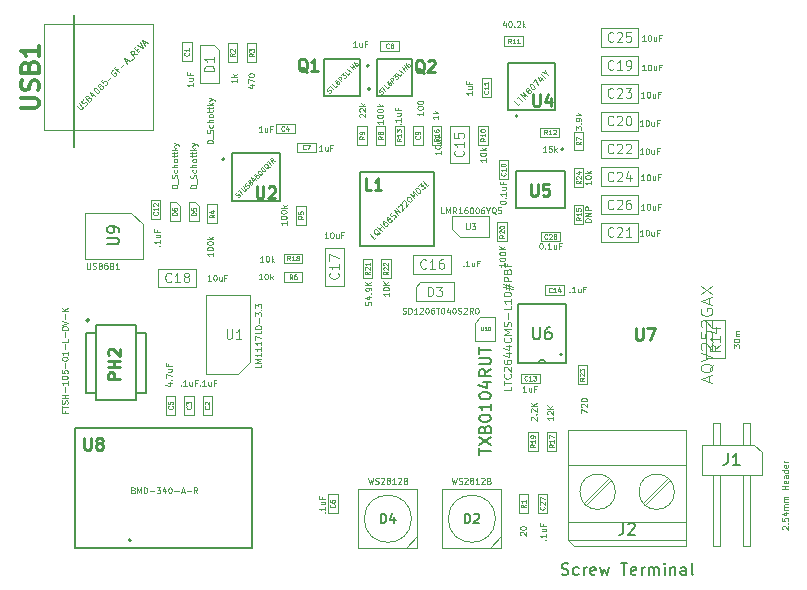
<source format=gbr>
G04 #@! TF.GenerationSoftware,KiCad,Pcbnew,(5.1.5-0-10_14)*
G04 #@! TF.CreationDate,2020-06-17T21:59:08-04:00*
G04 #@! TF.ProjectId,PD_PowerSupply,50445f50-6f77-4657-9253-7570706c792e,rev?*
G04 #@! TF.SameCoordinates,Original*
G04 #@! TF.FileFunction,Other,Fab,Top*
%FSLAX46Y46*%
G04 Gerber Fmt 4.6, Leading zero omitted, Abs format (unit mm)*
G04 Created by KiCad (PCBNEW (5.1.5-0-10_14)) date 2020-06-17 21:59:08*
%MOMM*%
%LPD*%
G04 APERTURE LIST*
%ADD10C,0.250000*%
%ADD11C,0.300000*%
%ADD12C,0.127000*%
%ADD13C,0.200000*%
%ADD14C,0.100000*%
%ADD15C,0.152400*%
%ADD16C,0.015000*%
%ADD17C,0.150000*%
%ADD18C,0.030000*%
%ADD19C,0.050000*%
%ADD20C,0.120000*%
%ADD21C,0.060000*%
%ADD22C,0.075000*%
G04 APERTURE END LIST*
D10*
X152226895Y-88186780D02*
X152226895Y-88996304D01*
X152274514Y-89091542D01*
X152322133Y-89139161D01*
X152417371Y-89186780D01*
X152607847Y-89186780D01*
X152703085Y-89139161D01*
X152750704Y-89091542D01*
X152798323Y-88996304D01*
X152798323Y-88186780D01*
X153750704Y-88186780D02*
X153274514Y-88186780D01*
X153226895Y-88662971D01*
X153274514Y-88615352D01*
X153369752Y-88567733D01*
X153607847Y-88567733D01*
X153703085Y-88615352D01*
X153750704Y-88662971D01*
X153798323Y-88758209D01*
X153798323Y-88996304D01*
X153750704Y-89091542D01*
X153703085Y-89139161D01*
X153607847Y-89186780D01*
X153369752Y-89186780D01*
X153274514Y-89139161D01*
X153226895Y-89091542D01*
X161126895Y-100386780D02*
X161126895Y-101196304D01*
X161174514Y-101291542D01*
X161222133Y-101339161D01*
X161317371Y-101386780D01*
X161507847Y-101386780D01*
X161603085Y-101339161D01*
X161650704Y-101291542D01*
X161698323Y-101196304D01*
X161698323Y-100386780D01*
X162079276Y-100386780D02*
X162745942Y-100386780D01*
X162317371Y-101386780D01*
X117441180Y-104696304D02*
X116441180Y-104696304D01*
X116441180Y-104315352D01*
X116488800Y-104220114D01*
X116536419Y-104172495D01*
X116631657Y-104124876D01*
X116774514Y-104124876D01*
X116869752Y-104172495D01*
X116917371Y-104220114D01*
X116964990Y-104315352D01*
X116964990Y-104696304D01*
X117441180Y-103696304D02*
X116441180Y-103696304D01*
X116917371Y-103696304D02*
X116917371Y-103124876D01*
X117441180Y-103124876D02*
X116441180Y-103124876D01*
X116536419Y-102696304D02*
X116488800Y-102648685D01*
X116441180Y-102553447D01*
X116441180Y-102315352D01*
X116488800Y-102220114D01*
X116536419Y-102172495D01*
X116631657Y-102124876D01*
X116726895Y-102124876D01*
X116869752Y-102172495D01*
X117441180Y-102743923D01*
X117441180Y-102124876D01*
X114426895Y-109686780D02*
X114426895Y-110496304D01*
X114474514Y-110591542D01*
X114522133Y-110639161D01*
X114617371Y-110686780D01*
X114807847Y-110686780D01*
X114903085Y-110639161D01*
X114950704Y-110591542D01*
X114998323Y-110496304D01*
X114998323Y-109686780D01*
X115617371Y-110115352D02*
X115522133Y-110067733D01*
X115474514Y-110020114D01*
X115426895Y-109924876D01*
X115426895Y-109877257D01*
X115474514Y-109782019D01*
X115522133Y-109734400D01*
X115617371Y-109686780D01*
X115807847Y-109686780D01*
X115903085Y-109734400D01*
X115950704Y-109782019D01*
X115998323Y-109877257D01*
X115998323Y-109924876D01*
X115950704Y-110020114D01*
X115903085Y-110067733D01*
X115807847Y-110115352D01*
X115617371Y-110115352D01*
X115522133Y-110162971D01*
X115474514Y-110210590D01*
X115426895Y-110305828D01*
X115426895Y-110496304D01*
X115474514Y-110591542D01*
X115522133Y-110639161D01*
X115617371Y-110686780D01*
X115807847Y-110686780D01*
X115903085Y-110639161D01*
X115950704Y-110591542D01*
X115998323Y-110496304D01*
X115998323Y-110305828D01*
X115950704Y-110210590D01*
X115903085Y-110162971D01*
X115807847Y-110115352D01*
X133293561Y-78682019D02*
X133198323Y-78634400D01*
X133103085Y-78539161D01*
X132960228Y-78396304D01*
X132864990Y-78348685D01*
X132769752Y-78348685D01*
X132817371Y-78586780D02*
X132722133Y-78539161D01*
X132626895Y-78443923D01*
X132579276Y-78253447D01*
X132579276Y-77920114D01*
X132626895Y-77729638D01*
X132722133Y-77634400D01*
X132817371Y-77586780D01*
X133007847Y-77586780D01*
X133103085Y-77634400D01*
X133198323Y-77729638D01*
X133245942Y-77920114D01*
X133245942Y-78253447D01*
X133198323Y-78443923D01*
X133103085Y-78539161D01*
X133007847Y-78586780D01*
X132817371Y-78586780D01*
X134198323Y-78586780D02*
X133626895Y-78586780D01*
X133912609Y-78586780D02*
X133912609Y-77586780D01*
X133817371Y-77729638D01*
X133722133Y-77824876D01*
X133626895Y-77872495D01*
X143193561Y-78782019D02*
X143098323Y-78734400D01*
X143003085Y-78639161D01*
X142860228Y-78496304D01*
X142764990Y-78448685D01*
X142669752Y-78448685D01*
X142717371Y-78686780D02*
X142622133Y-78639161D01*
X142526895Y-78543923D01*
X142479276Y-78353447D01*
X142479276Y-78020114D01*
X142526895Y-77829638D01*
X142622133Y-77734400D01*
X142717371Y-77686780D01*
X142907847Y-77686780D01*
X143003085Y-77734400D01*
X143098323Y-77829638D01*
X143145942Y-78020114D01*
X143145942Y-78353447D01*
X143098323Y-78543923D01*
X143003085Y-78639161D01*
X142907847Y-78686780D01*
X142717371Y-78686780D01*
X143526895Y-77782019D02*
X143574514Y-77734400D01*
X143669752Y-77686780D01*
X143907847Y-77686780D01*
X144003085Y-77734400D01*
X144050704Y-77782019D01*
X144098323Y-77877257D01*
X144098323Y-77972495D01*
X144050704Y-78115352D01*
X143479276Y-78686780D01*
X144098323Y-78686780D01*
X152426895Y-80586780D02*
X152426895Y-81396304D01*
X152474514Y-81491542D01*
X152522133Y-81539161D01*
X152617371Y-81586780D01*
X152807847Y-81586780D01*
X152903085Y-81539161D01*
X152950704Y-81491542D01*
X152998323Y-81396304D01*
X152998323Y-80586780D01*
X153903085Y-80920114D02*
X153903085Y-81586780D01*
X153664990Y-80539161D02*
X153426895Y-81253447D01*
X154045942Y-81253447D01*
X138722133Y-88686780D02*
X138245942Y-88686780D01*
X138245942Y-87686780D01*
X139579276Y-88686780D02*
X139007847Y-88686780D01*
X139293561Y-88686780D02*
X139293561Y-87686780D01*
X139198323Y-87829638D01*
X139103085Y-87924876D01*
X139007847Y-87972495D01*
X129026895Y-88386780D02*
X129026895Y-89196304D01*
X129074514Y-89291542D01*
X129122133Y-89339161D01*
X129217371Y-89386780D01*
X129407847Y-89386780D01*
X129503085Y-89339161D01*
X129550704Y-89291542D01*
X129598323Y-89196304D01*
X129598323Y-88386780D01*
X130026895Y-88482019D02*
X130074514Y-88434400D01*
X130169752Y-88386780D01*
X130407847Y-88386780D01*
X130503085Y-88434400D01*
X130550704Y-88482019D01*
X130598323Y-88577257D01*
X130598323Y-88672495D01*
X130550704Y-88815352D01*
X129979276Y-89386780D01*
X130598323Y-89386780D01*
D11*
X109067371Y-81741542D02*
X110281657Y-81741542D01*
X110424514Y-81670114D01*
X110495942Y-81598685D01*
X110567371Y-81455828D01*
X110567371Y-81170114D01*
X110495942Y-81027257D01*
X110424514Y-80955828D01*
X110281657Y-80884400D01*
X109067371Y-80884400D01*
X110495942Y-80241542D02*
X110567371Y-80027257D01*
X110567371Y-79670114D01*
X110495942Y-79527257D01*
X110424514Y-79455828D01*
X110281657Y-79384400D01*
X110138800Y-79384400D01*
X109995942Y-79455828D01*
X109924514Y-79527257D01*
X109853085Y-79670114D01*
X109781657Y-79955828D01*
X109710228Y-80098685D01*
X109638800Y-80170114D01*
X109495942Y-80241542D01*
X109353085Y-80241542D01*
X109210228Y-80170114D01*
X109138800Y-80098685D01*
X109067371Y-79955828D01*
X109067371Y-79598685D01*
X109138800Y-79384400D01*
X109781657Y-78241542D02*
X109853085Y-78027257D01*
X109924514Y-77955828D01*
X110067371Y-77884400D01*
X110281657Y-77884400D01*
X110424514Y-77955828D01*
X110495942Y-78027257D01*
X110567371Y-78170114D01*
X110567371Y-78741542D01*
X109067371Y-78741542D01*
X109067371Y-78241542D01*
X109138800Y-78098685D01*
X109210228Y-78027257D01*
X109353085Y-77955828D01*
X109495942Y-77955828D01*
X109638800Y-78027257D01*
X109710228Y-78098685D01*
X109781657Y-78241542D01*
X109781657Y-78741542D01*
X110567371Y-76455828D02*
X110567371Y-77312971D01*
X110567371Y-76884400D02*
X109067371Y-76884400D01*
X109281657Y-77027257D01*
X109424514Y-77170114D01*
X109495942Y-77312971D01*
D12*
X155158800Y-90184400D02*
X151018800Y-90184400D01*
X155158800Y-87084400D02*
X151018800Y-87084400D01*
X151018800Y-87084400D02*
X151018800Y-90184400D01*
X155158800Y-87084400D02*
X155158800Y-90184400D01*
D13*
X154988800Y-85234400D02*
G75*
G03X154988800Y-85234400I-100000J0D01*
G01*
D14*
X147888800Y-99434400D02*
X147538800Y-99934400D01*
X149238800Y-99434400D02*
X149238800Y-101434400D01*
X149238800Y-101434400D02*
X147538800Y-101434400D01*
X147538800Y-101434400D02*
X147538800Y-99934400D01*
X147888800Y-99434400D02*
X149238800Y-99434400D01*
X134804400Y-96782800D02*
X134804400Y-93582800D01*
X136404400Y-96782800D02*
X134804400Y-96782800D01*
X136404400Y-93582800D02*
X136404400Y-96782800D01*
X134804400Y-93582800D02*
X136404400Y-93582800D01*
X163843800Y-113096400D02*
X161751800Y-115189400D01*
X164026800Y-113279400D02*
X161934800Y-115372400D01*
X158843800Y-113096400D02*
X156750800Y-115189400D01*
X159026800Y-113279400D02*
X156933800Y-115372400D01*
X155388800Y-111934400D02*
X165388800Y-111934400D01*
X155388800Y-116834400D02*
X165388800Y-116834400D01*
X155388800Y-118334400D02*
X165388800Y-118334400D01*
X155388800Y-118334400D02*
X155388800Y-109034400D01*
X155888800Y-118834400D02*
X155388800Y-118334400D01*
X165388800Y-118834400D02*
X155888800Y-118834400D01*
X165388800Y-109034400D02*
X165388800Y-118834400D01*
X155388800Y-109034400D02*
X165388800Y-109034400D01*
X164388800Y-114234400D02*
G75*
G03X164388800Y-114234400I-1500000J0D01*
G01*
X159388800Y-114234400D02*
G75*
G03X159388800Y-114234400I-1500000J0D01*
G01*
X156688800Y-83734400D02*
X156688800Y-85334400D01*
X155888800Y-83734400D02*
X156688800Y-83734400D01*
X155888800Y-85334400D02*
X155888800Y-83734400D01*
X156688800Y-85334400D02*
X155888800Y-85334400D01*
D15*
X154857400Y-102622400D02*
G75*
G03X154857400Y-102622400I-76200J0D01*
G01*
X153486000Y-103372400D02*
G75*
G03X152876400Y-103372400I-304800J0D01*
G01*
X155181200Y-103372400D02*
X155181200Y-98372400D01*
X151181200Y-103372400D02*
X155181200Y-103372400D01*
X151181200Y-98372400D02*
X151181200Y-103372400D01*
X155181200Y-98372400D02*
X151181200Y-98372400D01*
D12*
X137748800Y-93438000D02*
X144048800Y-93438000D01*
X137748800Y-87138000D02*
X137748800Y-93438000D01*
X144048800Y-87138000D02*
X137748800Y-87138000D01*
X144048800Y-93438000D02*
X144048800Y-87138000D01*
D13*
X138509800Y-78155400D02*
G75*
G03X138509800Y-78155400I-100000J0D01*
G01*
D12*
X139209800Y-77580400D02*
X142209800Y-77580400D01*
X139209800Y-80730400D02*
X139209800Y-77580400D01*
X142209800Y-80730400D02*
X139209800Y-80730400D01*
X142209800Y-77580400D02*
X142209800Y-80730400D01*
D13*
X138640000Y-80130000D02*
G75*
G03X138640000Y-80130000I-100000J0D01*
G01*
D12*
X137740000Y-80705000D02*
X134740000Y-80705000D01*
X137740000Y-77555000D02*
X137740000Y-80705000D01*
X134740000Y-77555000D02*
X137740000Y-77555000D01*
X134740000Y-80705000D02*
X134740000Y-77555000D01*
X126919600Y-89643600D02*
X126919600Y-85583600D01*
X130979600Y-89643600D02*
X130979600Y-85583600D01*
X130979600Y-85583600D02*
X126919600Y-85583600D01*
X130979600Y-89643600D02*
X126919600Y-89643600D01*
D13*
X126289600Y-86093600D02*
G75*
G03X126289600Y-86093600I-100000J0D01*
G01*
D12*
X154317600Y-81942800D02*
X150317600Y-81942800D01*
X154317600Y-77942800D02*
X150317600Y-77942800D01*
X150317600Y-77942800D02*
X150317600Y-81942800D01*
X154317600Y-77942800D02*
X154317600Y-81942800D01*
D13*
X151117600Y-82442800D02*
G75*
G03X151117600Y-82442800I-100000J0D01*
G01*
D12*
X114573200Y-105850800D02*
X115398200Y-105850800D01*
X114573200Y-100770800D02*
X114573200Y-105850800D01*
X115398200Y-100770800D02*
X114573200Y-100770800D01*
X119653200Y-105850800D02*
X118828200Y-105850800D01*
X119653200Y-100770800D02*
X119653200Y-105850800D01*
X118828200Y-100770800D02*
X119653200Y-100770800D01*
X118828200Y-100770800D02*
X118828200Y-100135800D01*
X118828200Y-105850800D02*
X118828200Y-100770800D01*
X114854619Y-99710800D02*
G75*
G03X114854619Y-99710800I-141419J0D01*
G01*
X118828200Y-106485800D02*
X118828200Y-105850800D01*
X115398200Y-106485800D02*
X118828200Y-106485800D01*
X115398200Y-105850800D02*
X115398200Y-106485800D01*
X115398200Y-100770800D02*
X115398200Y-105850800D01*
X115398200Y-100135800D02*
X115398200Y-100770800D01*
X118828200Y-100135800D02*
X115398200Y-100135800D01*
D14*
X156688800Y-86834400D02*
X156688800Y-88434400D01*
X155888800Y-86834400D02*
X156688800Y-86834400D01*
X155888800Y-88434400D02*
X155888800Y-86834400D01*
X156688800Y-88434400D02*
X155888800Y-88434400D01*
X154688800Y-93034400D02*
X153088800Y-93034400D01*
X154688800Y-92234400D02*
X154688800Y-93034400D01*
X153088800Y-92234400D02*
X154688800Y-92234400D01*
X153088800Y-93034400D02*
X153088800Y-92234400D01*
X121691600Y-91309200D02*
X122491600Y-91309200D01*
X121691600Y-89709200D02*
X121691600Y-91309200D01*
X122191600Y-89709200D02*
X121691600Y-89709200D01*
X122491600Y-90009200D02*
X122191600Y-89709200D01*
X122491600Y-91309200D02*
X122491600Y-90009200D01*
X111055000Y-74655000D02*
X120225000Y-74655000D01*
X111055000Y-83605000D02*
X111055000Y-74655000D01*
X120225000Y-83605000D02*
X111055000Y-83605000D01*
X120225000Y-74655000D02*
X120225000Y-83605000D01*
D12*
X113565000Y-73830000D02*
X113565000Y-85030000D01*
D13*
X118376400Y-118328000D02*
G75*
G03X118376400Y-118328000I-100000J0D01*
G01*
D12*
X113626400Y-119028000D02*
X113626400Y-108828000D01*
X128626400Y-119028000D02*
X113626400Y-119028000D01*
X128626400Y-108828000D02*
X128626400Y-119028000D01*
X113626400Y-108828000D02*
X128626400Y-108828000D01*
D14*
X149237600Y-116518800D02*
G75*
G03X149237600Y-116518800I-2000000J0D01*
G01*
X149737600Y-114018800D02*
X144737600Y-114018800D01*
X149737600Y-119018800D02*
X149737600Y-114018800D01*
X144737600Y-119018800D02*
X149737600Y-119018800D01*
X144737600Y-114018800D02*
X144737600Y-119018800D01*
X149737600Y-118018800D02*
X148737600Y-119018800D01*
X151388800Y-104234400D02*
X152988800Y-104234400D01*
X151388800Y-105034400D02*
X151388800Y-104234400D01*
X152988800Y-105034400D02*
X151388800Y-105034400D01*
X152988800Y-104234400D02*
X152988800Y-105034400D01*
X123317200Y-91309200D02*
X124117200Y-91309200D01*
X123317200Y-89709200D02*
X123317200Y-91309200D01*
X123817200Y-89709200D02*
X123317200Y-89709200D01*
X124117200Y-90009200D02*
X123817200Y-89709200D01*
X124117200Y-91309200D02*
X124117200Y-90009200D01*
X142125600Y-116518800D02*
G75*
G03X142125600Y-116518800I-2000000J0D01*
G01*
X142625600Y-114018800D02*
X137625600Y-114018800D01*
X142625600Y-119018800D02*
X142625600Y-114018800D01*
X137625600Y-119018800D02*
X142625600Y-119018800D01*
X137625600Y-114018800D02*
X137625600Y-119018800D01*
X142625600Y-118018800D02*
X141625600Y-119018800D01*
X152811200Y-116035600D02*
X152811200Y-114435600D01*
X153611200Y-116035600D02*
X152811200Y-116035600D01*
X153611200Y-114435600D02*
X153611200Y-116035600D01*
X152811200Y-114435600D02*
X153611200Y-114435600D01*
X118385000Y-90591200D02*
X119360000Y-91566200D01*
X114460000Y-90591200D02*
X118385000Y-90591200D01*
X114460000Y-94491200D02*
X114460000Y-90591200D01*
X119360000Y-94491200D02*
X114460000Y-94491200D01*
X119360000Y-91566200D02*
X119360000Y-94491200D01*
X120066000Y-91106000D02*
X120066000Y-89506000D01*
X120866000Y-91106000D02*
X120066000Y-91106000D01*
X120866000Y-89506000D02*
X120866000Y-91106000D01*
X120066000Y-89506000D02*
X120866000Y-89506000D01*
X156988800Y-103534400D02*
X156988800Y-105134400D01*
X156188800Y-103534400D02*
X156988800Y-103534400D01*
X156188800Y-105134400D02*
X156188800Y-103534400D01*
X156988800Y-105134400D02*
X156188800Y-105134400D01*
X161334400Y-90728626D02*
X158134400Y-90728626D01*
X161334400Y-89128626D02*
X161334400Y-90728626D01*
X158134400Y-89128626D02*
X161334400Y-89128626D01*
X158134400Y-90728626D02*
X158134400Y-89128626D01*
X161334400Y-76577200D02*
X158134400Y-76577200D01*
X161334400Y-74977200D02*
X161334400Y-76577200D01*
X158134400Y-74977200D02*
X161334400Y-74977200D01*
X158134400Y-76577200D02*
X158134400Y-74977200D01*
X161334400Y-88370055D02*
X158134400Y-88370055D01*
X161334400Y-86770055D02*
X161334400Y-88370055D01*
X158134400Y-86770055D02*
X161334400Y-86770055D01*
X158134400Y-88370055D02*
X158134400Y-86770055D01*
X161334400Y-81294342D02*
X158134400Y-81294342D01*
X161334400Y-79694342D02*
X161334400Y-81294342D01*
X158134400Y-79694342D02*
X161334400Y-79694342D01*
X158134400Y-81294342D02*
X158134400Y-79694342D01*
X161334400Y-86011484D02*
X158134400Y-86011484D01*
X161334400Y-84411484D02*
X161334400Y-86011484D01*
X158134400Y-84411484D02*
X161334400Y-84411484D01*
X158134400Y-86011484D02*
X158134400Y-84411484D01*
X161334400Y-93087200D02*
X158134400Y-93087200D01*
X161334400Y-91487200D02*
X161334400Y-93087200D01*
X158134400Y-91487200D02*
X161334400Y-91487200D01*
X158134400Y-93087200D02*
X158134400Y-91487200D01*
X161334400Y-83652913D02*
X158134400Y-83652913D01*
X161334400Y-82052913D02*
X161334400Y-83652913D01*
X158134400Y-82052913D02*
X161334400Y-82052913D01*
X158134400Y-83652913D02*
X158134400Y-82052913D01*
X161334400Y-78935771D02*
X158134400Y-78935771D01*
X161334400Y-77335771D02*
X161334400Y-78935771D01*
X158134400Y-77335771D02*
X161334400Y-77335771D01*
X158134400Y-78935771D02*
X158134400Y-77335771D01*
X124738800Y-104284400D02*
X124738800Y-97584400D01*
X128438800Y-97584400D02*
X124738800Y-97584400D01*
X127438800Y-104284400D02*
X124738800Y-104284400D01*
X128438800Y-103284400D02*
X128438800Y-97584400D01*
X128438800Y-103284400D02*
X127438800Y-104284400D01*
X139573200Y-96135200D02*
X139573200Y-94535200D01*
X140373200Y-96135200D02*
X139573200Y-96135200D01*
X140373200Y-94535200D02*
X140373200Y-96135200D01*
X139573200Y-94535200D02*
X140373200Y-94535200D01*
X137998400Y-96135200D02*
X137998400Y-94535200D01*
X138798400Y-96135200D02*
X137998400Y-96135200D01*
X138798400Y-94535200D02*
X138798400Y-96135200D01*
X137998400Y-94535200D02*
X138798400Y-94535200D01*
X149388800Y-93034400D02*
X149388800Y-91434400D01*
X150188800Y-93034400D02*
X149388800Y-93034400D01*
X150188800Y-91434400D02*
X150188800Y-93034400D01*
X149388800Y-91434400D02*
X150188800Y-91434400D01*
X145688000Y-98116400D02*
X145688000Y-96516400D01*
X142488000Y-98116400D02*
X145688000Y-98116400D01*
X142488000Y-96916400D02*
X142488000Y-98116400D01*
X142888000Y-96516400D02*
X142488000Y-96916400D01*
X145688000Y-96516400D02*
X142888000Y-96516400D01*
X120688800Y-95334400D02*
X123888800Y-95334400D01*
X120688800Y-96934400D02*
X120688800Y-95334400D01*
X123888800Y-96934400D02*
X120688800Y-96934400D01*
X123888800Y-95334400D02*
X123888800Y-96934400D01*
X142284800Y-94179600D02*
X145484800Y-94179600D01*
X142284800Y-95779600D02*
X142284800Y-94179600D01*
X145484800Y-95779600D02*
X142284800Y-95779600D01*
X145484800Y-94179600D02*
X145484800Y-95779600D01*
X145388800Y-86434400D02*
X145388800Y-83234400D01*
X146988800Y-86434400D02*
X145388800Y-86434400D01*
X146988800Y-83234400D02*
X146988800Y-86434400D01*
X145388800Y-83234400D02*
X146988800Y-83234400D01*
X153448000Y-96764000D02*
X155048000Y-96764000D01*
X153448000Y-97564000D02*
X153448000Y-96764000D01*
X155048000Y-97564000D02*
X153448000Y-97564000D01*
X155048000Y-96764000D02*
X155048000Y-97564000D01*
X145586000Y-90879200D02*
X148686000Y-90879200D01*
X148686000Y-90879200D02*
X148686000Y-92679200D01*
X146236000Y-92679200D02*
X148686000Y-92679200D01*
X145586000Y-90879200D02*
X145586000Y-92029200D01*
X146236000Y-92679200D02*
X145586000Y-92029200D01*
X152019200Y-110765600D02*
X152019200Y-109165600D01*
X152819200Y-110765600D02*
X152019200Y-110765600D01*
X152819200Y-109165600D02*
X152819200Y-110765600D01*
X152019200Y-109165600D02*
X152819200Y-109165600D01*
X131299200Y-94071600D02*
X132899200Y-94071600D01*
X131299200Y-94871600D02*
X131299200Y-94071600D01*
X132899200Y-94871600D02*
X131299200Y-94871600D01*
X132899200Y-94071600D02*
X132899200Y-94871600D01*
X154394000Y-109165600D02*
X154394000Y-110765600D01*
X153594000Y-109165600D02*
X154394000Y-109165600D01*
X153594000Y-110765600D02*
X153594000Y-109165600D01*
X154394000Y-110765600D02*
X153594000Y-110765600D01*
X144640400Y-83257600D02*
X144640400Y-84857600D01*
X143840400Y-83257600D02*
X144640400Y-83257600D01*
X143840400Y-84857600D02*
X143840400Y-83257600D01*
X144640400Y-84857600D02*
X143840400Y-84857600D01*
X156688800Y-89934400D02*
X156688800Y-91534400D01*
X155888800Y-89934400D02*
X156688800Y-89934400D01*
X155888800Y-91534400D02*
X155888800Y-89934400D01*
X156688800Y-91534400D02*
X155888800Y-91534400D01*
X168653200Y-99729600D02*
X168653200Y-102929600D01*
X167053200Y-99729600D02*
X168653200Y-99729600D01*
X167053200Y-102929600D02*
X167053200Y-99729600D01*
X168653200Y-102929600D02*
X167053200Y-102929600D01*
X141490800Y-83257600D02*
X141490800Y-84857600D01*
X140690800Y-83257600D02*
X141490800Y-83257600D01*
X140690800Y-84857600D02*
X140690800Y-83257600D01*
X141490800Y-84857600D02*
X140690800Y-84857600D01*
X154641600Y-84203600D02*
X153041600Y-84203600D01*
X154641600Y-83403600D02*
X154641600Y-84203600D01*
X153041600Y-83403600D02*
X154641600Y-83403600D01*
X153041600Y-84203600D02*
X153041600Y-83403600D01*
X149993600Y-75682000D02*
X151593600Y-75682000D01*
X149993600Y-76482000D02*
X149993600Y-75682000D01*
X151593600Y-76482000D02*
X149993600Y-76482000D01*
X151593600Y-75682000D02*
X151593600Y-76482000D01*
X147788800Y-84834400D02*
X147788800Y-83234400D01*
X148588800Y-84834400D02*
X147788800Y-84834400D01*
X148588800Y-83234400D02*
X148588800Y-84834400D01*
X147788800Y-83234400D02*
X148588800Y-83234400D01*
X138341200Y-83257600D02*
X138341200Y-84857600D01*
X137541200Y-83257600D02*
X138341200Y-83257600D01*
X137541200Y-84857600D02*
X137541200Y-83257600D01*
X138341200Y-84857600D02*
X137541200Y-84857600D01*
X139116000Y-84857600D02*
X139116000Y-83257600D01*
X139916000Y-84857600D02*
X139116000Y-84857600D01*
X139916000Y-83257600D02*
X139916000Y-84857600D01*
X139116000Y-83257600D02*
X139916000Y-83257600D01*
X131299200Y-95646400D02*
X132899200Y-95646400D01*
X131299200Y-96446400D02*
X131299200Y-95646400D01*
X132899200Y-96446400D02*
X131299200Y-96446400D01*
X132899200Y-95646400D02*
X132899200Y-96446400D01*
X132359600Y-91614000D02*
X132359600Y-90014000D01*
X133159600Y-91614000D02*
X132359600Y-91614000D01*
X133159600Y-90014000D02*
X133159600Y-91614000D01*
X132359600Y-90014000D02*
X133159600Y-90014000D01*
X124841200Y-91512400D02*
X124841200Y-89912400D01*
X125641200Y-91512400D02*
X124841200Y-91512400D01*
X125641200Y-89912400D02*
X125641200Y-91512400D01*
X124841200Y-89912400D02*
X125641200Y-89912400D01*
X128194000Y-77847200D02*
X128194000Y-76247200D01*
X128994000Y-77847200D02*
X128194000Y-77847200D01*
X128994000Y-76247200D02*
X128994000Y-77847200D01*
X128194000Y-76247200D02*
X128994000Y-76247200D01*
X127368400Y-76247200D02*
X127368400Y-77847200D01*
X126568400Y-76247200D02*
X127368400Y-76247200D01*
X126568400Y-77847200D02*
X126568400Y-76247200D01*
X127368400Y-77847200D02*
X126568400Y-77847200D01*
X151206400Y-116048800D02*
X151206400Y-114448800D01*
X152006400Y-116048800D02*
X151206400Y-116048800D01*
X152006400Y-114448800D02*
X152006400Y-116048800D01*
X151206400Y-114448800D02*
X152006400Y-114448800D01*
X124238000Y-79612400D02*
X125838000Y-79612400D01*
X124238000Y-76412400D02*
X124238000Y-79612400D01*
X125438000Y-76412400D02*
X124238000Y-76412400D01*
X125838000Y-76812400D02*
X125438000Y-76412400D01*
X125838000Y-79612400D02*
X125838000Y-76812400D01*
X148056800Y-80844400D02*
X148056800Y-79244400D01*
X148856800Y-80844400D02*
X148056800Y-80844400D01*
X148856800Y-79244400D02*
X148856800Y-80844400D01*
X148056800Y-79244400D02*
X148856800Y-79244400D01*
X149516000Y-87766000D02*
X149516000Y-86166000D01*
X150316000Y-87766000D02*
X149516000Y-87766000D01*
X150316000Y-86166000D02*
X150316000Y-87766000D01*
X149516000Y-86166000D02*
X150316000Y-86166000D01*
X142265600Y-84857600D02*
X142265600Y-83257600D01*
X143065600Y-84857600D02*
X142265600Y-84857600D01*
X143065600Y-83257600D02*
X143065600Y-84857600D01*
X142265600Y-83257600D02*
X143065600Y-83257600D01*
X141078000Y-76888400D02*
X139478000Y-76888400D01*
X141078000Y-76088400D02*
X141078000Y-76888400D01*
X139478000Y-76088400D02*
X141078000Y-76088400D01*
X139478000Y-76888400D02*
X139478000Y-76088400D01*
X134028000Y-85473600D02*
X132428000Y-85473600D01*
X134028000Y-84673600D02*
X134028000Y-85473600D01*
X132428000Y-84673600D02*
X134028000Y-84673600D01*
X132428000Y-85473600D02*
X132428000Y-84673600D01*
X135866400Y-114445200D02*
X135866400Y-116045200D01*
X135066400Y-114445200D02*
X135866400Y-114445200D01*
X135066400Y-116045200D02*
X135066400Y-114445200D01*
X135866400Y-116045200D02*
X135066400Y-116045200D01*
X122136000Y-106117600D02*
X122136000Y-107717600D01*
X121336000Y-106117600D02*
X122136000Y-106117600D01*
X121336000Y-107717600D02*
X121336000Y-106117600D01*
X122136000Y-107717600D02*
X121336000Y-107717600D01*
X132228000Y-83898800D02*
X130628000Y-83898800D01*
X132228000Y-83098800D02*
X132228000Y-83898800D01*
X130628000Y-83098800D02*
X132228000Y-83098800D01*
X130628000Y-83898800D02*
X130628000Y-83098800D01*
X123685400Y-106117600D02*
X123685400Y-107717600D01*
X122885400Y-106117600D02*
X123685400Y-106117600D01*
X122885400Y-107717600D02*
X122885400Y-106117600D01*
X123685400Y-107717600D02*
X122885400Y-107717600D01*
X125234800Y-106117600D02*
X125234800Y-107717600D01*
X124434800Y-106117600D02*
X125234800Y-106117600D01*
X124434800Y-107717600D02*
X124434800Y-106117600D01*
X125234800Y-107717600D02*
X124434800Y-107717600D01*
X123507600Y-76196400D02*
X123507600Y-77796400D01*
X122707600Y-76196400D02*
X123507600Y-76196400D01*
X122707600Y-77796400D02*
X122707600Y-76196400D01*
X123507600Y-77796400D02*
X122707600Y-77796400D01*
X167644000Y-112786400D02*
X167644000Y-118786400D01*
X168284000Y-118786400D02*
X167644000Y-118786400D01*
X168284000Y-112786400D02*
X168284000Y-118786400D01*
X167644000Y-108426400D02*
X167644000Y-110246400D01*
X168284000Y-108426400D02*
X167644000Y-108426400D01*
X168284000Y-108426400D02*
X168284000Y-110246400D01*
X170184000Y-112786400D02*
X170184000Y-118786400D01*
X170824000Y-118786400D02*
X170184000Y-118786400D01*
X170824000Y-112786400D02*
X170824000Y-118786400D01*
X170184000Y-108426400D02*
X170184000Y-110246400D01*
X170824000Y-108426400D02*
X170184000Y-108426400D01*
X170824000Y-108426400D02*
X170824000Y-110246400D01*
X171139000Y-110246400D02*
X171774000Y-110881400D01*
X166694000Y-110246400D02*
X171139000Y-110246400D01*
X166694000Y-112786400D02*
X166694000Y-110246400D01*
X171774000Y-112786400D02*
X166694000Y-112786400D01*
X171774000Y-110881400D02*
X171774000Y-112786400D01*
D16*
X167320637Y-104958829D02*
X167320637Y-104481521D01*
X167607022Y-105054290D02*
X166604676Y-104720175D01*
X167607022Y-104386060D01*
X167702483Y-103383714D02*
X167654753Y-103479175D01*
X167559291Y-103574637D01*
X167416099Y-103717829D01*
X167368368Y-103813291D01*
X167368368Y-103908752D01*
X167607022Y-103861021D02*
X167559291Y-103956483D01*
X167463829Y-104051944D01*
X167272906Y-104099675D01*
X166938791Y-104099675D01*
X166747868Y-104051944D01*
X166652407Y-103956483D01*
X166604676Y-103861021D01*
X166604676Y-103670098D01*
X166652407Y-103574637D01*
X166747868Y-103479175D01*
X166938791Y-103431445D01*
X167272906Y-103431445D01*
X167463829Y-103479175D01*
X167559291Y-103574637D01*
X167607022Y-103670098D01*
X167607022Y-103861021D01*
X166604676Y-103145060D02*
X167607022Y-102810945D01*
X166604676Y-102476829D01*
X166700137Y-102190445D02*
X166652407Y-102142714D01*
X166604676Y-102047252D01*
X166604676Y-101808599D01*
X166652407Y-101713137D01*
X166700137Y-101665406D01*
X166795599Y-101617676D01*
X166891060Y-101617676D01*
X167034253Y-101665406D01*
X167607022Y-102238175D01*
X167607022Y-101617676D01*
X166604676Y-100710791D02*
X166604676Y-101188099D01*
X167081983Y-101235829D01*
X167034253Y-101188099D01*
X166986522Y-101092637D01*
X166986522Y-100853983D01*
X167034253Y-100758522D01*
X167081983Y-100710791D01*
X167177445Y-100663060D01*
X167416099Y-100663060D01*
X167511560Y-100710791D01*
X167559291Y-100758522D01*
X167607022Y-100853983D01*
X167607022Y-101092637D01*
X167559291Y-101188099D01*
X167511560Y-101235829D01*
X166700137Y-100281214D02*
X166652407Y-100233483D01*
X166604676Y-100138022D01*
X166604676Y-99899368D01*
X166652407Y-99803907D01*
X166700137Y-99756176D01*
X166795599Y-99708445D01*
X166891060Y-99708445D01*
X167034253Y-99756176D01*
X167607022Y-100328945D01*
X167607022Y-99708445D01*
X166652407Y-98753830D02*
X166604676Y-98849291D01*
X166604676Y-98992484D01*
X166652407Y-99135676D01*
X166747868Y-99231137D01*
X166843330Y-99278868D01*
X167034253Y-99326599D01*
X167177445Y-99326599D01*
X167368368Y-99278868D01*
X167463829Y-99231137D01*
X167559291Y-99135676D01*
X167607022Y-98992484D01*
X167607022Y-98897022D01*
X167559291Y-98753830D01*
X167511560Y-98706099D01*
X167177445Y-98706099D01*
X167177445Y-98897022D01*
X167320637Y-98324253D02*
X167320637Y-97846945D01*
X167607022Y-98419715D02*
X166604676Y-98085599D01*
X167607022Y-97751484D01*
X166604676Y-97512830D02*
X167607022Y-96844599D01*
X166604676Y-96844599D02*
X167607022Y-97512830D01*
X150571923Y-105339085D02*
X150571923Y-105643847D01*
X149931923Y-105643847D01*
X149931923Y-105217180D02*
X149931923Y-104851466D01*
X150571923Y-105034323D02*
X149931923Y-105034323D01*
X150510971Y-104272419D02*
X150541447Y-104302895D01*
X150571923Y-104394323D01*
X150571923Y-104455276D01*
X150541447Y-104546704D01*
X150480495Y-104607657D01*
X150419542Y-104638133D01*
X150297638Y-104668609D01*
X150206209Y-104668609D01*
X150084304Y-104638133D01*
X150023352Y-104607657D01*
X149962400Y-104546704D01*
X149931923Y-104455276D01*
X149931923Y-104394323D01*
X149962400Y-104302895D01*
X149992876Y-104272419D01*
X149992876Y-104028609D02*
X149962400Y-103998133D01*
X149931923Y-103937180D01*
X149931923Y-103784800D01*
X149962400Y-103723847D01*
X149992876Y-103693371D01*
X150053828Y-103662895D01*
X150114780Y-103662895D01*
X150206209Y-103693371D01*
X150571923Y-104059085D01*
X150571923Y-103662895D01*
X149931923Y-103114323D02*
X149931923Y-103236228D01*
X149962400Y-103297180D01*
X149992876Y-103327657D01*
X150084304Y-103388609D01*
X150206209Y-103419085D01*
X150450019Y-103419085D01*
X150510971Y-103388609D01*
X150541447Y-103358133D01*
X150571923Y-103297180D01*
X150571923Y-103175276D01*
X150541447Y-103114323D01*
X150510971Y-103083847D01*
X150450019Y-103053371D01*
X150297638Y-103053371D01*
X150236685Y-103083847D01*
X150206209Y-103114323D01*
X150175733Y-103175276D01*
X150175733Y-103297180D01*
X150206209Y-103358133D01*
X150236685Y-103388609D01*
X150297638Y-103419085D01*
X150145257Y-102504800D02*
X150571923Y-102504800D01*
X149901447Y-102657180D02*
X150358590Y-102809561D01*
X150358590Y-102413371D01*
X150145257Y-101895276D02*
X150571923Y-101895276D01*
X149901447Y-102047657D02*
X150358590Y-102200038D01*
X150358590Y-101803847D01*
X150510971Y-101194323D02*
X150541447Y-101224800D01*
X150571923Y-101316228D01*
X150571923Y-101377180D01*
X150541447Y-101468609D01*
X150480495Y-101529561D01*
X150419542Y-101560038D01*
X150297638Y-101590514D01*
X150206209Y-101590514D01*
X150084304Y-101560038D01*
X150023352Y-101529561D01*
X149962400Y-101468609D01*
X149931923Y-101377180D01*
X149931923Y-101316228D01*
X149962400Y-101224800D01*
X149992876Y-101194323D01*
X150571923Y-100920038D02*
X149931923Y-100920038D01*
X150389066Y-100706704D01*
X149931923Y-100493371D01*
X150571923Y-100493371D01*
X150541447Y-100219085D02*
X150571923Y-100127657D01*
X150571923Y-99975276D01*
X150541447Y-99914323D01*
X150510971Y-99883847D01*
X150450019Y-99853371D01*
X150389066Y-99853371D01*
X150328114Y-99883847D01*
X150297638Y-99914323D01*
X150267161Y-99975276D01*
X150236685Y-100097180D01*
X150206209Y-100158133D01*
X150175733Y-100188609D01*
X150114780Y-100219085D01*
X150053828Y-100219085D01*
X149992876Y-100188609D01*
X149962400Y-100158133D01*
X149931923Y-100097180D01*
X149931923Y-99944800D01*
X149962400Y-99853371D01*
X150328114Y-99579085D02*
X150328114Y-99091466D01*
X150571923Y-98481942D02*
X150571923Y-98786704D01*
X149931923Y-98786704D01*
X150571923Y-97933371D02*
X150571923Y-98299085D01*
X150571923Y-98116228D02*
X149931923Y-98116228D01*
X150023352Y-98177180D01*
X150084304Y-98238133D01*
X150114780Y-98299085D01*
X149931923Y-97537180D02*
X149931923Y-97476228D01*
X149962400Y-97415276D01*
X149992876Y-97384800D01*
X150053828Y-97354323D01*
X150175733Y-97323847D01*
X150328114Y-97323847D01*
X150450019Y-97354323D01*
X150510971Y-97384800D01*
X150541447Y-97415276D01*
X150571923Y-97476228D01*
X150571923Y-97537180D01*
X150541447Y-97598133D01*
X150510971Y-97628609D01*
X150450019Y-97659085D01*
X150328114Y-97689561D01*
X150175733Y-97689561D01*
X150053828Y-97659085D01*
X149992876Y-97628609D01*
X149962400Y-97598133D01*
X149931923Y-97537180D01*
X150145257Y-97080038D02*
X150145257Y-96622895D01*
X149870971Y-96897180D02*
X150693828Y-97080038D01*
X150419542Y-96683847D02*
X150419542Y-97140990D01*
X150693828Y-96866704D02*
X149870971Y-96683847D01*
X150571923Y-96409561D02*
X149931923Y-96409561D01*
X149931923Y-96165752D01*
X149962400Y-96104800D01*
X149992876Y-96074323D01*
X150053828Y-96043847D01*
X150145257Y-96043847D01*
X150206209Y-96074323D01*
X150236685Y-96104800D01*
X150267161Y-96165752D01*
X150267161Y-96409561D01*
X150236685Y-95556228D02*
X150267161Y-95464800D01*
X150297638Y-95434323D01*
X150358590Y-95403847D01*
X150450019Y-95403847D01*
X150510971Y-95434323D01*
X150541447Y-95464800D01*
X150571923Y-95525752D01*
X150571923Y-95769561D01*
X149931923Y-95769561D01*
X149931923Y-95556228D01*
X149962400Y-95495276D01*
X149992876Y-95464800D01*
X150053828Y-95434323D01*
X150114780Y-95434323D01*
X150175733Y-95464800D01*
X150206209Y-95495276D01*
X150236685Y-95556228D01*
X150236685Y-95769561D01*
X150236685Y-94916228D02*
X150236685Y-95129561D01*
X150571923Y-95129561D02*
X149931923Y-95129561D01*
X149931923Y-94824800D01*
D17*
X147841180Y-111105828D02*
X147841180Y-110534400D01*
X148841180Y-110820114D02*
X147841180Y-110820114D01*
X147841180Y-110296304D02*
X148841180Y-109629638D01*
X147841180Y-109629638D02*
X148841180Y-110296304D01*
X148317371Y-108915352D02*
X148364990Y-108772495D01*
X148412609Y-108724876D01*
X148507847Y-108677257D01*
X148650704Y-108677257D01*
X148745942Y-108724876D01*
X148793561Y-108772495D01*
X148841180Y-108867733D01*
X148841180Y-109248685D01*
X147841180Y-109248685D01*
X147841180Y-108915352D01*
X147888800Y-108820114D01*
X147936419Y-108772495D01*
X148031657Y-108724876D01*
X148126895Y-108724876D01*
X148222133Y-108772495D01*
X148269752Y-108820114D01*
X148317371Y-108915352D01*
X148317371Y-109248685D01*
X147841180Y-108058209D02*
X147841180Y-107962971D01*
X147888800Y-107867733D01*
X147936419Y-107820114D01*
X148031657Y-107772495D01*
X148222133Y-107724876D01*
X148460228Y-107724876D01*
X148650704Y-107772495D01*
X148745942Y-107820114D01*
X148793561Y-107867733D01*
X148841180Y-107962971D01*
X148841180Y-108058209D01*
X148793561Y-108153447D01*
X148745942Y-108201066D01*
X148650704Y-108248685D01*
X148460228Y-108296304D01*
X148222133Y-108296304D01*
X148031657Y-108248685D01*
X147936419Y-108201066D01*
X147888800Y-108153447D01*
X147841180Y-108058209D01*
X148841180Y-106772495D02*
X148841180Y-107343923D01*
X148841180Y-107058209D02*
X147841180Y-107058209D01*
X147984038Y-107153447D01*
X148079276Y-107248685D01*
X148126895Y-107343923D01*
X147841180Y-106153447D02*
X147841180Y-106058209D01*
X147888800Y-105962971D01*
X147936419Y-105915352D01*
X148031657Y-105867733D01*
X148222133Y-105820114D01*
X148460228Y-105820114D01*
X148650704Y-105867733D01*
X148745942Y-105915352D01*
X148793561Y-105962971D01*
X148841180Y-106058209D01*
X148841180Y-106153447D01*
X148793561Y-106248685D01*
X148745942Y-106296304D01*
X148650704Y-106343923D01*
X148460228Y-106391542D01*
X148222133Y-106391542D01*
X148031657Y-106343923D01*
X147936419Y-106296304D01*
X147888800Y-106248685D01*
X147841180Y-106153447D01*
X148174514Y-104962971D02*
X148841180Y-104962971D01*
X147793561Y-105201066D02*
X148507847Y-105439161D01*
X148507847Y-104820114D01*
X148841180Y-103867733D02*
X148364990Y-104201066D01*
X148841180Y-104439161D02*
X147841180Y-104439161D01*
X147841180Y-104058209D01*
X147888800Y-103962971D01*
X147936419Y-103915352D01*
X148031657Y-103867733D01*
X148174514Y-103867733D01*
X148269752Y-103915352D01*
X148317371Y-103962971D01*
X148364990Y-104058209D01*
X148364990Y-104439161D01*
X147841180Y-103439161D02*
X148650704Y-103439161D01*
X148745942Y-103391542D01*
X148793561Y-103343923D01*
X148841180Y-103248685D01*
X148841180Y-103058209D01*
X148793561Y-102962971D01*
X148745942Y-102915352D01*
X148650704Y-102867733D01*
X147841180Y-102867733D01*
X147841180Y-102534400D02*
X147841180Y-101962971D01*
X148841180Y-102248685D02*
X147841180Y-102248685D01*
D18*
X148017371Y-100270114D02*
X148017371Y-100512971D01*
X148031657Y-100541542D01*
X148045942Y-100555828D01*
X148074514Y-100570114D01*
X148131657Y-100570114D01*
X148160228Y-100555828D01*
X148174514Y-100541542D01*
X148188800Y-100512971D01*
X148188800Y-100270114D01*
X148488800Y-100570114D02*
X148317371Y-100570114D01*
X148403085Y-100570114D02*
X148403085Y-100270114D01*
X148374514Y-100312971D01*
X148345942Y-100341542D01*
X148317371Y-100355828D01*
X148674514Y-100270114D02*
X148703085Y-100270114D01*
X148731657Y-100284400D01*
X148745942Y-100298685D01*
X148760228Y-100327257D01*
X148774514Y-100384400D01*
X148774514Y-100455828D01*
X148760228Y-100512971D01*
X148745942Y-100541542D01*
X148731657Y-100555828D01*
X148703085Y-100570114D01*
X148674514Y-100570114D01*
X148645942Y-100555828D01*
X148631657Y-100541542D01*
X148617371Y-100512971D01*
X148603085Y-100455828D01*
X148603085Y-100384400D01*
X148617371Y-100327257D01*
X148631657Y-100298685D01*
X148645942Y-100284400D01*
X148674514Y-100270114D01*
D19*
X135053085Y-92760590D02*
X134767371Y-92760590D01*
X134910228Y-92760590D02*
X134910228Y-92260590D01*
X134862609Y-92332019D01*
X134814990Y-92379638D01*
X134767371Y-92403447D01*
X135362609Y-92260590D02*
X135410228Y-92260590D01*
X135457847Y-92284400D01*
X135481657Y-92308209D01*
X135505466Y-92355828D01*
X135529276Y-92451066D01*
X135529276Y-92570114D01*
X135505466Y-92665352D01*
X135481657Y-92712971D01*
X135457847Y-92736780D01*
X135410228Y-92760590D01*
X135362609Y-92760590D01*
X135314990Y-92736780D01*
X135291180Y-92712971D01*
X135267371Y-92665352D01*
X135243561Y-92570114D01*
X135243561Y-92451066D01*
X135267371Y-92355828D01*
X135291180Y-92308209D01*
X135314990Y-92284400D01*
X135362609Y-92260590D01*
X135957847Y-92427257D02*
X135957847Y-92760590D01*
X135743561Y-92427257D02*
X135743561Y-92689161D01*
X135767371Y-92736780D01*
X135814990Y-92760590D01*
X135886419Y-92760590D01*
X135934038Y-92736780D01*
X135957847Y-92712971D01*
X136362609Y-92498685D02*
X136195942Y-92498685D01*
X136195942Y-92760590D02*
X136195942Y-92260590D01*
X136434038Y-92260590D01*
D20*
X135890114Y-95697085D02*
X135928209Y-95735180D01*
X135966304Y-95849466D01*
X135966304Y-95925657D01*
X135928209Y-96039942D01*
X135852019Y-96116133D01*
X135775828Y-96154228D01*
X135623447Y-96192323D01*
X135509161Y-96192323D01*
X135356780Y-96154228D01*
X135280590Y-96116133D01*
X135204400Y-96039942D01*
X135166304Y-95925657D01*
X135166304Y-95849466D01*
X135204400Y-95735180D01*
X135242495Y-95697085D01*
X135966304Y-94935180D02*
X135966304Y-95392323D01*
X135966304Y-95163752D02*
X135166304Y-95163752D01*
X135280590Y-95239942D01*
X135356780Y-95316133D01*
X135394876Y-95392323D01*
X135166304Y-94668514D02*
X135166304Y-94135180D01*
X135966304Y-94478038D01*
D17*
X154841180Y-121239161D02*
X154984038Y-121286780D01*
X155222133Y-121286780D01*
X155317371Y-121239161D01*
X155364990Y-121191542D01*
X155412609Y-121096304D01*
X155412609Y-121001066D01*
X155364990Y-120905828D01*
X155317371Y-120858209D01*
X155222133Y-120810590D01*
X155031657Y-120762971D01*
X154936419Y-120715352D01*
X154888800Y-120667733D01*
X154841180Y-120572495D01*
X154841180Y-120477257D01*
X154888800Y-120382019D01*
X154936419Y-120334400D01*
X155031657Y-120286780D01*
X155269752Y-120286780D01*
X155412609Y-120334400D01*
X156269752Y-121239161D02*
X156174514Y-121286780D01*
X155984038Y-121286780D01*
X155888800Y-121239161D01*
X155841180Y-121191542D01*
X155793561Y-121096304D01*
X155793561Y-120810590D01*
X155841180Y-120715352D01*
X155888800Y-120667733D01*
X155984038Y-120620114D01*
X156174514Y-120620114D01*
X156269752Y-120667733D01*
X156698323Y-121286780D02*
X156698323Y-120620114D01*
X156698323Y-120810590D02*
X156745942Y-120715352D01*
X156793561Y-120667733D01*
X156888800Y-120620114D01*
X156984038Y-120620114D01*
X157698323Y-121239161D02*
X157603085Y-121286780D01*
X157412609Y-121286780D01*
X157317371Y-121239161D01*
X157269752Y-121143923D01*
X157269752Y-120762971D01*
X157317371Y-120667733D01*
X157412609Y-120620114D01*
X157603085Y-120620114D01*
X157698323Y-120667733D01*
X157745942Y-120762971D01*
X157745942Y-120858209D01*
X157269752Y-120953447D01*
X158079276Y-120620114D02*
X158269752Y-121286780D01*
X158460228Y-120810590D01*
X158650704Y-121286780D01*
X158841180Y-120620114D01*
X159841180Y-120286780D02*
X160412609Y-120286780D01*
X160126895Y-121286780D02*
X160126895Y-120286780D01*
X161126895Y-121239161D02*
X161031657Y-121286780D01*
X160841180Y-121286780D01*
X160745942Y-121239161D01*
X160698323Y-121143923D01*
X160698323Y-120762971D01*
X160745942Y-120667733D01*
X160841180Y-120620114D01*
X161031657Y-120620114D01*
X161126895Y-120667733D01*
X161174514Y-120762971D01*
X161174514Y-120858209D01*
X160698323Y-120953447D01*
X161603085Y-121286780D02*
X161603085Y-120620114D01*
X161603085Y-120810590D02*
X161650704Y-120715352D01*
X161698323Y-120667733D01*
X161793561Y-120620114D01*
X161888800Y-120620114D01*
X162222133Y-121286780D02*
X162222133Y-120620114D01*
X162222133Y-120715352D02*
X162269752Y-120667733D01*
X162364990Y-120620114D01*
X162507847Y-120620114D01*
X162603085Y-120667733D01*
X162650704Y-120762971D01*
X162650704Y-121286780D01*
X162650704Y-120762971D02*
X162698323Y-120667733D01*
X162793561Y-120620114D01*
X162936419Y-120620114D01*
X163031657Y-120667733D01*
X163079276Y-120762971D01*
X163079276Y-121286780D01*
X163555466Y-121286780D02*
X163555466Y-120620114D01*
X163555466Y-120286780D02*
X163507847Y-120334400D01*
X163555466Y-120382019D01*
X163603085Y-120334400D01*
X163555466Y-120286780D01*
X163555466Y-120382019D01*
X164031657Y-120620114D02*
X164031657Y-121286780D01*
X164031657Y-120715352D02*
X164079276Y-120667733D01*
X164174514Y-120620114D01*
X164317371Y-120620114D01*
X164412609Y-120667733D01*
X164460228Y-120762971D01*
X164460228Y-121286780D01*
X165364990Y-121286780D02*
X165364990Y-120762971D01*
X165317371Y-120667733D01*
X165222133Y-120620114D01*
X165031657Y-120620114D01*
X164936419Y-120667733D01*
X165364990Y-121239161D02*
X165269752Y-121286780D01*
X165031657Y-121286780D01*
X164936419Y-121239161D01*
X164888800Y-121143923D01*
X164888800Y-121048685D01*
X164936419Y-120953447D01*
X165031657Y-120905828D01*
X165269752Y-120905828D01*
X165364990Y-120858209D01*
X165984038Y-121286780D02*
X165888800Y-121239161D01*
X165841180Y-121143923D01*
X165841180Y-120286780D01*
X160055466Y-116886780D02*
X160055466Y-117601066D01*
X160007847Y-117743923D01*
X159912609Y-117839161D01*
X159769752Y-117886780D01*
X159674514Y-117886780D01*
X160484038Y-116982019D02*
X160531657Y-116934400D01*
X160626895Y-116886780D01*
X160864990Y-116886780D01*
X160960228Y-116934400D01*
X161007847Y-116982019D01*
X161055466Y-117077257D01*
X161055466Y-117172495D01*
X161007847Y-117315352D01*
X160436419Y-117886780D01*
X161055466Y-117886780D01*
D19*
X156020590Y-83601390D02*
X156020590Y-83291866D01*
X156211066Y-83458533D01*
X156211066Y-83387104D01*
X156234876Y-83339485D01*
X156258685Y-83315676D01*
X156306304Y-83291866D01*
X156425352Y-83291866D01*
X156472971Y-83315676D01*
X156496780Y-83339485D01*
X156520590Y-83387104D01*
X156520590Y-83529961D01*
X156496780Y-83577580D01*
X156472971Y-83601390D01*
X156472971Y-83077580D02*
X156496780Y-83053771D01*
X156520590Y-83077580D01*
X156496780Y-83101390D01*
X156472971Y-83077580D01*
X156520590Y-83077580D01*
X156520590Y-82815676D02*
X156520590Y-82720438D01*
X156496780Y-82672819D01*
X156472971Y-82649009D01*
X156401542Y-82601390D01*
X156306304Y-82577580D01*
X156115828Y-82577580D01*
X156068209Y-82601390D01*
X156044400Y-82625200D01*
X156020590Y-82672819D01*
X156020590Y-82768057D01*
X156044400Y-82815676D01*
X156068209Y-82839485D01*
X156115828Y-82863295D01*
X156234876Y-82863295D01*
X156282495Y-82839485D01*
X156306304Y-82815676D01*
X156330114Y-82768057D01*
X156330114Y-82672819D01*
X156306304Y-82625200D01*
X156282495Y-82601390D01*
X156234876Y-82577580D01*
X156520590Y-82363295D02*
X156020590Y-82363295D01*
X156330114Y-82315676D02*
X156520590Y-82172819D01*
X156187257Y-82172819D02*
X156377733Y-82363295D01*
D21*
X156469752Y-84601066D02*
X156279276Y-84734400D01*
X156469752Y-84829638D02*
X156069752Y-84829638D01*
X156069752Y-84677257D01*
X156088800Y-84639161D01*
X156107847Y-84620114D01*
X156145942Y-84601066D01*
X156203085Y-84601066D01*
X156241180Y-84620114D01*
X156260228Y-84639161D01*
X156279276Y-84677257D01*
X156279276Y-84829638D01*
X156069752Y-84467733D02*
X156069752Y-84201066D01*
X156469752Y-84372495D01*
D17*
X152419295Y-100324780D02*
X152419295Y-101134304D01*
X152466914Y-101229542D01*
X152514533Y-101277161D01*
X152609771Y-101324780D01*
X152800247Y-101324780D01*
X152895485Y-101277161D01*
X152943104Y-101229542D01*
X152990723Y-101134304D01*
X152990723Y-100324780D01*
X153895485Y-100324780D02*
X153705009Y-100324780D01*
X153609771Y-100372400D01*
X153562152Y-100420019D01*
X153466914Y-100562876D01*
X153419295Y-100753352D01*
X153419295Y-101134304D01*
X153466914Y-101229542D01*
X153514533Y-101277161D01*
X153609771Y-101324780D01*
X153800247Y-101324780D01*
X153895485Y-101277161D01*
X153943104Y-101229542D01*
X153990723Y-101134304D01*
X153990723Y-100896209D01*
X153943104Y-100800971D01*
X153895485Y-100753352D01*
X153800247Y-100705733D01*
X153609771Y-100705733D01*
X153514533Y-100753352D01*
X153466914Y-100800971D01*
X153419295Y-100896209D01*
D19*
X139110584Y-92632497D02*
X138942225Y-92800855D01*
X138588672Y-92447302D01*
X139497809Y-92312615D02*
X139447302Y-92329451D01*
X139379958Y-92329451D01*
X139278943Y-92329451D01*
X139228435Y-92346287D01*
X139194763Y-92379958D01*
X139295779Y-92447302D02*
X139245271Y-92464138D01*
X139177928Y-92464138D01*
X139093748Y-92413630D01*
X138975897Y-92295779D01*
X138925389Y-92211600D01*
X138925389Y-92144256D01*
X138942225Y-92093749D01*
X139009569Y-92026405D01*
X139060076Y-92009569D01*
X139127420Y-92009569D01*
X139211599Y-92060077D01*
X139329450Y-92177928D01*
X139379958Y-92262107D01*
X139379958Y-92329451D01*
X139363122Y-92379958D01*
X139295779Y-92447302D01*
X139598824Y-92144256D02*
X139245271Y-91790703D01*
X139413630Y-91959062D02*
X139615660Y-91757031D01*
X139800855Y-91942226D02*
X139447302Y-91588672D01*
X139767183Y-91268791D02*
X139699840Y-91336134D01*
X139683004Y-91386642D01*
X139683004Y-91420313D01*
X139699840Y-91504493D01*
X139750347Y-91588672D01*
X139885034Y-91723359D01*
X139935542Y-91740195D01*
X139969214Y-91740195D01*
X140019721Y-91723359D01*
X140087065Y-91656016D01*
X140103901Y-91605508D01*
X140103901Y-91571836D01*
X140087065Y-91521329D01*
X140002886Y-91437149D01*
X139952378Y-91420313D01*
X139918706Y-91420313D01*
X139868199Y-91437149D01*
X139800855Y-91504493D01*
X139784019Y-91555000D01*
X139784019Y-91588672D01*
X139800855Y-91639180D01*
X140103901Y-90932073D02*
X140036557Y-90999417D01*
X140019721Y-91049924D01*
X140019721Y-91083596D01*
X140036557Y-91167775D01*
X140087065Y-91251955D01*
X140221752Y-91386642D01*
X140272260Y-91403478D01*
X140305931Y-91403478D01*
X140356439Y-91386642D01*
X140423782Y-91319298D01*
X140440618Y-91268791D01*
X140440618Y-91235119D01*
X140423782Y-91184611D01*
X140339603Y-91100432D01*
X140289095Y-91083596D01*
X140255424Y-91083596D01*
X140204916Y-91100432D01*
X140137573Y-91167775D01*
X140120737Y-91218283D01*
X140120737Y-91251955D01*
X140137573Y-91302462D01*
X140608977Y-91100432D02*
X140676321Y-91066760D01*
X140760500Y-90982581D01*
X140777336Y-90932073D01*
X140777336Y-90898401D01*
X140760500Y-90847894D01*
X140726828Y-90814222D01*
X140676321Y-90797386D01*
X140642649Y-90797386D01*
X140592141Y-90814222D01*
X140507962Y-90864730D01*
X140457454Y-90881565D01*
X140423782Y-90881565D01*
X140373275Y-90864730D01*
X140339603Y-90831058D01*
X140322767Y-90780550D01*
X140322767Y-90746878D01*
X140339603Y-90696371D01*
X140423782Y-90612191D01*
X140491126Y-90578520D01*
X140979366Y-90763714D02*
X140625813Y-90410161D01*
X141181397Y-90561684D01*
X140827843Y-90208130D01*
X141013038Y-90090279D02*
X141013038Y-90056608D01*
X141029874Y-90006100D01*
X141114053Y-89921921D01*
X141164561Y-89905085D01*
X141198233Y-89905085D01*
X141248740Y-89921921D01*
X141282412Y-89955592D01*
X141316084Y-90022936D01*
X141316084Y-90426997D01*
X141534950Y-90208130D01*
X141349756Y-89753562D02*
X141349756Y-89719890D01*
X141366591Y-89669382D01*
X141450771Y-89585203D01*
X141501278Y-89568367D01*
X141534950Y-89568367D01*
X141585458Y-89585203D01*
X141619130Y-89618875D01*
X141652801Y-89686218D01*
X141652801Y-90090279D01*
X141871668Y-89871413D01*
X141736981Y-89298993D02*
X141770652Y-89265321D01*
X141821160Y-89248486D01*
X141854832Y-89248486D01*
X141905339Y-89265321D01*
X141989519Y-89315829D01*
X142073698Y-89400008D01*
X142124206Y-89484188D01*
X142141042Y-89534695D01*
X142141042Y-89568367D01*
X142124206Y-89618875D01*
X142090534Y-89652547D01*
X142040026Y-89669382D01*
X142006355Y-89669382D01*
X141955847Y-89652547D01*
X141871668Y-89602039D01*
X141787488Y-89517860D01*
X141736981Y-89433680D01*
X141720145Y-89383173D01*
X141720145Y-89349501D01*
X141736981Y-89298993D01*
X142359908Y-89383173D02*
X142006355Y-89029619D01*
X142376744Y-89164306D01*
X142242057Y-88793917D01*
X142595610Y-89147470D01*
X142477759Y-88558215D02*
X142511431Y-88524543D01*
X142561939Y-88507707D01*
X142595610Y-88507707D01*
X142646118Y-88524543D01*
X142730297Y-88575050D01*
X142814477Y-88659230D01*
X142864984Y-88743409D01*
X142881820Y-88793917D01*
X142881820Y-88827589D01*
X142864984Y-88878096D01*
X142831313Y-88911768D01*
X142780805Y-88928604D01*
X142747133Y-88928604D01*
X142696626Y-88911768D01*
X142612446Y-88861260D01*
X142528267Y-88777081D01*
X142477759Y-88692902D01*
X142460923Y-88642394D01*
X142460923Y-88608722D01*
X142477759Y-88558215D01*
X142713462Y-88322512D02*
X142932328Y-88103646D01*
X142949164Y-88356184D01*
X142999671Y-88305676D01*
X143050179Y-88288841D01*
X143083851Y-88288841D01*
X143134358Y-88305676D01*
X143218538Y-88389856D01*
X143235374Y-88440363D01*
X143235374Y-88474035D01*
X143218538Y-88524543D01*
X143117523Y-88625558D01*
X143067015Y-88642394D01*
X143033343Y-88642394D01*
X143605763Y-88137318D02*
X143437404Y-88305676D01*
X143083851Y-87952123D01*
X139577632Y-80574535D02*
X139631507Y-80547598D01*
X139698850Y-80480254D01*
X139712319Y-80439848D01*
X139712319Y-80412911D01*
X139698850Y-80372505D01*
X139671913Y-80345567D01*
X139631507Y-80332099D01*
X139604569Y-80332099D01*
X139564163Y-80345567D01*
X139496819Y-80385973D01*
X139456413Y-80399442D01*
X139429476Y-80399442D01*
X139389070Y-80385973D01*
X139362132Y-80359036D01*
X139348664Y-80318630D01*
X139348664Y-80291692D01*
X139362132Y-80251286D01*
X139429476Y-80183943D01*
X139483351Y-80157005D01*
X139550694Y-80062725D02*
X139712319Y-79901100D01*
X139914349Y-80264755D02*
X139631507Y-79981912D01*
X140224129Y-79954975D02*
X140089442Y-80089662D01*
X139806600Y-79806819D01*
X140156786Y-79456633D02*
X140102911Y-79510508D01*
X140089442Y-79550914D01*
X140089442Y-79577851D01*
X140102911Y-79645195D01*
X140143317Y-79712538D01*
X140251067Y-79820288D01*
X140291473Y-79833757D01*
X140318410Y-79833757D01*
X140358816Y-79820288D01*
X140412691Y-79766413D01*
X140426160Y-79726007D01*
X140426160Y-79699070D01*
X140412691Y-79658664D01*
X140345348Y-79591320D01*
X140304942Y-79577851D01*
X140278004Y-79577851D01*
X140237598Y-79591320D01*
X140183723Y-79645195D01*
X140170255Y-79685601D01*
X140170255Y-79712538D01*
X140183723Y-79752944D01*
X140587784Y-79591320D02*
X140304942Y-79308477D01*
X140412691Y-79200728D01*
X140453097Y-79187259D01*
X140480035Y-79187259D01*
X140520441Y-79200728D01*
X140560847Y-79241134D01*
X140574316Y-79281540D01*
X140574316Y-79308477D01*
X140560847Y-79348883D01*
X140453097Y-79456633D01*
X140560847Y-79052572D02*
X140735940Y-78877479D01*
X140749409Y-79079509D01*
X140789815Y-79039103D01*
X140830221Y-79025635D01*
X140857158Y-79025635D01*
X140897564Y-79039103D01*
X140964908Y-79106447D01*
X140978377Y-79146853D01*
X140978377Y-79173790D01*
X140964908Y-79214196D01*
X140884096Y-79295009D01*
X140843690Y-79308477D01*
X140816752Y-79308477D01*
X141274688Y-78904416D02*
X141140001Y-79039103D01*
X140857158Y-78756261D01*
X141503656Y-78675448D02*
X141368969Y-78810135D01*
X141086126Y-78527293D01*
X141597937Y-78581168D02*
X141315094Y-78298325D01*
X141449781Y-78433012D02*
X141611405Y-78271387D01*
X141759561Y-78419543D02*
X141476718Y-78136700D01*
X141732624Y-77880795D02*
X141678749Y-77934670D01*
X141665280Y-77975076D01*
X141665280Y-78002013D01*
X141678749Y-78069357D01*
X141719155Y-78136700D01*
X141826905Y-78244450D01*
X141867311Y-78257919D01*
X141894248Y-78257919D01*
X141934654Y-78244450D01*
X141988529Y-78190575D01*
X142001998Y-78150169D01*
X142001998Y-78123232D01*
X141988529Y-78082826D01*
X141921186Y-78015482D01*
X141880780Y-78002013D01*
X141853842Y-78002013D01*
X141813436Y-78015482D01*
X141759561Y-78069357D01*
X141746092Y-78109763D01*
X141746092Y-78136700D01*
X141759561Y-78177107D01*
X135177632Y-80474535D02*
X135231507Y-80447598D01*
X135298850Y-80380254D01*
X135312319Y-80339848D01*
X135312319Y-80312911D01*
X135298850Y-80272505D01*
X135271913Y-80245567D01*
X135231507Y-80232099D01*
X135204569Y-80232099D01*
X135164163Y-80245567D01*
X135096819Y-80285973D01*
X135056413Y-80299442D01*
X135029476Y-80299442D01*
X134989070Y-80285973D01*
X134962132Y-80259036D01*
X134948664Y-80218630D01*
X134948664Y-80191692D01*
X134962132Y-80151286D01*
X135029476Y-80083943D01*
X135083351Y-80057005D01*
X135150694Y-79962725D02*
X135312319Y-79801100D01*
X135514349Y-80164755D02*
X135231507Y-79881912D01*
X135824129Y-79854975D02*
X135689442Y-79989662D01*
X135406600Y-79706819D01*
X135756786Y-79356633D02*
X135702911Y-79410508D01*
X135689442Y-79450914D01*
X135689442Y-79477851D01*
X135702911Y-79545195D01*
X135743317Y-79612538D01*
X135851067Y-79720288D01*
X135891473Y-79733757D01*
X135918410Y-79733757D01*
X135958816Y-79720288D01*
X136012691Y-79666413D01*
X136026160Y-79626007D01*
X136026160Y-79599070D01*
X136012691Y-79558664D01*
X135945348Y-79491320D01*
X135904942Y-79477851D01*
X135878004Y-79477851D01*
X135837598Y-79491320D01*
X135783723Y-79545195D01*
X135770255Y-79585601D01*
X135770255Y-79612538D01*
X135783723Y-79652944D01*
X136187784Y-79491320D02*
X135904942Y-79208477D01*
X136012691Y-79100728D01*
X136053097Y-79087259D01*
X136080035Y-79087259D01*
X136120441Y-79100728D01*
X136160847Y-79141134D01*
X136174316Y-79181540D01*
X136174316Y-79208477D01*
X136160847Y-79248883D01*
X136053097Y-79356633D01*
X136160847Y-78952572D02*
X136335940Y-78777479D01*
X136349409Y-78979509D01*
X136389815Y-78939103D01*
X136430221Y-78925635D01*
X136457158Y-78925635D01*
X136497564Y-78939103D01*
X136564908Y-79006447D01*
X136578377Y-79046853D01*
X136578377Y-79073790D01*
X136564908Y-79114196D01*
X136484096Y-79195009D01*
X136443690Y-79208477D01*
X136416752Y-79208477D01*
X136874688Y-78804416D02*
X136740001Y-78939103D01*
X136457158Y-78656261D01*
X137103656Y-78575448D02*
X136968969Y-78710135D01*
X136686126Y-78427293D01*
X137197937Y-78481168D02*
X136915094Y-78198325D01*
X137049781Y-78333012D02*
X137211405Y-78171387D01*
X137359561Y-78319543D02*
X137076718Y-78036700D01*
X137332624Y-77780795D02*
X137278749Y-77834670D01*
X137265280Y-77875076D01*
X137265280Y-77902013D01*
X137278749Y-77969357D01*
X137319155Y-78036700D01*
X137426905Y-78144450D01*
X137467311Y-78157919D01*
X137494248Y-78157919D01*
X137534654Y-78144450D01*
X137588529Y-78090575D01*
X137601998Y-78050169D01*
X137601998Y-78023232D01*
X137588529Y-77982826D01*
X137521186Y-77915482D01*
X137480780Y-77902013D01*
X137453842Y-77902013D01*
X137413436Y-77915482D01*
X137359561Y-77969357D01*
X137346092Y-78009763D01*
X137346092Y-78036700D01*
X137359561Y-78077107D01*
X127454383Y-89297784D02*
X127508258Y-89270847D01*
X127575601Y-89203503D01*
X127589070Y-89163097D01*
X127589070Y-89136160D01*
X127575601Y-89095754D01*
X127548664Y-89068816D01*
X127508258Y-89055347D01*
X127481320Y-89055347D01*
X127440914Y-89068816D01*
X127373571Y-89109222D01*
X127333165Y-89122691D01*
X127306227Y-89122691D01*
X127265821Y-89109222D01*
X127238884Y-89082285D01*
X127225415Y-89041879D01*
X127225415Y-89014941D01*
X127238884Y-88974535D01*
X127306227Y-88907192D01*
X127360102Y-88880254D01*
X127427445Y-88785973D02*
X127589070Y-88624349D01*
X127791100Y-88988004D02*
X127508258Y-88705161D01*
X127683351Y-88530068D02*
X127912319Y-88759036D01*
X127952725Y-88772505D01*
X127979662Y-88772505D01*
X128020068Y-88759036D01*
X128073943Y-88705161D01*
X128087412Y-88664755D01*
X128087412Y-88637818D01*
X128073943Y-88597412D01*
X127844975Y-88368444D01*
X128235568Y-88516599D02*
X128289442Y-88489662D01*
X128356786Y-88422318D01*
X128370255Y-88381912D01*
X128370255Y-88354975D01*
X128356786Y-88314569D01*
X128329848Y-88287631D01*
X128289442Y-88274163D01*
X128262505Y-88274163D01*
X128222099Y-88287631D01*
X128154755Y-88328038D01*
X128114349Y-88341506D01*
X128087412Y-88341506D01*
X128047006Y-88328038D01*
X128020068Y-88301100D01*
X128006600Y-88260694D01*
X128006600Y-88233757D01*
X128020068Y-88193351D01*
X128087412Y-88126007D01*
X128141287Y-88099070D01*
X128478004Y-88004789D02*
X128531879Y-87977851D01*
X128558816Y-87977851D01*
X128599222Y-87991320D01*
X128639629Y-88031726D01*
X128653097Y-88072132D01*
X128653097Y-88099070D01*
X128639629Y-88139476D01*
X128531879Y-88247225D01*
X128249036Y-87964383D01*
X128343317Y-87870102D01*
X128383723Y-87856633D01*
X128410661Y-87856633D01*
X128451067Y-87870102D01*
X128478004Y-87897039D01*
X128491473Y-87937445D01*
X128491473Y-87964383D01*
X128478004Y-88004789D01*
X128383723Y-88099070D01*
X128747378Y-87654603D02*
X128935940Y-87843164D01*
X128572285Y-87614196D02*
X128706972Y-87883570D01*
X128882065Y-87708477D01*
X128935940Y-87277479D02*
X128801253Y-87412166D01*
X128922471Y-87560322D01*
X128922471Y-87533384D01*
X128935940Y-87492978D01*
X129003283Y-87425635D01*
X129043690Y-87412166D01*
X129070627Y-87412166D01*
X129111033Y-87425635D01*
X129178377Y-87492978D01*
X129191845Y-87533384D01*
X129191845Y-87560322D01*
X129178377Y-87600728D01*
X129111033Y-87668071D01*
X129070627Y-87681540D01*
X129043690Y-87681540D01*
X129124502Y-87088917D02*
X129151439Y-87061980D01*
X129191845Y-87048511D01*
X129218783Y-87048511D01*
X129259189Y-87061980D01*
X129326532Y-87102386D01*
X129393876Y-87169729D01*
X129434282Y-87237073D01*
X129447751Y-87277479D01*
X129447751Y-87304416D01*
X129434282Y-87344822D01*
X129407344Y-87371760D01*
X129366938Y-87385229D01*
X129340001Y-87385229D01*
X129299595Y-87371760D01*
X129232251Y-87331354D01*
X129164908Y-87264010D01*
X129124502Y-87196667D01*
X129111033Y-87156261D01*
X129111033Y-87129323D01*
X129124502Y-87088917D01*
X129393876Y-86819543D02*
X129420813Y-86792606D01*
X129461219Y-86779137D01*
X129488157Y-86779137D01*
X129528563Y-86792606D01*
X129595906Y-86833012D01*
X129663250Y-86900355D01*
X129703656Y-86967699D01*
X129717125Y-87008105D01*
X129717125Y-87035042D01*
X129703656Y-87075448D01*
X129676718Y-87102386D01*
X129636312Y-87115855D01*
X129609375Y-87115855D01*
X129568969Y-87102386D01*
X129501625Y-87061980D01*
X129434282Y-86994636D01*
X129393876Y-86927293D01*
X129380407Y-86886887D01*
X129380407Y-86859949D01*
X129393876Y-86819543D01*
X130107717Y-86725262D02*
X130067311Y-86738731D01*
X130013436Y-86738731D01*
X129932624Y-86738731D01*
X129892218Y-86752200D01*
X129865280Y-86779137D01*
X129946092Y-86833012D02*
X129905686Y-86846481D01*
X129851812Y-86846481D01*
X129784468Y-86806074D01*
X129690187Y-86711794D01*
X129649781Y-86644450D01*
X129649781Y-86590575D01*
X129663250Y-86550169D01*
X129717125Y-86496294D01*
X129757531Y-86482826D01*
X129811405Y-86482826D01*
X129878749Y-86523232D01*
X129973030Y-86617513D01*
X130013436Y-86684856D01*
X130013436Y-86738731D01*
X129999967Y-86779137D01*
X129946092Y-86833012D01*
X129865280Y-86348139D02*
X130026905Y-86186514D01*
X130228935Y-86550169D02*
X129946092Y-86267326D01*
X130565653Y-86213452D02*
X130336685Y-86173045D01*
X130404028Y-86375076D02*
X130121186Y-86092233D01*
X130228935Y-85984484D01*
X130269341Y-85971015D01*
X130296279Y-85971015D01*
X130336685Y-85984484D01*
X130377091Y-86024890D01*
X130390560Y-86065296D01*
X130390560Y-86092233D01*
X130377091Y-86132639D01*
X130269341Y-86240389D01*
X151312319Y-81330762D02*
X151143960Y-81499121D01*
X150790407Y-81145567D01*
X151026109Y-80909865D02*
X151228139Y-80707835D01*
X151480677Y-81162403D02*
X151127124Y-80808850D01*
X151699544Y-80943537D02*
X151345990Y-80589983D01*
X151716380Y-80724670D01*
X151581693Y-80354281D01*
X151935246Y-80707835D01*
X151952082Y-80286938D02*
X151901574Y-80303774D01*
X151867903Y-80303774D01*
X151817395Y-80286938D01*
X151800559Y-80270102D01*
X151783723Y-80219594D01*
X151783723Y-80185922D01*
X151800559Y-80135415D01*
X151867903Y-80068071D01*
X151918410Y-80051235D01*
X151952082Y-80051235D01*
X152002590Y-80068071D01*
X152019425Y-80084907D01*
X152036261Y-80135415D01*
X152036261Y-80169087D01*
X152019425Y-80219594D01*
X151952082Y-80286938D01*
X151935246Y-80337445D01*
X151935246Y-80371117D01*
X151952082Y-80421625D01*
X152019425Y-80488968D01*
X152069933Y-80505804D01*
X152103605Y-80505804D01*
X152154112Y-80488968D01*
X152221456Y-80421625D01*
X152238292Y-80371117D01*
X152238292Y-80337445D01*
X152221456Y-80286938D01*
X152154112Y-80219594D01*
X152103605Y-80202758D01*
X152069933Y-80202758D01*
X152019425Y-80219594D01*
X152154112Y-79781861D02*
X152187784Y-79748190D01*
X152238292Y-79731354D01*
X152271964Y-79731354D01*
X152322471Y-79748190D01*
X152406651Y-79798697D01*
X152490830Y-79882877D01*
X152541338Y-79967056D01*
X152558174Y-80017564D01*
X152558174Y-80051235D01*
X152541338Y-80101743D01*
X152507666Y-80135415D01*
X152457158Y-80152251D01*
X152423487Y-80152251D01*
X152372979Y-80135415D01*
X152288800Y-80084907D01*
X152204620Y-80000728D01*
X152154112Y-79916548D01*
X152137277Y-79866041D01*
X152137277Y-79832369D01*
X152154112Y-79781861D01*
X152389815Y-79546159D02*
X152625517Y-79310457D01*
X152827548Y-79815533D01*
X153029578Y-79142098D02*
X153265280Y-79377800D01*
X152810712Y-79091590D02*
X152979070Y-79428308D01*
X153197937Y-79209442D01*
X153450475Y-79192606D02*
X153096922Y-78839052D01*
X153517818Y-78788545D02*
X153686177Y-78956903D01*
X153214773Y-78721201D02*
X153517818Y-78788545D01*
X153450475Y-78485499D01*
X112753085Y-107408209D02*
X112753085Y-107574876D01*
X113014990Y-107574876D02*
X112514990Y-107574876D01*
X112514990Y-107336780D01*
X112514990Y-107217733D02*
X112514990Y-106932019D01*
X113014990Y-107074876D02*
X112514990Y-107074876D01*
X112991180Y-106789161D02*
X113014990Y-106717733D01*
X113014990Y-106598685D01*
X112991180Y-106551066D01*
X112967371Y-106527257D01*
X112919752Y-106503447D01*
X112872133Y-106503447D01*
X112824514Y-106527257D01*
X112800704Y-106551066D01*
X112776895Y-106598685D01*
X112753085Y-106693923D01*
X112729276Y-106741542D01*
X112705466Y-106765352D01*
X112657847Y-106789161D01*
X112610228Y-106789161D01*
X112562609Y-106765352D01*
X112538800Y-106741542D01*
X112514990Y-106693923D01*
X112514990Y-106574876D01*
X112538800Y-106503447D01*
X113014990Y-106289161D02*
X112514990Y-106289161D01*
X112753085Y-106289161D02*
X112753085Y-106003447D01*
X113014990Y-106003447D02*
X112514990Y-106003447D01*
X112824514Y-105765352D02*
X112824514Y-105384400D01*
X113014990Y-104884400D02*
X113014990Y-105170114D01*
X113014990Y-105027257D02*
X112514990Y-105027257D01*
X112586419Y-105074876D01*
X112634038Y-105122495D01*
X112657847Y-105170114D01*
X112514990Y-104574876D02*
X112514990Y-104527257D01*
X112538800Y-104479638D01*
X112562609Y-104455828D01*
X112610228Y-104432019D01*
X112705466Y-104408209D01*
X112824514Y-104408209D01*
X112919752Y-104432019D01*
X112967371Y-104455828D01*
X112991180Y-104479638D01*
X113014990Y-104527257D01*
X113014990Y-104574876D01*
X112991180Y-104622495D01*
X112967371Y-104646304D01*
X112919752Y-104670114D01*
X112824514Y-104693923D01*
X112705466Y-104693923D01*
X112610228Y-104670114D01*
X112562609Y-104646304D01*
X112538800Y-104622495D01*
X112514990Y-104574876D01*
X112514990Y-103955828D02*
X112514990Y-104193923D01*
X112753085Y-104217733D01*
X112729276Y-104193923D01*
X112705466Y-104146304D01*
X112705466Y-104027257D01*
X112729276Y-103979638D01*
X112753085Y-103955828D01*
X112800704Y-103932019D01*
X112919752Y-103932019D01*
X112967371Y-103955828D01*
X112991180Y-103979638D01*
X113014990Y-104027257D01*
X113014990Y-104146304D01*
X112991180Y-104193923D01*
X112967371Y-104217733D01*
X112824514Y-103717733D02*
X112824514Y-103336780D01*
X112514990Y-103003447D02*
X112514990Y-102955828D01*
X112538800Y-102908209D01*
X112562609Y-102884400D01*
X112610228Y-102860590D01*
X112705466Y-102836780D01*
X112824514Y-102836780D01*
X112919752Y-102860590D01*
X112967371Y-102884400D01*
X112991180Y-102908209D01*
X113014990Y-102955828D01*
X113014990Y-103003447D01*
X112991180Y-103051066D01*
X112967371Y-103074876D01*
X112919752Y-103098685D01*
X112824514Y-103122495D01*
X112705466Y-103122495D01*
X112610228Y-103098685D01*
X112562609Y-103074876D01*
X112538800Y-103051066D01*
X112514990Y-103003447D01*
X113014990Y-102360590D02*
X113014990Y-102646304D01*
X113014990Y-102503447D02*
X112514990Y-102503447D01*
X112586419Y-102551066D01*
X112634038Y-102598685D01*
X112657847Y-102646304D01*
X112824514Y-102146304D02*
X112824514Y-101765352D01*
X113014990Y-101289161D02*
X113014990Y-101527257D01*
X112514990Y-101527257D01*
X112824514Y-101122495D02*
X112824514Y-100741542D01*
X113014990Y-100503447D02*
X112514990Y-100503447D01*
X112514990Y-100384400D01*
X112538800Y-100312971D01*
X112586419Y-100265352D01*
X112634038Y-100241542D01*
X112729276Y-100217733D01*
X112800704Y-100217733D01*
X112895942Y-100241542D01*
X112943561Y-100265352D01*
X112991180Y-100312971D01*
X113014990Y-100384400D01*
X113014990Y-100503447D01*
X112514990Y-100074876D02*
X113014990Y-99908209D01*
X112514990Y-99741542D01*
X112824514Y-99574876D02*
X112824514Y-99193923D01*
X113014990Y-98955828D02*
X112514990Y-98955828D01*
X113014990Y-98670114D02*
X112729276Y-98884400D01*
X112514990Y-98670114D02*
X112800704Y-98955828D01*
X157314990Y-87932019D02*
X157314990Y-88217733D01*
X157314990Y-88074876D02*
X156814990Y-88074876D01*
X156886419Y-88122495D01*
X156934038Y-88170114D01*
X156957847Y-88217733D01*
X156814990Y-87622495D02*
X156814990Y-87574876D01*
X156838800Y-87527257D01*
X156862609Y-87503447D01*
X156910228Y-87479638D01*
X157005466Y-87455828D01*
X157124514Y-87455828D01*
X157219752Y-87479638D01*
X157267371Y-87503447D01*
X157291180Y-87527257D01*
X157314990Y-87574876D01*
X157314990Y-87622495D01*
X157291180Y-87670114D01*
X157267371Y-87693923D01*
X157219752Y-87717733D01*
X157124514Y-87741542D01*
X157005466Y-87741542D01*
X156910228Y-87717733D01*
X156862609Y-87693923D01*
X156838800Y-87670114D01*
X156814990Y-87622495D01*
X157314990Y-87241542D02*
X156814990Y-87241542D01*
X157124514Y-87193923D02*
X157314990Y-87051066D01*
X156981657Y-87051066D02*
X157172133Y-87241542D01*
D21*
X156469752Y-87891542D02*
X156279276Y-88024876D01*
X156469752Y-88120114D02*
X156069752Y-88120114D01*
X156069752Y-87967733D01*
X156088800Y-87929638D01*
X156107847Y-87910590D01*
X156145942Y-87891542D01*
X156203085Y-87891542D01*
X156241180Y-87910590D01*
X156260228Y-87929638D01*
X156279276Y-87967733D01*
X156279276Y-88120114D01*
X156107847Y-87739161D02*
X156088800Y-87720114D01*
X156069752Y-87682019D01*
X156069752Y-87586780D01*
X156088800Y-87548685D01*
X156107847Y-87529638D01*
X156145942Y-87510590D01*
X156184038Y-87510590D01*
X156241180Y-87529638D01*
X156469752Y-87758209D01*
X156469752Y-87510590D01*
X156203085Y-87167733D02*
X156469752Y-87167733D01*
X156050704Y-87262971D02*
X156336419Y-87358209D01*
X156336419Y-87110590D01*
D19*
X153067371Y-93160590D02*
X153114990Y-93160590D01*
X153162609Y-93184400D01*
X153186419Y-93208209D01*
X153210228Y-93255828D01*
X153234038Y-93351066D01*
X153234038Y-93470114D01*
X153210228Y-93565352D01*
X153186419Y-93612971D01*
X153162609Y-93636780D01*
X153114990Y-93660590D01*
X153067371Y-93660590D01*
X153019752Y-93636780D01*
X152995942Y-93612971D01*
X152972133Y-93565352D01*
X152948323Y-93470114D01*
X152948323Y-93351066D01*
X152972133Y-93255828D01*
X152995942Y-93208209D01*
X153019752Y-93184400D01*
X153067371Y-93160590D01*
X153448323Y-93612971D02*
X153472133Y-93636780D01*
X153448323Y-93660590D01*
X153424514Y-93636780D01*
X153448323Y-93612971D01*
X153448323Y-93660590D01*
X153948323Y-93660590D02*
X153662609Y-93660590D01*
X153805466Y-93660590D02*
X153805466Y-93160590D01*
X153757847Y-93232019D01*
X153710228Y-93279638D01*
X153662609Y-93303447D01*
X154376895Y-93327257D02*
X154376895Y-93660590D01*
X154162609Y-93327257D02*
X154162609Y-93589161D01*
X154186419Y-93636780D01*
X154234038Y-93660590D01*
X154305466Y-93660590D01*
X154353085Y-93636780D01*
X154376895Y-93612971D01*
X154781657Y-93398685D02*
X154614990Y-93398685D01*
X154614990Y-93660590D02*
X154614990Y-93160590D01*
X154853085Y-93160590D01*
D21*
X153631657Y-92777257D02*
X153612609Y-92796304D01*
X153555466Y-92815352D01*
X153517371Y-92815352D01*
X153460228Y-92796304D01*
X153422133Y-92758209D01*
X153403085Y-92720114D01*
X153384038Y-92643923D01*
X153384038Y-92586780D01*
X153403085Y-92510590D01*
X153422133Y-92472495D01*
X153460228Y-92434400D01*
X153517371Y-92415352D01*
X153555466Y-92415352D01*
X153612609Y-92434400D01*
X153631657Y-92453447D01*
X153784038Y-92453447D02*
X153803085Y-92434400D01*
X153841180Y-92415352D01*
X153936419Y-92415352D01*
X153974514Y-92434400D01*
X153993561Y-92453447D01*
X154012609Y-92491542D01*
X154012609Y-92529638D01*
X153993561Y-92586780D01*
X153764990Y-92815352D01*
X154012609Y-92815352D01*
X154241180Y-92586780D02*
X154203085Y-92567733D01*
X154184038Y-92548685D01*
X154164990Y-92510590D01*
X154164990Y-92491542D01*
X154184038Y-92453447D01*
X154203085Y-92434400D01*
X154241180Y-92415352D01*
X154317371Y-92415352D01*
X154355466Y-92434400D01*
X154374514Y-92453447D01*
X154393561Y-92491542D01*
X154393561Y-92510590D01*
X154374514Y-92548685D01*
X154355466Y-92567733D01*
X154317371Y-92586780D01*
X154241180Y-92586780D01*
X154203085Y-92605828D01*
X154184038Y-92624876D01*
X154164990Y-92662971D01*
X154164990Y-92739161D01*
X154184038Y-92777257D01*
X154203085Y-92796304D01*
X154241180Y-92815352D01*
X154317371Y-92815352D01*
X154355466Y-92796304D01*
X154374514Y-92777257D01*
X154393561Y-92739161D01*
X154393561Y-92662971D01*
X154374514Y-92624876D01*
X154355466Y-92605828D01*
X154317371Y-92586780D01*
D19*
X122314990Y-88539161D02*
X121814990Y-88539161D01*
X121814990Y-88420114D01*
X121838800Y-88348685D01*
X121886419Y-88301066D01*
X121934038Y-88277257D01*
X122029276Y-88253447D01*
X122100704Y-88253447D01*
X122195942Y-88277257D01*
X122243561Y-88301066D01*
X122291180Y-88348685D01*
X122314990Y-88420114D01*
X122314990Y-88539161D01*
X122362609Y-88158209D02*
X122362609Y-87777257D01*
X122291180Y-87682019D02*
X122314990Y-87610590D01*
X122314990Y-87491542D01*
X122291180Y-87443923D01*
X122267371Y-87420114D01*
X122219752Y-87396304D01*
X122172133Y-87396304D01*
X122124514Y-87420114D01*
X122100704Y-87443923D01*
X122076895Y-87491542D01*
X122053085Y-87586780D01*
X122029276Y-87634400D01*
X122005466Y-87658209D01*
X121957847Y-87682019D01*
X121910228Y-87682019D01*
X121862609Y-87658209D01*
X121838800Y-87634400D01*
X121814990Y-87586780D01*
X121814990Y-87467733D01*
X121838800Y-87396304D01*
X122291180Y-86967733D02*
X122314990Y-87015352D01*
X122314990Y-87110590D01*
X122291180Y-87158209D01*
X122267371Y-87182019D01*
X122219752Y-87205828D01*
X122076895Y-87205828D01*
X122029276Y-87182019D01*
X122005466Y-87158209D01*
X121981657Y-87110590D01*
X121981657Y-87015352D01*
X122005466Y-86967733D01*
X122314990Y-86753447D02*
X121814990Y-86753447D01*
X122314990Y-86539161D02*
X122053085Y-86539161D01*
X122005466Y-86562971D01*
X121981657Y-86610590D01*
X121981657Y-86682019D01*
X122005466Y-86729638D01*
X122029276Y-86753447D01*
X122314990Y-86229638D02*
X122291180Y-86277257D01*
X122267371Y-86301066D01*
X122219752Y-86324876D01*
X122076895Y-86324876D01*
X122029276Y-86301066D01*
X122005466Y-86277257D01*
X121981657Y-86229638D01*
X121981657Y-86158209D01*
X122005466Y-86110590D01*
X122029276Y-86086780D01*
X122076895Y-86062971D01*
X122219752Y-86062971D01*
X122267371Y-86086780D01*
X122291180Y-86110590D01*
X122314990Y-86158209D01*
X122314990Y-86229638D01*
X121981657Y-85920114D02*
X121981657Y-85729638D01*
X121814990Y-85848685D02*
X122243561Y-85848685D01*
X122291180Y-85824876D01*
X122314990Y-85777257D01*
X122314990Y-85729638D01*
X121981657Y-85634400D02*
X121981657Y-85443923D01*
X121814990Y-85562971D02*
X122243561Y-85562971D01*
X122291180Y-85539161D01*
X122314990Y-85491542D01*
X122314990Y-85443923D01*
X122314990Y-85277257D02*
X121814990Y-85277257D01*
X122124514Y-85229638D02*
X122314990Y-85086780D01*
X121981657Y-85086780D02*
X122172133Y-85277257D01*
X121981657Y-84920114D02*
X122314990Y-84801066D01*
X121981657Y-84682019D02*
X122314990Y-84801066D01*
X122434038Y-84848685D01*
X122457847Y-84872495D01*
X122481657Y-84920114D01*
D21*
X122272552Y-90804438D02*
X121872552Y-90804438D01*
X121872552Y-90709200D01*
X121891600Y-90652057D01*
X121929695Y-90613961D01*
X121967790Y-90594914D01*
X122043980Y-90575866D01*
X122101123Y-90575866D01*
X122177314Y-90594914D01*
X122215409Y-90613961D01*
X122253504Y-90652057D01*
X122272552Y-90709200D01*
X122272552Y-90804438D01*
X121872552Y-90233009D02*
X121872552Y-90309200D01*
X121891600Y-90347295D01*
X121910647Y-90366342D01*
X121967790Y-90404438D01*
X122043980Y-90423485D01*
X122196361Y-90423485D01*
X122234457Y-90404438D01*
X122253504Y-90385390D01*
X122272552Y-90347295D01*
X122272552Y-90271104D01*
X122253504Y-90233009D01*
X122234457Y-90213961D01*
X122196361Y-90194914D01*
X122101123Y-90194914D01*
X122063028Y-90213961D01*
X122043980Y-90233009D01*
X122024933Y-90271104D01*
X122024933Y-90347295D01*
X122043980Y-90385390D01*
X122063028Y-90404438D01*
X122101123Y-90423485D01*
D19*
X113783596Y-81552378D02*
X114069806Y-81838588D01*
X114120313Y-81855424D01*
X114153985Y-81855424D01*
X114204493Y-81838588D01*
X114271836Y-81771245D01*
X114288672Y-81720737D01*
X114288672Y-81687065D01*
X114271836Y-81636558D01*
X113985626Y-81350348D01*
X114473867Y-81535542D02*
X114541210Y-81501871D01*
X114625389Y-81417691D01*
X114642225Y-81367184D01*
X114642225Y-81333512D01*
X114625389Y-81283004D01*
X114591718Y-81249332D01*
X114541210Y-81232497D01*
X114507538Y-81232497D01*
X114457031Y-81249332D01*
X114372851Y-81299840D01*
X114322344Y-81316676D01*
X114288672Y-81316676D01*
X114238164Y-81299840D01*
X114204493Y-81266168D01*
X114187657Y-81215661D01*
X114187657Y-81181989D01*
X114204493Y-81131481D01*
X114288672Y-81047302D01*
X114356015Y-81013630D01*
X114776912Y-80895779D02*
X114844256Y-80862107D01*
X114877928Y-80862107D01*
X114928435Y-80878943D01*
X114978943Y-80929451D01*
X114995779Y-80979958D01*
X114995779Y-81013630D01*
X114978943Y-81064138D01*
X114844256Y-81198825D01*
X114490702Y-80845271D01*
X114608554Y-80727420D01*
X114659061Y-80710584D01*
X114692733Y-80710584D01*
X114743241Y-80727420D01*
X114776912Y-80761092D01*
X114793748Y-80811600D01*
X114793748Y-80845271D01*
X114776912Y-80895779D01*
X114659061Y-81013630D01*
X115113630Y-80458046D02*
X115349332Y-80693749D01*
X114894763Y-80407539D02*
X115063122Y-80744256D01*
X115281989Y-80525390D01*
X115248317Y-80087657D02*
X115281989Y-80053985D01*
X115332496Y-80037149D01*
X115366168Y-80037149D01*
X115416676Y-80053985D01*
X115500855Y-80104493D01*
X115585034Y-80188672D01*
X115635542Y-80272852D01*
X115652378Y-80323359D01*
X115652378Y-80357031D01*
X115635542Y-80407539D01*
X115601870Y-80441210D01*
X115551363Y-80458046D01*
X115517691Y-80458046D01*
X115467183Y-80441210D01*
X115383004Y-80390703D01*
X115298824Y-80306523D01*
X115248317Y-80222344D01*
X115231481Y-80171836D01*
X115231481Y-80138165D01*
X115248317Y-80087657D01*
X115719721Y-79919298D02*
X115669214Y-79936134D01*
X115635542Y-79936134D01*
X115585034Y-79919298D01*
X115568199Y-79902462D01*
X115551363Y-79851955D01*
X115551363Y-79818283D01*
X115568199Y-79767775D01*
X115635542Y-79700432D01*
X115686050Y-79683596D01*
X115719721Y-79683596D01*
X115770229Y-79700432D01*
X115787065Y-79717268D01*
X115803901Y-79767775D01*
X115803901Y-79801447D01*
X115787065Y-79851955D01*
X115719721Y-79919298D01*
X115702886Y-79969806D01*
X115702886Y-80003478D01*
X115719721Y-80053985D01*
X115787065Y-80121329D01*
X115837573Y-80138165D01*
X115871244Y-80138165D01*
X115921752Y-80121329D01*
X115989095Y-80053985D01*
X116005931Y-80003478D01*
X116005931Y-79969806D01*
X115989095Y-79919298D01*
X115921752Y-79851955D01*
X115871244Y-79835119D01*
X115837573Y-79835119D01*
X115787065Y-79851955D01*
X116022767Y-79313207D02*
X115854408Y-79481565D01*
X116005931Y-79666760D01*
X116005931Y-79633088D01*
X116022767Y-79582581D01*
X116106947Y-79498401D01*
X116157454Y-79481565D01*
X116191126Y-79481565D01*
X116241634Y-79498401D01*
X116325813Y-79582581D01*
X116342649Y-79633088D01*
X116342649Y-79666760D01*
X116325813Y-79717268D01*
X116241634Y-79801447D01*
X116191126Y-79818283D01*
X116157454Y-79818283D01*
X116409992Y-79363714D02*
X116679366Y-79094340D01*
X116830889Y-78538756D02*
X116780382Y-78555592D01*
X116729874Y-78606100D01*
X116696202Y-78673443D01*
X116696202Y-78740787D01*
X116713038Y-78791295D01*
X116763546Y-78875474D01*
X116814053Y-78925982D01*
X116898233Y-78976489D01*
X116948740Y-78993325D01*
X117016084Y-78993325D01*
X117083427Y-78959653D01*
X117117099Y-78925982D01*
X117150771Y-78858638D01*
X117150771Y-78824966D01*
X117032920Y-78707115D01*
X116965576Y-78774459D01*
X117268622Y-78404069D02*
X117150771Y-78521921D01*
X117335965Y-78707115D02*
X116982412Y-78353562D01*
X117150771Y-78185203D01*
X117504324Y-78269382D02*
X117773698Y-78000008D01*
X117958893Y-77882157D02*
X118127252Y-77713799D01*
X118026236Y-78016844D02*
X117790534Y-77545440D01*
X118261939Y-77781142D01*
X118329282Y-77781142D02*
X118598656Y-77511768D01*
X118851194Y-77191886D02*
X118564984Y-77141379D01*
X118649164Y-77393917D02*
X118295610Y-77040363D01*
X118430297Y-76905676D01*
X118480805Y-76888841D01*
X118514477Y-76888841D01*
X118564984Y-76905676D01*
X118615492Y-76956184D01*
X118632328Y-77006692D01*
X118632328Y-77040363D01*
X118615492Y-77090871D01*
X118480805Y-77225558D01*
X118817523Y-76855169D02*
X118935374Y-76737318D01*
X119171076Y-76872005D02*
X119002717Y-77040363D01*
X118649164Y-76686810D01*
X118817523Y-76518451D01*
X118918538Y-76417436D02*
X119389942Y-76653138D01*
X119154240Y-76181734D01*
X119507793Y-76333257D02*
X119676152Y-76164898D01*
X119575137Y-76467944D02*
X119339435Y-75996539D01*
X119810839Y-76232241D01*
X118581657Y-114098685D02*
X118653085Y-114122495D01*
X118676895Y-114146304D01*
X118700704Y-114193923D01*
X118700704Y-114265352D01*
X118676895Y-114312971D01*
X118653085Y-114336780D01*
X118605466Y-114360590D01*
X118414990Y-114360590D01*
X118414990Y-113860590D01*
X118581657Y-113860590D01*
X118629276Y-113884400D01*
X118653085Y-113908209D01*
X118676895Y-113955828D01*
X118676895Y-114003447D01*
X118653085Y-114051066D01*
X118629276Y-114074876D01*
X118581657Y-114098685D01*
X118414990Y-114098685D01*
X118914990Y-114360590D02*
X118914990Y-113860590D01*
X119081657Y-114217733D01*
X119248323Y-113860590D01*
X119248323Y-114360590D01*
X119486419Y-114360590D02*
X119486419Y-113860590D01*
X119605466Y-113860590D01*
X119676895Y-113884400D01*
X119724514Y-113932019D01*
X119748323Y-113979638D01*
X119772133Y-114074876D01*
X119772133Y-114146304D01*
X119748323Y-114241542D01*
X119724514Y-114289161D01*
X119676895Y-114336780D01*
X119605466Y-114360590D01*
X119486419Y-114360590D01*
X119986419Y-114170114D02*
X120367371Y-114170114D01*
X120557847Y-113860590D02*
X120867371Y-113860590D01*
X120700704Y-114051066D01*
X120772133Y-114051066D01*
X120819752Y-114074876D01*
X120843561Y-114098685D01*
X120867371Y-114146304D01*
X120867371Y-114265352D01*
X120843561Y-114312971D01*
X120819752Y-114336780D01*
X120772133Y-114360590D01*
X120629276Y-114360590D01*
X120581657Y-114336780D01*
X120557847Y-114312971D01*
X121295942Y-114027257D02*
X121295942Y-114360590D01*
X121176895Y-113836780D02*
X121057847Y-114193923D01*
X121367371Y-114193923D01*
X121653085Y-113860590D02*
X121700704Y-113860590D01*
X121748323Y-113884400D01*
X121772133Y-113908209D01*
X121795942Y-113955828D01*
X121819752Y-114051066D01*
X121819752Y-114170114D01*
X121795942Y-114265352D01*
X121772133Y-114312971D01*
X121748323Y-114336780D01*
X121700704Y-114360590D01*
X121653085Y-114360590D01*
X121605466Y-114336780D01*
X121581657Y-114312971D01*
X121557847Y-114265352D01*
X121534038Y-114170114D01*
X121534038Y-114051066D01*
X121557847Y-113955828D01*
X121581657Y-113908209D01*
X121605466Y-113884400D01*
X121653085Y-113860590D01*
X122034038Y-114170114D02*
X122414990Y-114170114D01*
X122629276Y-114217733D02*
X122867371Y-114217733D01*
X122581657Y-114360590D02*
X122748323Y-113860590D01*
X122914990Y-114360590D01*
X123081657Y-114170114D02*
X123462609Y-114170114D01*
X123986419Y-114360590D02*
X123819752Y-114122495D01*
X123700704Y-114360590D02*
X123700704Y-113860590D01*
X123891180Y-113860590D01*
X123938800Y-113884400D01*
X123962609Y-113908209D01*
X123986419Y-113955828D01*
X123986419Y-114027257D01*
X123962609Y-114074876D01*
X123938800Y-114098685D01*
X123891180Y-114122495D01*
X123700704Y-114122495D01*
X145534038Y-113060590D02*
X145653085Y-113560590D01*
X145748323Y-113203447D01*
X145843561Y-113560590D01*
X145962609Y-113060590D01*
X146129276Y-113536780D02*
X146200704Y-113560590D01*
X146319752Y-113560590D01*
X146367371Y-113536780D01*
X146391180Y-113512971D01*
X146414990Y-113465352D01*
X146414990Y-113417733D01*
X146391180Y-113370114D01*
X146367371Y-113346304D01*
X146319752Y-113322495D01*
X146224514Y-113298685D01*
X146176895Y-113274876D01*
X146153085Y-113251066D01*
X146129276Y-113203447D01*
X146129276Y-113155828D01*
X146153085Y-113108209D01*
X146176895Y-113084400D01*
X146224514Y-113060590D01*
X146343561Y-113060590D01*
X146414990Y-113084400D01*
X146605466Y-113108209D02*
X146629276Y-113084400D01*
X146676895Y-113060590D01*
X146795942Y-113060590D01*
X146843561Y-113084400D01*
X146867371Y-113108209D01*
X146891180Y-113155828D01*
X146891180Y-113203447D01*
X146867371Y-113274876D01*
X146581657Y-113560590D01*
X146891180Y-113560590D01*
X147176895Y-113274876D02*
X147129276Y-113251066D01*
X147105466Y-113227257D01*
X147081657Y-113179638D01*
X147081657Y-113155828D01*
X147105466Y-113108209D01*
X147129276Y-113084400D01*
X147176895Y-113060590D01*
X147272133Y-113060590D01*
X147319752Y-113084400D01*
X147343561Y-113108209D01*
X147367371Y-113155828D01*
X147367371Y-113179638D01*
X147343561Y-113227257D01*
X147319752Y-113251066D01*
X147272133Y-113274876D01*
X147176895Y-113274876D01*
X147129276Y-113298685D01*
X147105466Y-113322495D01*
X147081657Y-113370114D01*
X147081657Y-113465352D01*
X147105466Y-113512971D01*
X147129276Y-113536780D01*
X147176895Y-113560590D01*
X147272133Y-113560590D01*
X147319752Y-113536780D01*
X147343561Y-113512971D01*
X147367371Y-113465352D01*
X147367371Y-113370114D01*
X147343561Y-113322495D01*
X147319752Y-113298685D01*
X147272133Y-113274876D01*
X147843561Y-113560590D02*
X147557847Y-113560590D01*
X147700704Y-113560590D02*
X147700704Y-113060590D01*
X147653085Y-113132019D01*
X147605466Y-113179638D01*
X147557847Y-113203447D01*
X148034038Y-113108209D02*
X148057847Y-113084400D01*
X148105466Y-113060590D01*
X148224514Y-113060590D01*
X148272133Y-113084400D01*
X148295942Y-113108209D01*
X148319752Y-113155828D01*
X148319752Y-113203447D01*
X148295942Y-113274876D01*
X148010228Y-113560590D01*
X148319752Y-113560590D01*
X148700704Y-113298685D02*
X148772133Y-113322495D01*
X148795942Y-113346304D01*
X148819752Y-113393923D01*
X148819752Y-113465352D01*
X148795942Y-113512971D01*
X148772133Y-113536780D01*
X148724514Y-113560590D01*
X148534038Y-113560590D01*
X148534038Y-113060590D01*
X148700704Y-113060590D01*
X148748323Y-113084400D01*
X148772133Y-113108209D01*
X148795942Y-113155828D01*
X148795942Y-113203447D01*
X148772133Y-113251066D01*
X148748323Y-113274876D01*
X148700704Y-113298685D01*
X148534038Y-113298685D01*
D17*
X146647123Y-116880704D02*
X146647123Y-116080704D01*
X146837600Y-116080704D01*
X146951885Y-116118800D01*
X147028076Y-116194990D01*
X147066171Y-116271180D01*
X147104266Y-116423561D01*
X147104266Y-116537847D01*
X147066171Y-116690228D01*
X147028076Y-116766419D01*
X146951885Y-116842609D01*
X146837600Y-116880704D01*
X146647123Y-116880704D01*
X147409028Y-116156895D02*
X147447123Y-116118800D01*
X147523314Y-116080704D01*
X147713790Y-116080704D01*
X147789980Y-116118800D01*
X147828076Y-116156895D01*
X147866171Y-116233085D01*
X147866171Y-116309276D01*
X147828076Y-116423561D01*
X147370933Y-116880704D01*
X147866171Y-116880704D01*
D19*
X151837580Y-105764590D02*
X151551866Y-105764590D01*
X151694723Y-105764590D02*
X151694723Y-105264590D01*
X151647104Y-105336019D01*
X151599485Y-105383638D01*
X151551866Y-105407447D01*
X152266152Y-105431257D02*
X152266152Y-105764590D01*
X152051866Y-105431257D02*
X152051866Y-105693161D01*
X152075676Y-105740780D01*
X152123295Y-105764590D01*
X152194723Y-105764590D01*
X152242342Y-105740780D01*
X152266152Y-105716971D01*
X152670914Y-105502685D02*
X152504247Y-105502685D01*
X152504247Y-105764590D02*
X152504247Y-105264590D01*
X152742342Y-105264590D01*
D21*
X151931657Y-104777257D02*
X151912609Y-104796304D01*
X151855466Y-104815352D01*
X151817371Y-104815352D01*
X151760228Y-104796304D01*
X151722133Y-104758209D01*
X151703085Y-104720114D01*
X151684038Y-104643923D01*
X151684038Y-104586780D01*
X151703085Y-104510590D01*
X151722133Y-104472495D01*
X151760228Y-104434400D01*
X151817371Y-104415352D01*
X151855466Y-104415352D01*
X151912609Y-104434400D01*
X151931657Y-104453447D01*
X152312609Y-104815352D02*
X152084038Y-104815352D01*
X152198323Y-104815352D02*
X152198323Y-104415352D01*
X152160228Y-104472495D01*
X152122133Y-104510590D01*
X152084038Y-104529638D01*
X152445942Y-104415352D02*
X152693561Y-104415352D01*
X152560228Y-104567733D01*
X152617371Y-104567733D01*
X152655466Y-104586780D01*
X152674514Y-104605828D01*
X152693561Y-104643923D01*
X152693561Y-104739161D01*
X152674514Y-104777257D01*
X152655466Y-104796304D01*
X152617371Y-104815352D01*
X152503085Y-104815352D01*
X152464990Y-104796304D01*
X152445942Y-104777257D01*
D19*
X123914990Y-88539161D02*
X123414990Y-88539161D01*
X123414990Y-88420114D01*
X123438800Y-88348685D01*
X123486419Y-88301066D01*
X123534038Y-88277257D01*
X123629276Y-88253447D01*
X123700704Y-88253447D01*
X123795942Y-88277257D01*
X123843561Y-88301066D01*
X123891180Y-88348685D01*
X123914990Y-88420114D01*
X123914990Y-88539161D01*
X123962609Y-88158209D02*
X123962609Y-87777257D01*
X123891180Y-87682019D02*
X123914990Y-87610590D01*
X123914990Y-87491542D01*
X123891180Y-87443923D01*
X123867371Y-87420114D01*
X123819752Y-87396304D01*
X123772133Y-87396304D01*
X123724514Y-87420114D01*
X123700704Y-87443923D01*
X123676895Y-87491542D01*
X123653085Y-87586780D01*
X123629276Y-87634400D01*
X123605466Y-87658209D01*
X123557847Y-87682019D01*
X123510228Y-87682019D01*
X123462609Y-87658209D01*
X123438800Y-87634400D01*
X123414990Y-87586780D01*
X123414990Y-87467733D01*
X123438800Y-87396304D01*
X123891180Y-86967733D02*
X123914990Y-87015352D01*
X123914990Y-87110590D01*
X123891180Y-87158209D01*
X123867371Y-87182019D01*
X123819752Y-87205828D01*
X123676895Y-87205828D01*
X123629276Y-87182019D01*
X123605466Y-87158209D01*
X123581657Y-87110590D01*
X123581657Y-87015352D01*
X123605466Y-86967733D01*
X123914990Y-86753447D02*
X123414990Y-86753447D01*
X123914990Y-86539161D02*
X123653085Y-86539161D01*
X123605466Y-86562971D01*
X123581657Y-86610590D01*
X123581657Y-86682019D01*
X123605466Y-86729638D01*
X123629276Y-86753447D01*
X123914990Y-86229638D02*
X123891180Y-86277257D01*
X123867371Y-86301066D01*
X123819752Y-86324876D01*
X123676895Y-86324876D01*
X123629276Y-86301066D01*
X123605466Y-86277257D01*
X123581657Y-86229638D01*
X123581657Y-86158209D01*
X123605466Y-86110590D01*
X123629276Y-86086780D01*
X123676895Y-86062971D01*
X123819752Y-86062971D01*
X123867371Y-86086780D01*
X123891180Y-86110590D01*
X123914990Y-86158209D01*
X123914990Y-86229638D01*
X123581657Y-85920114D02*
X123581657Y-85729638D01*
X123414990Y-85848685D02*
X123843561Y-85848685D01*
X123891180Y-85824876D01*
X123914990Y-85777257D01*
X123914990Y-85729638D01*
X123581657Y-85634400D02*
X123581657Y-85443923D01*
X123414990Y-85562971D02*
X123843561Y-85562971D01*
X123891180Y-85539161D01*
X123914990Y-85491542D01*
X123914990Y-85443923D01*
X123914990Y-85277257D02*
X123414990Y-85277257D01*
X123724514Y-85229638D02*
X123914990Y-85086780D01*
X123581657Y-85086780D02*
X123772133Y-85277257D01*
X123581657Y-84920114D02*
X123914990Y-84801066D01*
X123581657Y-84682019D02*
X123914990Y-84801066D01*
X124034038Y-84848685D01*
X124057847Y-84872495D01*
X124081657Y-84920114D01*
D21*
X123898152Y-90804438D02*
X123498152Y-90804438D01*
X123498152Y-90709200D01*
X123517200Y-90652057D01*
X123555295Y-90613961D01*
X123593390Y-90594914D01*
X123669580Y-90575866D01*
X123726723Y-90575866D01*
X123802914Y-90594914D01*
X123841009Y-90613961D01*
X123879104Y-90652057D01*
X123898152Y-90709200D01*
X123898152Y-90804438D01*
X123498152Y-90213961D02*
X123498152Y-90404438D01*
X123688628Y-90423485D01*
X123669580Y-90404438D01*
X123650533Y-90366342D01*
X123650533Y-90271104D01*
X123669580Y-90233009D01*
X123688628Y-90213961D01*
X123726723Y-90194914D01*
X123821961Y-90194914D01*
X123860057Y-90213961D01*
X123879104Y-90233009D01*
X123898152Y-90271104D01*
X123898152Y-90366342D01*
X123879104Y-90404438D01*
X123860057Y-90423485D01*
D19*
X138470838Y-113060590D02*
X138589885Y-113560590D01*
X138685123Y-113203447D01*
X138780361Y-113560590D01*
X138899409Y-113060590D01*
X139066076Y-113536780D02*
X139137504Y-113560590D01*
X139256552Y-113560590D01*
X139304171Y-113536780D01*
X139327980Y-113512971D01*
X139351790Y-113465352D01*
X139351790Y-113417733D01*
X139327980Y-113370114D01*
X139304171Y-113346304D01*
X139256552Y-113322495D01*
X139161314Y-113298685D01*
X139113695Y-113274876D01*
X139089885Y-113251066D01*
X139066076Y-113203447D01*
X139066076Y-113155828D01*
X139089885Y-113108209D01*
X139113695Y-113084400D01*
X139161314Y-113060590D01*
X139280361Y-113060590D01*
X139351790Y-113084400D01*
X139542266Y-113108209D02*
X139566076Y-113084400D01*
X139613695Y-113060590D01*
X139732742Y-113060590D01*
X139780361Y-113084400D01*
X139804171Y-113108209D01*
X139827980Y-113155828D01*
X139827980Y-113203447D01*
X139804171Y-113274876D01*
X139518457Y-113560590D01*
X139827980Y-113560590D01*
X140113695Y-113274876D02*
X140066076Y-113251066D01*
X140042266Y-113227257D01*
X140018457Y-113179638D01*
X140018457Y-113155828D01*
X140042266Y-113108209D01*
X140066076Y-113084400D01*
X140113695Y-113060590D01*
X140208933Y-113060590D01*
X140256552Y-113084400D01*
X140280361Y-113108209D01*
X140304171Y-113155828D01*
X140304171Y-113179638D01*
X140280361Y-113227257D01*
X140256552Y-113251066D01*
X140208933Y-113274876D01*
X140113695Y-113274876D01*
X140066076Y-113298685D01*
X140042266Y-113322495D01*
X140018457Y-113370114D01*
X140018457Y-113465352D01*
X140042266Y-113512971D01*
X140066076Y-113536780D01*
X140113695Y-113560590D01*
X140208933Y-113560590D01*
X140256552Y-113536780D01*
X140280361Y-113512971D01*
X140304171Y-113465352D01*
X140304171Y-113370114D01*
X140280361Y-113322495D01*
X140256552Y-113298685D01*
X140208933Y-113274876D01*
X140780361Y-113560590D02*
X140494647Y-113560590D01*
X140637504Y-113560590D02*
X140637504Y-113060590D01*
X140589885Y-113132019D01*
X140542266Y-113179638D01*
X140494647Y-113203447D01*
X140970838Y-113108209D02*
X140994647Y-113084400D01*
X141042266Y-113060590D01*
X141161314Y-113060590D01*
X141208933Y-113084400D01*
X141232742Y-113108209D01*
X141256552Y-113155828D01*
X141256552Y-113203447D01*
X141232742Y-113274876D01*
X140947028Y-113560590D01*
X141256552Y-113560590D01*
X141637504Y-113298685D02*
X141708933Y-113322495D01*
X141732742Y-113346304D01*
X141756552Y-113393923D01*
X141756552Y-113465352D01*
X141732742Y-113512971D01*
X141708933Y-113536780D01*
X141661314Y-113560590D01*
X141470838Y-113560590D01*
X141470838Y-113060590D01*
X141637504Y-113060590D01*
X141685123Y-113084400D01*
X141708933Y-113108209D01*
X141732742Y-113155828D01*
X141732742Y-113203447D01*
X141708933Y-113251066D01*
X141685123Y-113274876D01*
X141637504Y-113298685D01*
X141470838Y-113298685D01*
D17*
X139535123Y-116880704D02*
X139535123Y-116080704D01*
X139725600Y-116080704D01*
X139839885Y-116118800D01*
X139916076Y-116194990D01*
X139954171Y-116271180D01*
X139992266Y-116423561D01*
X139992266Y-116537847D01*
X139954171Y-116690228D01*
X139916076Y-116766419D01*
X139839885Y-116842609D01*
X139725600Y-116880704D01*
X139535123Y-116880704D01*
X140677980Y-116347371D02*
X140677980Y-116880704D01*
X140487504Y-116042609D02*
X140297028Y-116614038D01*
X140792266Y-116614038D01*
D19*
X153467371Y-118312971D02*
X153491180Y-118289161D01*
X153514990Y-118312971D01*
X153491180Y-118336780D01*
X153467371Y-118312971D01*
X153514990Y-118312971D01*
X153514990Y-117812971D02*
X153514990Y-118098685D01*
X153514990Y-117955828D02*
X153014990Y-117955828D01*
X153086419Y-118003447D01*
X153134038Y-118051066D01*
X153157847Y-118098685D01*
X153181657Y-117384400D02*
X153514990Y-117384400D01*
X153181657Y-117598685D02*
X153443561Y-117598685D01*
X153491180Y-117574876D01*
X153514990Y-117527257D01*
X153514990Y-117455828D01*
X153491180Y-117408209D01*
X153467371Y-117384400D01*
X153253085Y-116979638D02*
X153253085Y-117146304D01*
X153514990Y-117146304D02*
X153014990Y-117146304D01*
X153014990Y-116908209D01*
D21*
X153354057Y-115492742D02*
X153373104Y-115511790D01*
X153392152Y-115568933D01*
X153392152Y-115607028D01*
X153373104Y-115664171D01*
X153335009Y-115702266D01*
X153296914Y-115721314D01*
X153220723Y-115740361D01*
X153163580Y-115740361D01*
X153087390Y-115721314D01*
X153049295Y-115702266D01*
X153011200Y-115664171D01*
X152992152Y-115607028D01*
X152992152Y-115568933D01*
X153011200Y-115511790D01*
X153030247Y-115492742D01*
X153030247Y-115340361D02*
X153011200Y-115321314D01*
X152992152Y-115283219D01*
X152992152Y-115187980D01*
X153011200Y-115149885D01*
X153030247Y-115130838D01*
X153068342Y-115111790D01*
X153106438Y-115111790D01*
X153163580Y-115130838D01*
X153392152Y-115359409D01*
X153392152Y-115111790D01*
X152992152Y-114978457D02*
X152992152Y-114711790D01*
X153392152Y-114883219D01*
D19*
X114631657Y-94860590D02*
X114631657Y-95265352D01*
X114655466Y-95312971D01*
X114679276Y-95336780D01*
X114726895Y-95360590D01*
X114822133Y-95360590D01*
X114869752Y-95336780D01*
X114893561Y-95312971D01*
X114917371Y-95265352D01*
X114917371Y-94860590D01*
X115131657Y-95336780D02*
X115203085Y-95360590D01*
X115322133Y-95360590D01*
X115369752Y-95336780D01*
X115393561Y-95312971D01*
X115417371Y-95265352D01*
X115417371Y-95217733D01*
X115393561Y-95170114D01*
X115369752Y-95146304D01*
X115322133Y-95122495D01*
X115226895Y-95098685D01*
X115179276Y-95074876D01*
X115155466Y-95051066D01*
X115131657Y-95003447D01*
X115131657Y-94955828D01*
X115155466Y-94908209D01*
X115179276Y-94884400D01*
X115226895Y-94860590D01*
X115345942Y-94860590D01*
X115417371Y-94884400D01*
X115798323Y-95098685D02*
X115869752Y-95122495D01*
X115893561Y-95146304D01*
X115917371Y-95193923D01*
X115917371Y-95265352D01*
X115893561Y-95312971D01*
X115869752Y-95336780D01*
X115822133Y-95360590D01*
X115631657Y-95360590D01*
X115631657Y-94860590D01*
X115798323Y-94860590D01*
X115845942Y-94884400D01*
X115869752Y-94908209D01*
X115893561Y-94955828D01*
X115893561Y-95003447D01*
X115869752Y-95051066D01*
X115845942Y-95074876D01*
X115798323Y-95098685D01*
X115631657Y-95098685D01*
X116345942Y-94860590D02*
X116250704Y-94860590D01*
X116203085Y-94884400D01*
X116179276Y-94908209D01*
X116131657Y-94979638D01*
X116107847Y-95074876D01*
X116107847Y-95265352D01*
X116131657Y-95312971D01*
X116155466Y-95336780D01*
X116203085Y-95360590D01*
X116298323Y-95360590D01*
X116345942Y-95336780D01*
X116369752Y-95312971D01*
X116393561Y-95265352D01*
X116393561Y-95146304D01*
X116369752Y-95098685D01*
X116345942Y-95074876D01*
X116298323Y-95051066D01*
X116203085Y-95051066D01*
X116155466Y-95074876D01*
X116131657Y-95098685D01*
X116107847Y-95146304D01*
X116774514Y-95098685D02*
X116845942Y-95122495D01*
X116869752Y-95146304D01*
X116893561Y-95193923D01*
X116893561Y-95265352D01*
X116869752Y-95312971D01*
X116845942Y-95336780D01*
X116798323Y-95360590D01*
X116607847Y-95360590D01*
X116607847Y-94860590D01*
X116774514Y-94860590D01*
X116822133Y-94884400D01*
X116845942Y-94908209D01*
X116869752Y-94955828D01*
X116869752Y-95003447D01*
X116845942Y-95051066D01*
X116822133Y-95074876D01*
X116774514Y-95098685D01*
X116607847Y-95098685D01*
X117369752Y-95360590D02*
X117084038Y-95360590D01*
X117226895Y-95360590D02*
X117226895Y-94860590D01*
X117179276Y-94932019D01*
X117131657Y-94979638D01*
X117084038Y-95003447D01*
D17*
X116373333Y-93287866D02*
X117166666Y-93287866D01*
X117260000Y-93241200D01*
X117306666Y-93194533D01*
X117353333Y-93101200D01*
X117353333Y-92914533D01*
X117306666Y-92821200D01*
X117260000Y-92774533D01*
X117166666Y-92727866D01*
X116373333Y-92727866D01*
X117353333Y-92214533D02*
X117353333Y-92027866D01*
X117306666Y-91934533D01*
X117260000Y-91887866D01*
X117120000Y-91794533D01*
X116933333Y-91747866D01*
X116560000Y-91747866D01*
X116466666Y-91794533D01*
X116420000Y-91841200D01*
X116373333Y-91934533D01*
X116373333Y-92121200D01*
X116420000Y-92214533D01*
X116466666Y-92261200D01*
X116560000Y-92307866D01*
X116793333Y-92307866D01*
X116886666Y-92261200D01*
X116933333Y-92214533D01*
X116980000Y-92121200D01*
X116980000Y-91934533D01*
X116933333Y-91841200D01*
X116886666Y-91794533D01*
X116793333Y-91747866D01*
D19*
X120767371Y-93412971D02*
X120791180Y-93389161D01*
X120814990Y-93412971D01*
X120791180Y-93436780D01*
X120767371Y-93412971D01*
X120814990Y-93412971D01*
X120814990Y-92912971D02*
X120814990Y-93198685D01*
X120814990Y-93055828D02*
X120314990Y-93055828D01*
X120386419Y-93103447D01*
X120434038Y-93151066D01*
X120457847Y-93198685D01*
X120481657Y-92484400D02*
X120814990Y-92484400D01*
X120481657Y-92698685D02*
X120743561Y-92698685D01*
X120791180Y-92674876D01*
X120814990Y-92627257D01*
X120814990Y-92555828D01*
X120791180Y-92508209D01*
X120767371Y-92484400D01*
X120553085Y-92079638D02*
X120553085Y-92246304D01*
X120814990Y-92246304D02*
X120314990Y-92246304D01*
X120314990Y-92008209D01*
D21*
X120608857Y-90563142D02*
X120627904Y-90582190D01*
X120646952Y-90639333D01*
X120646952Y-90677428D01*
X120627904Y-90734571D01*
X120589809Y-90772666D01*
X120551714Y-90791714D01*
X120475523Y-90810761D01*
X120418380Y-90810761D01*
X120342190Y-90791714D01*
X120304095Y-90772666D01*
X120266000Y-90734571D01*
X120246952Y-90677428D01*
X120246952Y-90639333D01*
X120266000Y-90582190D01*
X120285047Y-90563142D01*
X120646952Y-90182190D02*
X120646952Y-90410761D01*
X120646952Y-90296476D02*
X120246952Y-90296476D01*
X120304095Y-90334571D01*
X120342190Y-90372666D01*
X120361238Y-90410761D01*
X120285047Y-90029809D02*
X120266000Y-90010761D01*
X120246952Y-89972666D01*
X120246952Y-89877428D01*
X120266000Y-89839333D01*
X120285047Y-89820285D01*
X120323142Y-89801238D01*
X120361238Y-89801238D01*
X120418380Y-89820285D01*
X120646952Y-90048857D01*
X120646952Y-89801238D01*
D19*
X156482590Y-107566057D02*
X156482590Y-107232723D01*
X156982590Y-107447009D01*
X156530209Y-107066057D02*
X156506400Y-107042247D01*
X156482590Y-106994628D01*
X156482590Y-106875580D01*
X156506400Y-106827961D01*
X156530209Y-106804152D01*
X156577828Y-106780342D01*
X156625447Y-106780342D01*
X156696876Y-106804152D01*
X156982590Y-107089866D01*
X156982590Y-106780342D01*
X156482590Y-106470819D02*
X156482590Y-106423200D01*
X156506400Y-106375580D01*
X156530209Y-106351771D01*
X156577828Y-106327961D01*
X156673066Y-106304152D01*
X156792114Y-106304152D01*
X156887352Y-106327961D01*
X156934971Y-106351771D01*
X156958780Y-106375580D01*
X156982590Y-106423200D01*
X156982590Y-106470819D01*
X156958780Y-106518438D01*
X156934971Y-106542247D01*
X156887352Y-106566057D01*
X156792114Y-106589866D01*
X156673066Y-106589866D01*
X156577828Y-106566057D01*
X156530209Y-106542247D01*
X156506400Y-106518438D01*
X156482590Y-106470819D01*
D21*
X156769752Y-104591542D02*
X156579276Y-104724876D01*
X156769752Y-104820114D02*
X156369752Y-104820114D01*
X156369752Y-104667733D01*
X156388800Y-104629638D01*
X156407847Y-104610590D01*
X156445942Y-104591542D01*
X156503085Y-104591542D01*
X156541180Y-104610590D01*
X156560228Y-104629638D01*
X156579276Y-104667733D01*
X156579276Y-104820114D01*
X156407847Y-104439161D02*
X156388800Y-104420114D01*
X156369752Y-104382019D01*
X156369752Y-104286780D01*
X156388800Y-104248685D01*
X156407847Y-104229638D01*
X156445942Y-104210590D01*
X156484038Y-104210590D01*
X156541180Y-104229638D01*
X156769752Y-104458209D01*
X156769752Y-104210590D01*
X156369752Y-104077257D02*
X156369752Y-103829638D01*
X156522133Y-103962971D01*
X156522133Y-103905828D01*
X156541180Y-103867733D01*
X156560228Y-103848685D01*
X156598323Y-103829638D01*
X156693561Y-103829638D01*
X156731657Y-103848685D01*
X156750704Y-103867733D01*
X156769752Y-103905828D01*
X156769752Y-104020114D01*
X156750704Y-104058209D01*
X156731657Y-104077257D01*
D19*
X161853085Y-90360590D02*
X161567371Y-90360590D01*
X161710228Y-90360590D02*
X161710228Y-89860590D01*
X161662609Y-89932019D01*
X161614990Y-89979638D01*
X161567371Y-90003447D01*
X162162609Y-89860590D02*
X162210228Y-89860590D01*
X162257847Y-89884400D01*
X162281657Y-89908209D01*
X162305466Y-89955828D01*
X162329276Y-90051066D01*
X162329276Y-90170114D01*
X162305466Y-90265352D01*
X162281657Y-90312971D01*
X162257847Y-90336780D01*
X162210228Y-90360590D01*
X162162609Y-90360590D01*
X162114990Y-90336780D01*
X162091180Y-90312971D01*
X162067371Y-90265352D01*
X162043561Y-90170114D01*
X162043561Y-90051066D01*
X162067371Y-89955828D01*
X162091180Y-89908209D01*
X162114990Y-89884400D01*
X162162609Y-89860590D01*
X162757847Y-90027257D02*
X162757847Y-90360590D01*
X162543561Y-90027257D02*
X162543561Y-90289161D01*
X162567371Y-90336780D01*
X162614990Y-90360590D01*
X162686419Y-90360590D01*
X162734038Y-90336780D01*
X162757847Y-90312971D01*
X163162609Y-90098685D02*
X162995942Y-90098685D01*
X162995942Y-90360590D02*
X162995942Y-89860590D01*
X163234038Y-89860590D01*
D20*
X159220114Y-90214340D02*
X159182019Y-90252435D01*
X159067733Y-90290530D01*
X158991542Y-90290530D01*
X158877257Y-90252435D01*
X158801066Y-90176245D01*
X158762971Y-90100054D01*
X158724876Y-89947673D01*
X158724876Y-89833387D01*
X158762971Y-89681006D01*
X158801066Y-89604816D01*
X158877257Y-89528626D01*
X158991542Y-89490530D01*
X159067733Y-89490530D01*
X159182019Y-89528626D01*
X159220114Y-89566721D01*
X159524876Y-89566721D02*
X159562971Y-89528626D01*
X159639161Y-89490530D01*
X159829638Y-89490530D01*
X159905828Y-89528626D01*
X159943923Y-89566721D01*
X159982019Y-89642911D01*
X159982019Y-89719102D01*
X159943923Y-89833387D01*
X159486780Y-90290530D01*
X159982019Y-90290530D01*
X160667733Y-89490530D02*
X160515352Y-89490530D01*
X160439161Y-89528626D01*
X160401066Y-89566721D01*
X160324876Y-89681006D01*
X160286780Y-89833387D01*
X160286780Y-90138149D01*
X160324876Y-90214340D01*
X160362971Y-90252435D01*
X160439161Y-90290530D01*
X160591542Y-90290530D01*
X160667733Y-90252435D01*
X160705828Y-90214340D01*
X160743923Y-90138149D01*
X160743923Y-89947673D01*
X160705828Y-89871483D01*
X160667733Y-89833387D01*
X160591542Y-89795292D01*
X160439161Y-89795292D01*
X160362971Y-89833387D01*
X160324876Y-89871483D01*
X160286780Y-89947673D01*
D19*
X161953085Y-76060590D02*
X161667371Y-76060590D01*
X161810228Y-76060590D02*
X161810228Y-75560590D01*
X161762609Y-75632019D01*
X161714990Y-75679638D01*
X161667371Y-75703447D01*
X162262609Y-75560590D02*
X162310228Y-75560590D01*
X162357847Y-75584400D01*
X162381657Y-75608209D01*
X162405466Y-75655828D01*
X162429276Y-75751066D01*
X162429276Y-75870114D01*
X162405466Y-75965352D01*
X162381657Y-76012971D01*
X162357847Y-76036780D01*
X162310228Y-76060590D01*
X162262609Y-76060590D01*
X162214990Y-76036780D01*
X162191180Y-76012971D01*
X162167371Y-75965352D01*
X162143561Y-75870114D01*
X162143561Y-75751066D01*
X162167371Y-75655828D01*
X162191180Y-75608209D01*
X162214990Y-75584400D01*
X162262609Y-75560590D01*
X162857847Y-75727257D02*
X162857847Y-76060590D01*
X162643561Y-75727257D02*
X162643561Y-75989161D01*
X162667371Y-76036780D01*
X162714990Y-76060590D01*
X162786419Y-76060590D01*
X162834038Y-76036780D01*
X162857847Y-76012971D01*
X163262609Y-75798685D02*
X163095942Y-75798685D01*
X163095942Y-76060590D02*
X163095942Y-75560590D01*
X163334038Y-75560590D01*
D20*
X159220114Y-76062914D02*
X159182019Y-76101009D01*
X159067733Y-76139104D01*
X158991542Y-76139104D01*
X158877257Y-76101009D01*
X158801066Y-76024819D01*
X158762971Y-75948628D01*
X158724876Y-75796247D01*
X158724876Y-75681961D01*
X158762971Y-75529580D01*
X158801066Y-75453390D01*
X158877257Y-75377200D01*
X158991542Y-75339104D01*
X159067733Y-75339104D01*
X159182019Y-75377200D01*
X159220114Y-75415295D01*
X159524876Y-75415295D02*
X159562971Y-75377200D01*
X159639161Y-75339104D01*
X159829638Y-75339104D01*
X159905828Y-75377200D01*
X159943923Y-75415295D01*
X159982019Y-75491485D01*
X159982019Y-75567676D01*
X159943923Y-75681961D01*
X159486780Y-76139104D01*
X159982019Y-76139104D01*
X160705828Y-75339104D02*
X160324876Y-75339104D01*
X160286780Y-75720057D01*
X160324876Y-75681961D01*
X160401066Y-75643866D01*
X160591542Y-75643866D01*
X160667733Y-75681961D01*
X160705828Y-75720057D01*
X160743923Y-75796247D01*
X160743923Y-75986723D01*
X160705828Y-76062914D01*
X160667733Y-76101009D01*
X160591542Y-76139104D01*
X160401066Y-76139104D01*
X160324876Y-76101009D01*
X160286780Y-76062914D01*
D19*
X161853085Y-87860590D02*
X161567371Y-87860590D01*
X161710228Y-87860590D02*
X161710228Y-87360590D01*
X161662609Y-87432019D01*
X161614990Y-87479638D01*
X161567371Y-87503447D01*
X162162609Y-87360590D02*
X162210228Y-87360590D01*
X162257847Y-87384400D01*
X162281657Y-87408209D01*
X162305466Y-87455828D01*
X162329276Y-87551066D01*
X162329276Y-87670114D01*
X162305466Y-87765352D01*
X162281657Y-87812971D01*
X162257847Y-87836780D01*
X162210228Y-87860590D01*
X162162609Y-87860590D01*
X162114990Y-87836780D01*
X162091180Y-87812971D01*
X162067371Y-87765352D01*
X162043561Y-87670114D01*
X162043561Y-87551066D01*
X162067371Y-87455828D01*
X162091180Y-87408209D01*
X162114990Y-87384400D01*
X162162609Y-87360590D01*
X162757847Y-87527257D02*
X162757847Y-87860590D01*
X162543561Y-87527257D02*
X162543561Y-87789161D01*
X162567371Y-87836780D01*
X162614990Y-87860590D01*
X162686419Y-87860590D01*
X162734038Y-87836780D01*
X162757847Y-87812971D01*
X163162609Y-87598685D02*
X162995942Y-87598685D01*
X162995942Y-87860590D02*
X162995942Y-87360590D01*
X163234038Y-87360590D01*
D20*
X159220114Y-87855769D02*
X159182019Y-87893864D01*
X159067733Y-87931959D01*
X158991542Y-87931959D01*
X158877257Y-87893864D01*
X158801066Y-87817674D01*
X158762971Y-87741483D01*
X158724876Y-87589102D01*
X158724876Y-87474816D01*
X158762971Y-87322435D01*
X158801066Y-87246245D01*
X158877257Y-87170055D01*
X158991542Y-87131959D01*
X159067733Y-87131959D01*
X159182019Y-87170055D01*
X159220114Y-87208150D01*
X159524876Y-87208150D02*
X159562971Y-87170055D01*
X159639161Y-87131959D01*
X159829638Y-87131959D01*
X159905828Y-87170055D01*
X159943923Y-87208150D01*
X159982019Y-87284340D01*
X159982019Y-87360531D01*
X159943923Y-87474816D01*
X159486780Y-87931959D01*
X159982019Y-87931959D01*
X160667733Y-87398626D02*
X160667733Y-87931959D01*
X160477257Y-87093864D02*
X160286780Y-87665293D01*
X160782019Y-87665293D01*
D19*
X161853085Y-80860590D02*
X161567371Y-80860590D01*
X161710228Y-80860590D02*
X161710228Y-80360590D01*
X161662609Y-80432019D01*
X161614990Y-80479638D01*
X161567371Y-80503447D01*
X162162609Y-80360590D02*
X162210228Y-80360590D01*
X162257847Y-80384400D01*
X162281657Y-80408209D01*
X162305466Y-80455828D01*
X162329276Y-80551066D01*
X162329276Y-80670114D01*
X162305466Y-80765352D01*
X162281657Y-80812971D01*
X162257847Y-80836780D01*
X162210228Y-80860590D01*
X162162609Y-80860590D01*
X162114990Y-80836780D01*
X162091180Y-80812971D01*
X162067371Y-80765352D01*
X162043561Y-80670114D01*
X162043561Y-80551066D01*
X162067371Y-80455828D01*
X162091180Y-80408209D01*
X162114990Y-80384400D01*
X162162609Y-80360590D01*
X162757847Y-80527257D02*
X162757847Y-80860590D01*
X162543561Y-80527257D02*
X162543561Y-80789161D01*
X162567371Y-80836780D01*
X162614990Y-80860590D01*
X162686419Y-80860590D01*
X162734038Y-80836780D01*
X162757847Y-80812971D01*
X163162609Y-80598685D02*
X162995942Y-80598685D01*
X162995942Y-80860590D02*
X162995942Y-80360590D01*
X163234038Y-80360590D01*
D20*
X159220114Y-80780056D02*
X159182019Y-80818151D01*
X159067733Y-80856246D01*
X158991542Y-80856246D01*
X158877257Y-80818151D01*
X158801066Y-80741961D01*
X158762971Y-80665770D01*
X158724876Y-80513389D01*
X158724876Y-80399103D01*
X158762971Y-80246722D01*
X158801066Y-80170532D01*
X158877257Y-80094342D01*
X158991542Y-80056246D01*
X159067733Y-80056246D01*
X159182019Y-80094342D01*
X159220114Y-80132437D01*
X159524876Y-80132437D02*
X159562971Y-80094342D01*
X159639161Y-80056246D01*
X159829638Y-80056246D01*
X159905828Y-80094342D01*
X159943923Y-80132437D01*
X159982019Y-80208627D01*
X159982019Y-80284818D01*
X159943923Y-80399103D01*
X159486780Y-80856246D01*
X159982019Y-80856246D01*
X160248685Y-80056246D02*
X160743923Y-80056246D01*
X160477257Y-80361008D01*
X160591542Y-80361008D01*
X160667733Y-80399103D01*
X160705828Y-80437199D01*
X160743923Y-80513389D01*
X160743923Y-80703865D01*
X160705828Y-80780056D01*
X160667733Y-80818151D01*
X160591542Y-80856246D01*
X160362971Y-80856246D01*
X160286780Y-80818151D01*
X160248685Y-80780056D01*
D19*
X161753085Y-85660590D02*
X161467371Y-85660590D01*
X161610228Y-85660590D02*
X161610228Y-85160590D01*
X161562609Y-85232019D01*
X161514990Y-85279638D01*
X161467371Y-85303447D01*
X162062609Y-85160590D02*
X162110228Y-85160590D01*
X162157847Y-85184400D01*
X162181657Y-85208209D01*
X162205466Y-85255828D01*
X162229276Y-85351066D01*
X162229276Y-85470114D01*
X162205466Y-85565352D01*
X162181657Y-85612971D01*
X162157847Y-85636780D01*
X162110228Y-85660590D01*
X162062609Y-85660590D01*
X162014990Y-85636780D01*
X161991180Y-85612971D01*
X161967371Y-85565352D01*
X161943561Y-85470114D01*
X161943561Y-85351066D01*
X161967371Y-85255828D01*
X161991180Y-85208209D01*
X162014990Y-85184400D01*
X162062609Y-85160590D01*
X162657847Y-85327257D02*
X162657847Y-85660590D01*
X162443561Y-85327257D02*
X162443561Y-85589161D01*
X162467371Y-85636780D01*
X162514990Y-85660590D01*
X162586419Y-85660590D01*
X162634038Y-85636780D01*
X162657847Y-85612971D01*
X163062609Y-85398685D02*
X162895942Y-85398685D01*
X162895942Y-85660590D02*
X162895942Y-85160590D01*
X163134038Y-85160590D01*
D20*
X159220114Y-85497198D02*
X159182019Y-85535293D01*
X159067733Y-85573388D01*
X158991542Y-85573388D01*
X158877257Y-85535293D01*
X158801066Y-85459103D01*
X158762971Y-85382912D01*
X158724876Y-85230531D01*
X158724876Y-85116245D01*
X158762971Y-84963864D01*
X158801066Y-84887674D01*
X158877257Y-84811484D01*
X158991542Y-84773388D01*
X159067733Y-84773388D01*
X159182019Y-84811484D01*
X159220114Y-84849579D01*
X159524876Y-84849579D02*
X159562971Y-84811484D01*
X159639161Y-84773388D01*
X159829638Y-84773388D01*
X159905828Y-84811484D01*
X159943923Y-84849579D01*
X159982019Y-84925769D01*
X159982019Y-85001960D01*
X159943923Y-85116245D01*
X159486780Y-85573388D01*
X159982019Y-85573388D01*
X160286780Y-84849579D02*
X160324876Y-84811484D01*
X160401066Y-84773388D01*
X160591542Y-84773388D01*
X160667733Y-84811484D01*
X160705828Y-84849579D01*
X160743923Y-84925769D01*
X160743923Y-85001960D01*
X160705828Y-85116245D01*
X160248685Y-85573388D01*
X160743923Y-85573388D01*
D19*
X161753085Y-92560590D02*
X161467371Y-92560590D01*
X161610228Y-92560590D02*
X161610228Y-92060590D01*
X161562609Y-92132019D01*
X161514990Y-92179638D01*
X161467371Y-92203447D01*
X162062609Y-92060590D02*
X162110228Y-92060590D01*
X162157847Y-92084400D01*
X162181657Y-92108209D01*
X162205466Y-92155828D01*
X162229276Y-92251066D01*
X162229276Y-92370114D01*
X162205466Y-92465352D01*
X162181657Y-92512971D01*
X162157847Y-92536780D01*
X162110228Y-92560590D01*
X162062609Y-92560590D01*
X162014990Y-92536780D01*
X161991180Y-92512971D01*
X161967371Y-92465352D01*
X161943561Y-92370114D01*
X161943561Y-92251066D01*
X161967371Y-92155828D01*
X161991180Y-92108209D01*
X162014990Y-92084400D01*
X162062609Y-92060590D01*
X162657847Y-92227257D02*
X162657847Y-92560590D01*
X162443561Y-92227257D02*
X162443561Y-92489161D01*
X162467371Y-92536780D01*
X162514990Y-92560590D01*
X162586419Y-92560590D01*
X162634038Y-92536780D01*
X162657847Y-92512971D01*
X163062609Y-92298685D02*
X162895942Y-92298685D01*
X162895942Y-92560590D02*
X162895942Y-92060590D01*
X163134038Y-92060590D01*
D20*
X159220114Y-92572914D02*
X159182019Y-92611009D01*
X159067733Y-92649104D01*
X158991542Y-92649104D01*
X158877257Y-92611009D01*
X158801066Y-92534819D01*
X158762971Y-92458628D01*
X158724876Y-92306247D01*
X158724876Y-92191961D01*
X158762971Y-92039580D01*
X158801066Y-91963390D01*
X158877257Y-91887200D01*
X158991542Y-91849104D01*
X159067733Y-91849104D01*
X159182019Y-91887200D01*
X159220114Y-91925295D01*
X159524876Y-91925295D02*
X159562971Y-91887200D01*
X159639161Y-91849104D01*
X159829638Y-91849104D01*
X159905828Y-91887200D01*
X159943923Y-91925295D01*
X159982019Y-92001485D01*
X159982019Y-92077676D01*
X159943923Y-92191961D01*
X159486780Y-92649104D01*
X159982019Y-92649104D01*
X160743923Y-92649104D02*
X160286780Y-92649104D01*
X160515352Y-92649104D02*
X160515352Y-91849104D01*
X160439161Y-91963390D01*
X160362971Y-92039580D01*
X160286780Y-92077676D01*
D19*
X161753085Y-83260590D02*
X161467371Y-83260590D01*
X161610228Y-83260590D02*
X161610228Y-82760590D01*
X161562609Y-82832019D01*
X161514990Y-82879638D01*
X161467371Y-82903447D01*
X162062609Y-82760590D02*
X162110228Y-82760590D01*
X162157847Y-82784400D01*
X162181657Y-82808209D01*
X162205466Y-82855828D01*
X162229276Y-82951066D01*
X162229276Y-83070114D01*
X162205466Y-83165352D01*
X162181657Y-83212971D01*
X162157847Y-83236780D01*
X162110228Y-83260590D01*
X162062609Y-83260590D01*
X162014990Y-83236780D01*
X161991180Y-83212971D01*
X161967371Y-83165352D01*
X161943561Y-83070114D01*
X161943561Y-82951066D01*
X161967371Y-82855828D01*
X161991180Y-82808209D01*
X162014990Y-82784400D01*
X162062609Y-82760590D01*
X162657847Y-82927257D02*
X162657847Y-83260590D01*
X162443561Y-82927257D02*
X162443561Y-83189161D01*
X162467371Y-83236780D01*
X162514990Y-83260590D01*
X162586419Y-83260590D01*
X162634038Y-83236780D01*
X162657847Y-83212971D01*
X163062609Y-82998685D02*
X162895942Y-82998685D01*
X162895942Y-83260590D02*
X162895942Y-82760590D01*
X163134038Y-82760590D01*
D20*
X159220114Y-83138627D02*
X159182019Y-83176722D01*
X159067733Y-83214817D01*
X158991542Y-83214817D01*
X158877257Y-83176722D01*
X158801066Y-83100532D01*
X158762971Y-83024341D01*
X158724876Y-82871960D01*
X158724876Y-82757674D01*
X158762971Y-82605293D01*
X158801066Y-82529103D01*
X158877257Y-82452913D01*
X158991542Y-82414817D01*
X159067733Y-82414817D01*
X159182019Y-82452913D01*
X159220114Y-82491008D01*
X159524876Y-82491008D02*
X159562971Y-82452913D01*
X159639161Y-82414817D01*
X159829638Y-82414817D01*
X159905828Y-82452913D01*
X159943923Y-82491008D01*
X159982019Y-82567198D01*
X159982019Y-82643389D01*
X159943923Y-82757674D01*
X159486780Y-83214817D01*
X159982019Y-83214817D01*
X160477257Y-82414817D02*
X160553447Y-82414817D01*
X160629638Y-82452913D01*
X160667733Y-82491008D01*
X160705828Y-82567198D01*
X160743923Y-82719579D01*
X160743923Y-82910055D01*
X160705828Y-83062436D01*
X160667733Y-83138627D01*
X160629638Y-83176722D01*
X160553447Y-83214817D01*
X160477257Y-83214817D01*
X160401066Y-83176722D01*
X160362971Y-83138627D01*
X160324876Y-83062436D01*
X160286780Y-82910055D01*
X160286780Y-82719579D01*
X160324876Y-82567198D01*
X160362971Y-82491008D01*
X160401066Y-82452913D01*
X160477257Y-82414817D01*
D19*
X161953085Y-78560590D02*
X161667371Y-78560590D01*
X161810228Y-78560590D02*
X161810228Y-78060590D01*
X161762609Y-78132019D01*
X161714990Y-78179638D01*
X161667371Y-78203447D01*
X162262609Y-78060590D02*
X162310228Y-78060590D01*
X162357847Y-78084400D01*
X162381657Y-78108209D01*
X162405466Y-78155828D01*
X162429276Y-78251066D01*
X162429276Y-78370114D01*
X162405466Y-78465352D01*
X162381657Y-78512971D01*
X162357847Y-78536780D01*
X162310228Y-78560590D01*
X162262609Y-78560590D01*
X162214990Y-78536780D01*
X162191180Y-78512971D01*
X162167371Y-78465352D01*
X162143561Y-78370114D01*
X162143561Y-78251066D01*
X162167371Y-78155828D01*
X162191180Y-78108209D01*
X162214990Y-78084400D01*
X162262609Y-78060590D01*
X162857847Y-78227257D02*
X162857847Y-78560590D01*
X162643561Y-78227257D02*
X162643561Y-78489161D01*
X162667371Y-78536780D01*
X162714990Y-78560590D01*
X162786419Y-78560590D01*
X162834038Y-78536780D01*
X162857847Y-78512971D01*
X163262609Y-78298685D02*
X163095942Y-78298685D01*
X163095942Y-78560590D02*
X163095942Y-78060590D01*
X163334038Y-78060590D01*
D20*
X159220114Y-78421485D02*
X159182019Y-78459580D01*
X159067733Y-78497675D01*
X158991542Y-78497675D01*
X158877257Y-78459580D01*
X158801066Y-78383390D01*
X158762971Y-78307199D01*
X158724876Y-78154818D01*
X158724876Y-78040532D01*
X158762971Y-77888151D01*
X158801066Y-77811961D01*
X158877257Y-77735771D01*
X158991542Y-77697675D01*
X159067733Y-77697675D01*
X159182019Y-77735771D01*
X159220114Y-77773866D01*
X159982019Y-78497675D02*
X159524876Y-78497675D01*
X159753447Y-78497675D02*
X159753447Y-77697675D01*
X159677257Y-77811961D01*
X159601066Y-77888151D01*
X159524876Y-77926247D01*
X160362971Y-78497675D02*
X160515352Y-78497675D01*
X160591542Y-78459580D01*
X160629638Y-78421485D01*
X160705828Y-78307199D01*
X160743923Y-78154818D01*
X160743923Y-77850056D01*
X160705828Y-77773866D01*
X160667733Y-77735771D01*
X160591542Y-77697675D01*
X160439161Y-77697675D01*
X160362971Y-77735771D01*
X160324876Y-77773866D01*
X160286780Y-77850056D01*
X160286780Y-78040532D01*
X160324876Y-78116723D01*
X160362971Y-78154818D01*
X160439161Y-78192913D01*
X160591542Y-78192913D01*
X160667733Y-78154818D01*
X160705828Y-78116723D01*
X160743923Y-78040532D01*
D19*
X129414990Y-103474876D02*
X129414990Y-103712971D01*
X128914990Y-103712971D01*
X129414990Y-103308209D02*
X128914990Y-103308209D01*
X129272133Y-103141542D01*
X128914990Y-102974876D01*
X129414990Y-102974876D01*
X129414990Y-102474876D02*
X129414990Y-102760590D01*
X129414990Y-102617733D02*
X128914990Y-102617733D01*
X128986419Y-102665352D01*
X129034038Y-102712971D01*
X129057847Y-102760590D01*
X129414990Y-101998685D02*
X129414990Y-102284400D01*
X129414990Y-102141542D02*
X128914990Y-102141542D01*
X128986419Y-102189161D01*
X129034038Y-102236780D01*
X129057847Y-102284400D01*
X129414990Y-101522495D02*
X129414990Y-101808209D01*
X129414990Y-101665352D02*
X128914990Y-101665352D01*
X128986419Y-101712971D01*
X129034038Y-101760590D01*
X129057847Y-101808209D01*
X128914990Y-101355828D02*
X128914990Y-101022495D01*
X129414990Y-101236780D01*
X129414990Y-100593923D02*
X129414990Y-100832019D01*
X128914990Y-100832019D01*
X129414990Y-100427257D02*
X128914990Y-100427257D01*
X128914990Y-100308209D01*
X128938800Y-100236780D01*
X128986419Y-100189161D01*
X129034038Y-100165352D01*
X129129276Y-100141542D01*
X129200704Y-100141542D01*
X129295942Y-100165352D01*
X129343561Y-100189161D01*
X129391180Y-100236780D01*
X129414990Y-100308209D01*
X129414990Y-100427257D01*
X129224514Y-99927257D02*
X129224514Y-99546304D01*
X128914990Y-99355828D02*
X128914990Y-99046304D01*
X129105466Y-99212971D01*
X129105466Y-99141542D01*
X129129276Y-99093923D01*
X129153085Y-99070114D01*
X129200704Y-99046304D01*
X129319752Y-99046304D01*
X129367371Y-99070114D01*
X129391180Y-99093923D01*
X129414990Y-99141542D01*
X129414990Y-99284400D01*
X129391180Y-99332019D01*
X129367371Y-99355828D01*
X129367371Y-98832019D02*
X129391180Y-98808209D01*
X129414990Y-98832019D01*
X129391180Y-98855828D01*
X129367371Y-98832019D01*
X129414990Y-98832019D01*
X128914990Y-98641542D02*
X128914990Y-98332019D01*
X129105466Y-98498685D01*
X129105466Y-98427257D01*
X129129276Y-98379638D01*
X129153085Y-98355828D01*
X129200704Y-98332019D01*
X129319752Y-98332019D01*
X129367371Y-98355828D01*
X129391180Y-98379638D01*
X129414990Y-98427257D01*
X129414990Y-98570114D01*
X129391180Y-98617733D01*
X129367371Y-98641542D01*
D20*
X126473276Y-100485104D02*
X126473276Y-101132723D01*
X126511371Y-101208914D01*
X126549466Y-101247009D01*
X126625657Y-101285104D01*
X126778038Y-101285104D01*
X126854228Y-101247009D01*
X126892323Y-101208914D01*
X126930419Y-101132723D01*
X126930419Y-100485104D01*
X127730419Y-101285104D02*
X127273276Y-101285104D01*
X127501847Y-101285104D02*
X127501847Y-100485104D01*
X127425657Y-100599390D01*
X127349466Y-100675580D01*
X127273276Y-100713676D01*
D19*
X140214990Y-97379638D02*
X140214990Y-97665352D01*
X140214990Y-97522495D02*
X139714990Y-97522495D01*
X139786419Y-97570114D01*
X139834038Y-97617733D01*
X139857847Y-97665352D01*
X139714990Y-97070114D02*
X139714990Y-97022495D01*
X139738800Y-96974876D01*
X139762609Y-96951066D01*
X139810228Y-96927257D01*
X139905466Y-96903447D01*
X140024514Y-96903447D01*
X140119752Y-96927257D01*
X140167371Y-96951066D01*
X140191180Y-96974876D01*
X140214990Y-97022495D01*
X140214990Y-97070114D01*
X140191180Y-97117733D01*
X140167371Y-97141542D01*
X140119752Y-97165352D01*
X140024514Y-97189161D01*
X139905466Y-97189161D01*
X139810228Y-97165352D01*
X139762609Y-97141542D01*
X139738800Y-97117733D01*
X139714990Y-97070114D01*
X140214990Y-96689161D02*
X139714990Y-96689161D01*
X140214990Y-96403447D02*
X139929276Y-96617733D01*
X139714990Y-96403447D02*
X140000704Y-96689161D01*
D21*
X140154152Y-95592342D02*
X139963676Y-95725676D01*
X140154152Y-95820914D02*
X139754152Y-95820914D01*
X139754152Y-95668533D01*
X139773200Y-95630438D01*
X139792247Y-95611390D01*
X139830342Y-95592342D01*
X139887485Y-95592342D01*
X139925580Y-95611390D01*
X139944628Y-95630438D01*
X139963676Y-95668533D01*
X139963676Y-95820914D01*
X139792247Y-95439961D02*
X139773200Y-95420914D01*
X139754152Y-95382819D01*
X139754152Y-95287580D01*
X139773200Y-95249485D01*
X139792247Y-95230438D01*
X139830342Y-95211390D01*
X139868438Y-95211390D01*
X139925580Y-95230438D01*
X140154152Y-95459009D01*
X140154152Y-95211390D01*
X139792247Y-95059009D02*
X139773200Y-95039961D01*
X139754152Y-95001866D01*
X139754152Y-94906628D01*
X139773200Y-94868533D01*
X139792247Y-94849485D01*
X139830342Y-94830438D01*
X139868438Y-94830438D01*
X139925580Y-94849485D01*
X140154152Y-95078057D01*
X140154152Y-94830438D01*
D19*
X138214990Y-98160590D02*
X138214990Y-98398685D01*
X138453085Y-98422495D01*
X138429276Y-98398685D01*
X138405466Y-98351066D01*
X138405466Y-98232019D01*
X138429276Y-98184400D01*
X138453085Y-98160590D01*
X138500704Y-98136780D01*
X138619752Y-98136780D01*
X138667371Y-98160590D01*
X138691180Y-98184400D01*
X138714990Y-98232019D01*
X138714990Y-98351066D01*
X138691180Y-98398685D01*
X138667371Y-98422495D01*
X138381657Y-97708209D02*
X138714990Y-97708209D01*
X138191180Y-97827257D02*
X138548323Y-97946304D01*
X138548323Y-97636780D01*
X138667371Y-97446304D02*
X138691180Y-97422495D01*
X138714990Y-97446304D01*
X138691180Y-97470114D01*
X138667371Y-97446304D01*
X138714990Y-97446304D01*
X138714990Y-97184400D02*
X138714990Y-97089161D01*
X138691180Y-97041542D01*
X138667371Y-97017733D01*
X138595942Y-96970114D01*
X138500704Y-96946304D01*
X138310228Y-96946304D01*
X138262609Y-96970114D01*
X138238800Y-96993923D01*
X138214990Y-97041542D01*
X138214990Y-97136780D01*
X138238800Y-97184400D01*
X138262609Y-97208209D01*
X138310228Y-97232019D01*
X138429276Y-97232019D01*
X138476895Y-97208209D01*
X138500704Y-97184400D01*
X138524514Y-97136780D01*
X138524514Y-97041542D01*
X138500704Y-96993923D01*
X138476895Y-96970114D01*
X138429276Y-96946304D01*
X138714990Y-96732019D02*
X138214990Y-96732019D01*
X138714990Y-96446304D02*
X138429276Y-96660590D01*
X138214990Y-96446304D02*
X138500704Y-96732019D01*
D21*
X138579352Y-95592342D02*
X138388876Y-95725676D01*
X138579352Y-95820914D02*
X138179352Y-95820914D01*
X138179352Y-95668533D01*
X138198400Y-95630438D01*
X138217447Y-95611390D01*
X138255542Y-95592342D01*
X138312685Y-95592342D01*
X138350780Y-95611390D01*
X138369828Y-95630438D01*
X138388876Y-95668533D01*
X138388876Y-95820914D01*
X138217447Y-95439961D02*
X138198400Y-95420914D01*
X138179352Y-95382819D01*
X138179352Y-95287580D01*
X138198400Y-95249485D01*
X138217447Y-95230438D01*
X138255542Y-95211390D01*
X138293638Y-95211390D01*
X138350780Y-95230438D01*
X138579352Y-95459009D01*
X138579352Y-95211390D01*
X138579352Y-94830438D02*
X138579352Y-95059009D01*
X138579352Y-94944723D02*
X138179352Y-94944723D01*
X138236495Y-94982819D01*
X138274590Y-95020914D01*
X138293638Y-95059009D01*
D19*
X150064190Y-94879333D02*
X150064190Y-95165047D01*
X150064190Y-95022190D02*
X149564190Y-95022190D01*
X149635619Y-95069809D01*
X149683238Y-95117428D01*
X149707047Y-95165047D01*
X149564190Y-94569809D02*
X149564190Y-94522190D01*
X149588000Y-94474571D01*
X149611809Y-94450761D01*
X149659428Y-94426952D01*
X149754666Y-94403142D01*
X149873714Y-94403142D01*
X149968952Y-94426952D01*
X150016571Y-94450761D01*
X150040380Y-94474571D01*
X150064190Y-94522190D01*
X150064190Y-94569809D01*
X150040380Y-94617428D01*
X150016571Y-94641238D01*
X149968952Y-94665047D01*
X149873714Y-94688857D01*
X149754666Y-94688857D01*
X149659428Y-94665047D01*
X149611809Y-94641238D01*
X149588000Y-94617428D01*
X149564190Y-94569809D01*
X149564190Y-94093619D02*
X149564190Y-94046000D01*
X149588000Y-93998380D01*
X149611809Y-93974571D01*
X149659428Y-93950761D01*
X149754666Y-93926952D01*
X149873714Y-93926952D01*
X149968952Y-93950761D01*
X150016571Y-93974571D01*
X150040380Y-93998380D01*
X150064190Y-94046000D01*
X150064190Y-94093619D01*
X150040380Y-94141238D01*
X150016571Y-94165047D01*
X149968952Y-94188857D01*
X149873714Y-94212666D01*
X149754666Y-94212666D01*
X149659428Y-94188857D01*
X149611809Y-94165047D01*
X149588000Y-94141238D01*
X149564190Y-94093619D01*
X150064190Y-93712666D02*
X149564190Y-93712666D01*
X150064190Y-93426952D02*
X149778476Y-93641238D01*
X149564190Y-93426952D02*
X149849904Y-93712666D01*
D21*
X149969752Y-92491542D02*
X149779276Y-92624876D01*
X149969752Y-92720114D02*
X149569752Y-92720114D01*
X149569752Y-92567733D01*
X149588800Y-92529638D01*
X149607847Y-92510590D01*
X149645942Y-92491542D01*
X149703085Y-92491542D01*
X149741180Y-92510590D01*
X149760228Y-92529638D01*
X149779276Y-92567733D01*
X149779276Y-92720114D01*
X149607847Y-92339161D02*
X149588800Y-92320114D01*
X149569752Y-92282019D01*
X149569752Y-92186780D01*
X149588800Y-92148685D01*
X149607847Y-92129638D01*
X149645942Y-92110590D01*
X149684038Y-92110590D01*
X149741180Y-92129638D01*
X149969752Y-92358209D01*
X149969752Y-92110590D01*
X149569752Y-91862971D02*
X149569752Y-91824876D01*
X149588800Y-91786780D01*
X149607847Y-91767733D01*
X149645942Y-91748685D01*
X149722133Y-91729638D01*
X149817371Y-91729638D01*
X149893561Y-91748685D01*
X149931657Y-91767733D01*
X149950704Y-91786780D01*
X149969752Y-91824876D01*
X149969752Y-91862971D01*
X149950704Y-91901066D01*
X149931657Y-91920114D01*
X149893561Y-91939161D01*
X149817371Y-91958209D01*
X149722133Y-91958209D01*
X149645942Y-91939161D01*
X149607847Y-91920114D01*
X149588800Y-91901066D01*
X149569752Y-91862971D01*
D19*
X141374514Y-99136780D02*
X141445942Y-99160590D01*
X141564990Y-99160590D01*
X141612609Y-99136780D01*
X141636419Y-99112971D01*
X141660228Y-99065352D01*
X141660228Y-99017733D01*
X141636419Y-98970114D01*
X141612609Y-98946304D01*
X141564990Y-98922495D01*
X141469752Y-98898685D01*
X141422133Y-98874876D01*
X141398323Y-98851066D01*
X141374514Y-98803447D01*
X141374514Y-98755828D01*
X141398323Y-98708209D01*
X141422133Y-98684400D01*
X141469752Y-98660590D01*
X141588800Y-98660590D01*
X141660228Y-98684400D01*
X141874514Y-99160590D02*
X141874514Y-98660590D01*
X141993561Y-98660590D01*
X142064990Y-98684400D01*
X142112609Y-98732019D01*
X142136419Y-98779638D01*
X142160228Y-98874876D01*
X142160228Y-98946304D01*
X142136419Y-99041542D01*
X142112609Y-99089161D01*
X142064990Y-99136780D01*
X141993561Y-99160590D01*
X141874514Y-99160590D01*
X142636419Y-99160590D02*
X142350704Y-99160590D01*
X142493561Y-99160590D02*
X142493561Y-98660590D01*
X142445942Y-98732019D01*
X142398323Y-98779638D01*
X142350704Y-98803447D01*
X142826895Y-98708209D02*
X142850704Y-98684400D01*
X142898323Y-98660590D01*
X143017371Y-98660590D01*
X143064990Y-98684400D01*
X143088800Y-98708209D01*
X143112609Y-98755828D01*
X143112609Y-98803447D01*
X143088800Y-98874876D01*
X142803085Y-99160590D01*
X143112609Y-99160590D01*
X143422133Y-98660590D02*
X143469752Y-98660590D01*
X143517371Y-98684400D01*
X143541180Y-98708209D01*
X143564990Y-98755828D01*
X143588800Y-98851066D01*
X143588800Y-98970114D01*
X143564990Y-99065352D01*
X143541180Y-99112971D01*
X143517371Y-99136780D01*
X143469752Y-99160590D01*
X143422133Y-99160590D01*
X143374514Y-99136780D01*
X143350704Y-99112971D01*
X143326895Y-99065352D01*
X143303085Y-98970114D01*
X143303085Y-98851066D01*
X143326895Y-98755828D01*
X143350704Y-98708209D01*
X143374514Y-98684400D01*
X143422133Y-98660590D01*
X144017371Y-98660590D02*
X143922133Y-98660590D01*
X143874514Y-98684400D01*
X143850704Y-98708209D01*
X143803085Y-98779638D01*
X143779276Y-98874876D01*
X143779276Y-99065352D01*
X143803085Y-99112971D01*
X143826895Y-99136780D01*
X143874514Y-99160590D01*
X143969752Y-99160590D01*
X144017371Y-99136780D01*
X144041180Y-99112971D01*
X144064990Y-99065352D01*
X144064990Y-98946304D01*
X144041180Y-98898685D01*
X144017371Y-98874876D01*
X143969752Y-98851066D01*
X143874514Y-98851066D01*
X143826895Y-98874876D01*
X143803085Y-98898685D01*
X143779276Y-98946304D01*
X144207847Y-98660590D02*
X144493561Y-98660590D01*
X144350704Y-99160590D02*
X144350704Y-98660590D01*
X144755466Y-98660590D02*
X144803085Y-98660590D01*
X144850704Y-98684400D01*
X144874514Y-98708209D01*
X144898323Y-98755828D01*
X144922133Y-98851066D01*
X144922133Y-98970114D01*
X144898323Y-99065352D01*
X144874514Y-99112971D01*
X144850704Y-99136780D01*
X144803085Y-99160590D01*
X144755466Y-99160590D01*
X144707847Y-99136780D01*
X144684038Y-99112971D01*
X144660228Y-99065352D01*
X144636419Y-98970114D01*
X144636419Y-98851066D01*
X144660228Y-98755828D01*
X144684038Y-98708209D01*
X144707847Y-98684400D01*
X144755466Y-98660590D01*
X145350704Y-98827257D02*
X145350704Y-99160590D01*
X145231657Y-98636780D02*
X145112609Y-98993923D01*
X145422133Y-98993923D01*
X145707847Y-98660590D02*
X145755466Y-98660590D01*
X145803085Y-98684400D01*
X145826895Y-98708209D01*
X145850704Y-98755828D01*
X145874514Y-98851066D01*
X145874514Y-98970114D01*
X145850704Y-99065352D01*
X145826895Y-99112971D01*
X145803085Y-99136780D01*
X145755466Y-99160590D01*
X145707847Y-99160590D01*
X145660228Y-99136780D01*
X145636419Y-99112971D01*
X145612609Y-99065352D01*
X145588800Y-98970114D01*
X145588800Y-98851066D01*
X145612609Y-98755828D01*
X145636419Y-98708209D01*
X145660228Y-98684400D01*
X145707847Y-98660590D01*
X146064990Y-99136780D02*
X146136419Y-99160590D01*
X146255466Y-99160590D01*
X146303085Y-99136780D01*
X146326895Y-99112971D01*
X146350704Y-99065352D01*
X146350704Y-99017733D01*
X146326895Y-98970114D01*
X146303085Y-98946304D01*
X146255466Y-98922495D01*
X146160228Y-98898685D01*
X146112609Y-98874876D01*
X146088800Y-98851066D01*
X146064990Y-98803447D01*
X146064990Y-98755828D01*
X146088800Y-98708209D01*
X146112609Y-98684400D01*
X146160228Y-98660590D01*
X146279276Y-98660590D01*
X146350704Y-98684400D01*
X146541180Y-98708209D02*
X146564990Y-98684400D01*
X146612609Y-98660590D01*
X146731657Y-98660590D01*
X146779276Y-98684400D01*
X146803085Y-98708209D01*
X146826895Y-98755828D01*
X146826895Y-98803447D01*
X146803085Y-98874876D01*
X146517371Y-99160590D01*
X146826895Y-99160590D01*
X147326895Y-99160590D02*
X147160228Y-98922495D01*
X147041180Y-99160590D02*
X147041180Y-98660590D01*
X147231657Y-98660590D01*
X147279276Y-98684400D01*
X147303085Y-98708209D01*
X147326895Y-98755828D01*
X147326895Y-98827257D01*
X147303085Y-98874876D01*
X147279276Y-98898685D01*
X147231657Y-98922495D01*
X147041180Y-98922495D01*
X147636419Y-98660590D02*
X147684038Y-98660590D01*
X147731657Y-98684400D01*
X147755466Y-98708209D01*
X147779276Y-98755828D01*
X147803085Y-98851066D01*
X147803085Y-98970114D01*
X147779276Y-99065352D01*
X147755466Y-99112971D01*
X147731657Y-99136780D01*
X147684038Y-99160590D01*
X147636419Y-99160590D01*
X147588800Y-99136780D01*
X147564990Y-99112971D01*
X147541180Y-99065352D01*
X147517371Y-98970114D01*
X147517371Y-98851066D01*
X147541180Y-98755828D01*
X147564990Y-98708209D01*
X147588800Y-98684400D01*
X147636419Y-98660590D01*
D20*
X143497523Y-97678304D02*
X143497523Y-96878304D01*
X143688000Y-96878304D01*
X143802285Y-96916400D01*
X143878476Y-96992590D01*
X143916571Y-97068780D01*
X143954666Y-97221161D01*
X143954666Y-97335447D01*
X143916571Y-97487828D01*
X143878476Y-97564019D01*
X143802285Y-97640209D01*
X143688000Y-97678304D01*
X143497523Y-97678304D01*
X144221333Y-96878304D02*
X144716571Y-96878304D01*
X144449904Y-97183066D01*
X144564190Y-97183066D01*
X144640380Y-97221161D01*
X144678476Y-97259257D01*
X144716571Y-97335447D01*
X144716571Y-97525923D01*
X144678476Y-97602114D01*
X144640380Y-97640209D01*
X144564190Y-97678304D01*
X144335619Y-97678304D01*
X144259428Y-97640209D01*
X144221333Y-97602114D01*
D19*
X125153085Y-96360590D02*
X124867371Y-96360590D01*
X125010228Y-96360590D02*
X125010228Y-95860590D01*
X124962609Y-95932019D01*
X124914990Y-95979638D01*
X124867371Y-96003447D01*
X125462609Y-95860590D02*
X125510228Y-95860590D01*
X125557847Y-95884400D01*
X125581657Y-95908209D01*
X125605466Y-95955828D01*
X125629276Y-96051066D01*
X125629276Y-96170114D01*
X125605466Y-96265352D01*
X125581657Y-96312971D01*
X125557847Y-96336780D01*
X125510228Y-96360590D01*
X125462609Y-96360590D01*
X125414990Y-96336780D01*
X125391180Y-96312971D01*
X125367371Y-96265352D01*
X125343561Y-96170114D01*
X125343561Y-96051066D01*
X125367371Y-95955828D01*
X125391180Y-95908209D01*
X125414990Y-95884400D01*
X125462609Y-95860590D01*
X126057847Y-96027257D02*
X126057847Y-96360590D01*
X125843561Y-96027257D02*
X125843561Y-96289161D01*
X125867371Y-96336780D01*
X125914990Y-96360590D01*
X125986419Y-96360590D01*
X126034038Y-96336780D01*
X126057847Y-96312971D01*
X126462609Y-96098685D02*
X126295942Y-96098685D01*
X126295942Y-96360590D02*
X126295942Y-95860590D01*
X126534038Y-95860590D01*
D20*
X121774514Y-96420114D02*
X121736419Y-96458209D01*
X121622133Y-96496304D01*
X121545942Y-96496304D01*
X121431657Y-96458209D01*
X121355466Y-96382019D01*
X121317371Y-96305828D01*
X121279276Y-96153447D01*
X121279276Y-96039161D01*
X121317371Y-95886780D01*
X121355466Y-95810590D01*
X121431657Y-95734400D01*
X121545942Y-95696304D01*
X121622133Y-95696304D01*
X121736419Y-95734400D01*
X121774514Y-95772495D01*
X122536419Y-96496304D02*
X122079276Y-96496304D01*
X122307847Y-96496304D02*
X122307847Y-95696304D01*
X122231657Y-95810590D01*
X122155466Y-95886780D01*
X122079276Y-95924876D01*
X122993561Y-96039161D02*
X122917371Y-96001066D01*
X122879276Y-95962971D01*
X122841180Y-95886780D01*
X122841180Y-95848685D01*
X122879276Y-95772495D01*
X122917371Y-95734400D01*
X122993561Y-95696304D01*
X123145942Y-95696304D01*
X123222133Y-95734400D01*
X123260228Y-95772495D01*
X123298323Y-95848685D01*
X123298323Y-95886780D01*
X123260228Y-95962971D01*
X123222133Y-96001066D01*
X123145942Y-96039161D01*
X122993561Y-96039161D01*
X122917371Y-96077257D01*
X122879276Y-96115352D01*
X122841180Y-96191542D01*
X122841180Y-96343923D01*
X122879276Y-96420114D01*
X122917371Y-96458209D01*
X122993561Y-96496304D01*
X123145942Y-96496304D01*
X123222133Y-96458209D01*
X123260228Y-96420114D01*
X123298323Y-96343923D01*
X123298323Y-96191542D01*
X123260228Y-96115352D01*
X123222133Y-96077257D01*
X123145942Y-96039161D01*
D19*
X146510228Y-95112971D02*
X146534038Y-95136780D01*
X146510228Y-95160590D01*
X146486419Y-95136780D01*
X146510228Y-95112971D01*
X146510228Y-95160590D01*
X147010228Y-95160590D02*
X146724514Y-95160590D01*
X146867371Y-95160590D02*
X146867371Y-94660590D01*
X146819752Y-94732019D01*
X146772133Y-94779638D01*
X146724514Y-94803447D01*
X147438800Y-94827257D02*
X147438800Y-95160590D01*
X147224514Y-94827257D02*
X147224514Y-95089161D01*
X147248323Y-95136780D01*
X147295942Y-95160590D01*
X147367371Y-95160590D01*
X147414990Y-95136780D01*
X147438800Y-95112971D01*
X147843561Y-94898685D02*
X147676895Y-94898685D01*
X147676895Y-95160590D02*
X147676895Y-94660590D01*
X147914990Y-94660590D01*
D20*
X143370514Y-95265314D02*
X143332419Y-95303409D01*
X143218133Y-95341504D01*
X143141942Y-95341504D01*
X143027657Y-95303409D01*
X142951466Y-95227219D01*
X142913371Y-95151028D01*
X142875276Y-94998647D01*
X142875276Y-94884361D01*
X142913371Y-94731980D01*
X142951466Y-94655790D01*
X143027657Y-94579600D01*
X143141942Y-94541504D01*
X143218133Y-94541504D01*
X143332419Y-94579600D01*
X143370514Y-94617695D01*
X144132419Y-95341504D02*
X143675276Y-95341504D01*
X143903847Y-95341504D02*
X143903847Y-94541504D01*
X143827657Y-94655790D01*
X143751466Y-94731980D01*
X143675276Y-94770076D01*
X144818133Y-94541504D02*
X144665752Y-94541504D01*
X144589561Y-94579600D01*
X144551466Y-94617695D01*
X144475276Y-94731980D01*
X144437180Y-94884361D01*
X144437180Y-95189123D01*
X144475276Y-95265314D01*
X144513371Y-95303409D01*
X144589561Y-95341504D01*
X144741942Y-95341504D01*
X144818133Y-95303409D01*
X144856228Y-95265314D01*
X144894323Y-95189123D01*
X144894323Y-94998647D01*
X144856228Y-94922457D01*
X144818133Y-94884361D01*
X144741942Y-94846266D01*
X144589561Y-94846266D01*
X144513371Y-94884361D01*
X144475276Y-94922457D01*
X144437180Y-94998647D01*
D19*
X144594990Y-85370114D02*
X144594990Y-85655828D01*
X144594990Y-85512971D02*
X144094990Y-85512971D01*
X144166419Y-85560590D01*
X144214038Y-85608209D01*
X144237847Y-85655828D01*
X144094990Y-85060590D02*
X144094990Y-85012971D01*
X144118800Y-84965352D01*
X144142609Y-84941542D01*
X144190228Y-84917733D01*
X144285466Y-84893923D01*
X144404514Y-84893923D01*
X144499752Y-84917733D01*
X144547371Y-84941542D01*
X144571180Y-84965352D01*
X144594990Y-85012971D01*
X144594990Y-85060590D01*
X144571180Y-85108209D01*
X144547371Y-85132019D01*
X144499752Y-85155828D01*
X144404514Y-85179638D01*
X144285466Y-85179638D01*
X144190228Y-85155828D01*
X144142609Y-85132019D01*
X144118800Y-85108209D01*
X144094990Y-85060590D01*
X144261657Y-84465352D02*
X144594990Y-84465352D01*
X144261657Y-84679638D02*
X144523561Y-84679638D01*
X144571180Y-84655828D01*
X144594990Y-84608209D01*
X144594990Y-84536780D01*
X144571180Y-84489161D01*
X144547371Y-84465352D01*
X144333085Y-84060590D02*
X144333085Y-84227257D01*
X144594990Y-84227257D02*
X144094990Y-84227257D01*
X144094990Y-83989161D01*
D20*
X146474514Y-85348685D02*
X146512609Y-85386780D01*
X146550704Y-85501066D01*
X146550704Y-85577257D01*
X146512609Y-85691542D01*
X146436419Y-85767733D01*
X146360228Y-85805828D01*
X146207847Y-85843923D01*
X146093561Y-85843923D01*
X145941180Y-85805828D01*
X145864990Y-85767733D01*
X145788800Y-85691542D01*
X145750704Y-85577257D01*
X145750704Y-85501066D01*
X145788800Y-85386780D01*
X145826895Y-85348685D01*
X146550704Y-84586780D02*
X146550704Y-85043923D01*
X146550704Y-84815352D02*
X145750704Y-84815352D01*
X145864990Y-84891542D01*
X145941180Y-84967733D01*
X145979276Y-85043923D01*
X145750704Y-83862971D02*
X145750704Y-84243923D01*
X146131657Y-84282019D01*
X146093561Y-84243923D01*
X146055466Y-84167733D01*
X146055466Y-83977257D01*
X146093561Y-83901066D01*
X146131657Y-83862971D01*
X146207847Y-83824876D01*
X146398323Y-83824876D01*
X146474514Y-83862971D01*
X146512609Y-83901066D01*
X146550704Y-83977257D01*
X146550704Y-84167733D01*
X146512609Y-84243923D01*
X146474514Y-84282019D01*
D19*
X155510228Y-97312971D02*
X155534038Y-97336780D01*
X155510228Y-97360590D01*
X155486419Y-97336780D01*
X155510228Y-97312971D01*
X155510228Y-97360590D01*
X156010228Y-97360590D02*
X155724514Y-97360590D01*
X155867371Y-97360590D02*
X155867371Y-96860590D01*
X155819752Y-96932019D01*
X155772133Y-96979638D01*
X155724514Y-97003447D01*
X156438800Y-97027257D02*
X156438800Y-97360590D01*
X156224514Y-97027257D02*
X156224514Y-97289161D01*
X156248323Y-97336780D01*
X156295942Y-97360590D01*
X156367371Y-97360590D01*
X156414990Y-97336780D01*
X156438800Y-97312971D01*
X156843561Y-97098685D02*
X156676895Y-97098685D01*
X156676895Y-97360590D02*
X156676895Y-96860590D01*
X156914990Y-96860590D01*
D21*
X153990857Y-97306857D02*
X153971809Y-97325904D01*
X153914666Y-97344952D01*
X153876571Y-97344952D01*
X153819428Y-97325904D01*
X153781333Y-97287809D01*
X153762285Y-97249714D01*
X153743238Y-97173523D01*
X153743238Y-97116380D01*
X153762285Y-97040190D01*
X153781333Y-97002095D01*
X153819428Y-96964000D01*
X153876571Y-96944952D01*
X153914666Y-96944952D01*
X153971809Y-96964000D01*
X153990857Y-96983047D01*
X154371809Y-97344952D02*
X154143238Y-97344952D01*
X154257523Y-97344952D02*
X154257523Y-96944952D01*
X154219428Y-97002095D01*
X154181333Y-97040190D01*
X154143238Y-97059238D01*
X154714666Y-97078285D02*
X154714666Y-97344952D01*
X154619428Y-96925904D02*
X154524190Y-97211619D01*
X154771809Y-97211619D01*
D19*
X144903085Y-90660590D02*
X144664990Y-90660590D01*
X144664990Y-90160590D01*
X145069752Y-90660590D02*
X145069752Y-90160590D01*
X145236419Y-90517733D01*
X145403085Y-90160590D01*
X145403085Y-90660590D01*
X145926895Y-90660590D02*
X145760228Y-90422495D01*
X145641180Y-90660590D02*
X145641180Y-90160590D01*
X145831657Y-90160590D01*
X145879276Y-90184400D01*
X145903085Y-90208209D01*
X145926895Y-90255828D01*
X145926895Y-90327257D01*
X145903085Y-90374876D01*
X145879276Y-90398685D01*
X145831657Y-90422495D01*
X145641180Y-90422495D01*
X146403085Y-90660590D02*
X146117371Y-90660590D01*
X146260228Y-90660590D02*
X146260228Y-90160590D01*
X146212609Y-90232019D01*
X146164990Y-90279638D01*
X146117371Y-90303447D01*
X146831657Y-90160590D02*
X146736419Y-90160590D01*
X146688800Y-90184400D01*
X146664990Y-90208209D01*
X146617371Y-90279638D01*
X146593561Y-90374876D01*
X146593561Y-90565352D01*
X146617371Y-90612971D01*
X146641180Y-90636780D01*
X146688800Y-90660590D01*
X146784038Y-90660590D01*
X146831657Y-90636780D01*
X146855466Y-90612971D01*
X146879276Y-90565352D01*
X146879276Y-90446304D01*
X146855466Y-90398685D01*
X146831657Y-90374876D01*
X146784038Y-90351066D01*
X146688800Y-90351066D01*
X146641180Y-90374876D01*
X146617371Y-90398685D01*
X146593561Y-90446304D01*
X147188800Y-90160590D02*
X147236419Y-90160590D01*
X147284038Y-90184400D01*
X147307847Y-90208209D01*
X147331657Y-90255828D01*
X147355466Y-90351066D01*
X147355466Y-90470114D01*
X147331657Y-90565352D01*
X147307847Y-90612971D01*
X147284038Y-90636780D01*
X147236419Y-90660590D01*
X147188800Y-90660590D01*
X147141180Y-90636780D01*
X147117371Y-90612971D01*
X147093561Y-90565352D01*
X147069752Y-90470114D01*
X147069752Y-90351066D01*
X147093561Y-90255828D01*
X147117371Y-90208209D01*
X147141180Y-90184400D01*
X147188800Y-90160590D01*
X147664990Y-90160590D02*
X147712609Y-90160590D01*
X147760228Y-90184400D01*
X147784038Y-90208209D01*
X147807847Y-90255828D01*
X147831657Y-90351066D01*
X147831657Y-90470114D01*
X147807847Y-90565352D01*
X147784038Y-90612971D01*
X147760228Y-90636780D01*
X147712609Y-90660590D01*
X147664990Y-90660590D01*
X147617371Y-90636780D01*
X147593561Y-90612971D01*
X147569752Y-90565352D01*
X147545942Y-90470114D01*
X147545942Y-90351066D01*
X147569752Y-90255828D01*
X147593561Y-90208209D01*
X147617371Y-90184400D01*
X147664990Y-90160590D01*
X148260228Y-90160590D02*
X148164990Y-90160590D01*
X148117371Y-90184400D01*
X148093561Y-90208209D01*
X148045942Y-90279638D01*
X148022133Y-90374876D01*
X148022133Y-90565352D01*
X148045942Y-90612971D01*
X148069752Y-90636780D01*
X148117371Y-90660590D01*
X148212609Y-90660590D01*
X148260228Y-90636780D01*
X148284038Y-90612971D01*
X148307847Y-90565352D01*
X148307847Y-90446304D01*
X148284038Y-90398685D01*
X148260228Y-90374876D01*
X148212609Y-90351066D01*
X148117371Y-90351066D01*
X148069752Y-90374876D01*
X148045942Y-90398685D01*
X148022133Y-90446304D01*
X148617371Y-90422495D02*
X148617371Y-90660590D01*
X148450704Y-90160590D02*
X148617371Y-90422495D01*
X148784038Y-90160590D01*
X149284038Y-90708209D02*
X149236419Y-90684400D01*
X149188800Y-90636780D01*
X149117371Y-90565352D01*
X149069752Y-90541542D01*
X149022133Y-90541542D01*
X149045942Y-90660590D02*
X148998323Y-90636780D01*
X148950704Y-90589161D01*
X148926895Y-90493923D01*
X148926895Y-90327257D01*
X148950704Y-90232019D01*
X148998323Y-90184400D01*
X149045942Y-90160590D01*
X149141180Y-90160590D01*
X149188800Y-90184400D01*
X149236419Y-90232019D01*
X149260228Y-90327257D01*
X149260228Y-90493923D01*
X149236419Y-90589161D01*
X149188800Y-90636780D01*
X149141180Y-90660590D01*
X149045942Y-90660590D01*
X149712609Y-90160590D02*
X149474514Y-90160590D01*
X149450704Y-90398685D01*
X149474514Y-90374876D01*
X149522133Y-90351066D01*
X149641180Y-90351066D01*
X149688800Y-90374876D01*
X149712609Y-90398685D01*
X149736419Y-90446304D01*
X149736419Y-90565352D01*
X149712609Y-90612971D01*
X149688800Y-90636780D01*
X149641180Y-90660590D01*
X149522133Y-90660590D01*
X149474514Y-90636780D01*
X149450704Y-90612971D01*
D22*
X146755047Y-91505390D02*
X146755047Y-91910152D01*
X146778857Y-91957771D01*
X146802666Y-91981580D01*
X146850285Y-92005390D01*
X146945523Y-92005390D01*
X146993142Y-91981580D01*
X147016952Y-91957771D01*
X147040761Y-91910152D01*
X147040761Y-91505390D01*
X147231238Y-91505390D02*
X147540761Y-91505390D01*
X147374095Y-91695866D01*
X147445523Y-91695866D01*
X147493142Y-91719676D01*
X147516952Y-91743485D01*
X147540761Y-91791104D01*
X147540761Y-91910152D01*
X147516952Y-91957771D01*
X147493142Y-91981580D01*
X147445523Y-92005390D01*
X147302666Y-92005390D01*
X147255047Y-91981580D01*
X147231238Y-91957771D01*
D19*
X152262609Y-108184400D02*
X152238800Y-108160590D01*
X152214990Y-108112971D01*
X152214990Y-107993923D01*
X152238800Y-107946304D01*
X152262609Y-107922495D01*
X152310228Y-107898685D01*
X152357847Y-107898685D01*
X152429276Y-107922495D01*
X152714990Y-108208209D01*
X152714990Y-107898685D01*
X152667371Y-107684400D02*
X152691180Y-107660590D01*
X152714990Y-107684400D01*
X152691180Y-107708209D01*
X152667371Y-107684400D01*
X152714990Y-107684400D01*
X152262609Y-107470114D02*
X152238800Y-107446304D01*
X152214990Y-107398685D01*
X152214990Y-107279638D01*
X152238800Y-107232019D01*
X152262609Y-107208209D01*
X152310228Y-107184400D01*
X152357847Y-107184400D01*
X152429276Y-107208209D01*
X152714990Y-107493923D01*
X152714990Y-107184400D01*
X152714990Y-106970114D02*
X152214990Y-106970114D01*
X152714990Y-106684400D02*
X152429276Y-106898685D01*
X152214990Y-106684400D02*
X152500704Y-106970114D01*
D21*
X152600152Y-110222742D02*
X152409676Y-110356076D01*
X152600152Y-110451314D02*
X152200152Y-110451314D01*
X152200152Y-110298933D01*
X152219200Y-110260838D01*
X152238247Y-110241790D01*
X152276342Y-110222742D01*
X152333485Y-110222742D01*
X152371580Y-110241790D01*
X152390628Y-110260838D01*
X152409676Y-110298933D01*
X152409676Y-110451314D01*
X152600152Y-109841790D02*
X152600152Y-110070361D01*
X152600152Y-109956076D02*
X152200152Y-109956076D01*
X152257295Y-109994171D01*
X152295390Y-110032266D01*
X152314438Y-110070361D01*
X152600152Y-109651314D02*
X152600152Y-109575123D01*
X152581104Y-109537028D01*
X152562057Y-109517980D01*
X152504914Y-109479885D01*
X152428723Y-109460838D01*
X152276342Y-109460838D01*
X152238247Y-109479885D01*
X152219200Y-109498933D01*
X152200152Y-109537028D01*
X152200152Y-109613219D01*
X152219200Y-109651314D01*
X152238247Y-109670361D01*
X152276342Y-109689409D01*
X152371580Y-109689409D01*
X152409676Y-109670361D01*
X152428723Y-109651314D01*
X152447771Y-109613219D01*
X152447771Y-109537028D01*
X152428723Y-109498933D01*
X152409676Y-109479885D01*
X152371580Y-109460838D01*
D19*
X129591180Y-94760590D02*
X129305466Y-94760590D01*
X129448323Y-94760590D02*
X129448323Y-94260590D01*
X129400704Y-94332019D01*
X129353085Y-94379638D01*
X129305466Y-94403447D01*
X129900704Y-94260590D02*
X129948323Y-94260590D01*
X129995942Y-94284400D01*
X130019752Y-94308209D01*
X130043561Y-94355828D01*
X130067371Y-94451066D01*
X130067371Y-94570114D01*
X130043561Y-94665352D01*
X130019752Y-94712971D01*
X129995942Y-94736780D01*
X129948323Y-94760590D01*
X129900704Y-94760590D01*
X129853085Y-94736780D01*
X129829276Y-94712971D01*
X129805466Y-94665352D01*
X129781657Y-94570114D01*
X129781657Y-94451066D01*
X129805466Y-94355828D01*
X129829276Y-94308209D01*
X129853085Y-94284400D01*
X129900704Y-94260590D01*
X130281657Y-94760590D02*
X130281657Y-94260590D01*
X130329276Y-94570114D02*
X130472133Y-94760590D01*
X130472133Y-94427257D02*
X130281657Y-94617733D01*
D21*
X131842057Y-94652552D02*
X131708723Y-94462076D01*
X131613485Y-94652552D02*
X131613485Y-94252552D01*
X131765866Y-94252552D01*
X131803961Y-94271600D01*
X131823009Y-94290647D01*
X131842057Y-94328742D01*
X131842057Y-94385885D01*
X131823009Y-94423980D01*
X131803961Y-94443028D01*
X131765866Y-94462076D01*
X131613485Y-94462076D01*
X132223009Y-94652552D02*
X131994438Y-94652552D01*
X132108723Y-94652552D02*
X132108723Y-94252552D01*
X132070628Y-94309695D01*
X132032533Y-94347790D01*
X131994438Y-94366838D01*
X132451580Y-94423980D02*
X132413485Y-94404933D01*
X132394438Y-94385885D01*
X132375390Y-94347790D01*
X132375390Y-94328742D01*
X132394438Y-94290647D01*
X132413485Y-94271600D01*
X132451580Y-94252552D01*
X132527771Y-94252552D01*
X132565866Y-94271600D01*
X132584914Y-94290647D01*
X132603961Y-94328742D01*
X132603961Y-94347790D01*
X132584914Y-94385885D01*
X132565866Y-94404933D01*
X132527771Y-94423980D01*
X132451580Y-94423980D01*
X132413485Y-94443028D01*
X132394438Y-94462076D01*
X132375390Y-94500171D01*
X132375390Y-94576361D01*
X132394438Y-94614457D01*
X132413485Y-94633504D01*
X132451580Y-94652552D01*
X132527771Y-94652552D01*
X132565866Y-94633504D01*
X132584914Y-94614457D01*
X132603961Y-94576361D01*
X132603961Y-94500171D01*
X132584914Y-94462076D01*
X132565866Y-94443028D01*
X132527771Y-94423980D01*
D19*
X154114990Y-107879638D02*
X154114990Y-108165352D01*
X154114990Y-108022495D02*
X153614990Y-108022495D01*
X153686419Y-108070114D01*
X153734038Y-108117733D01*
X153757847Y-108165352D01*
X153662609Y-107689161D02*
X153638800Y-107665352D01*
X153614990Y-107617733D01*
X153614990Y-107498685D01*
X153638800Y-107451066D01*
X153662609Y-107427257D01*
X153710228Y-107403447D01*
X153757847Y-107403447D01*
X153829276Y-107427257D01*
X154114990Y-107712971D01*
X154114990Y-107403447D01*
X154114990Y-107189161D02*
X153614990Y-107189161D01*
X154114990Y-106903447D02*
X153829276Y-107117733D01*
X153614990Y-106903447D02*
X153900704Y-107189161D01*
D21*
X154174952Y-110222742D02*
X153984476Y-110356076D01*
X154174952Y-110451314D02*
X153774952Y-110451314D01*
X153774952Y-110298933D01*
X153794000Y-110260838D01*
X153813047Y-110241790D01*
X153851142Y-110222742D01*
X153908285Y-110222742D01*
X153946380Y-110241790D01*
X153965428Y-110260838D01*
X153984476Y-110298933D01*
X153984476Y-110451314D01*
X154174952Y-109841790D02*
X154174952Y-110070361D01*
X154174952Y-109956076D02*
X153774952Y-109956076D01*
X153832095Y-109994171D01*
X153870190Y-110032266D01*
X153889238Y-110070361D01*
X153774952Y-109708457D02*
X153774952Y-109441790D01*
X154174952Y-109613219D01*
D19*
X144414990Y-82393923D02*
X144414990Y-82679638D01*
X144414990Y-82536780D02*
X143914990Y-82536780D01*
X143986419Y-82584400D01*
X144034038Y-82632019D01*
X144057847Y-82679638D01*
X144414990Y-82179638D02*
X143914990Y-82179638D01*
X144224514Y-82132019D02*
X144414990Y-81989161D01*
X144081657Y-81989161D02*
X144272133Y-82179638D01*
D21*
X144421352Y-84314742D02*
X144230876Y-84448076D01*
X144421352Y-84543314D02*
X144021352Y-84543314D01*
X144021352Y-84390933D01*
X144040400Y-84352838D01*
X144059447Y-84333790D01*
X144097542Y-84314742D01*
X144154685Y-84314742D01*
X144192780Y-84333790D01*
X144211828Y-84352838D01*
X144230876Y-84390933D01*
X144230876Y-84543314D01*
X144421352Y-83933790D02*
X144421352Y-84162361D01*
X144421352Y-84048076D02*
X144021352Y-84048076D01*
X144078495Y-84086171D01*
X144116590Y-84124266D01*
X144135638Y-84162361D01*
X144021352Y-83590933D02*
X144021352Y-83667123D01*
X144040400Y-83705219D01*
X144059447Y-83724266D01*
X144116590Y-83762361D01*
X144192780Y-83781409D01*
X144345161Y-83781409D01*
X144383257Y-83762361D01*
X144402304Y-83743314D01*
X144421352Y-83705219D01*
X144421352Y-83629028D01*
X144402304Y-83590933D01*
X144383257Y-83571885D01*
X144345161Y-83552838D01*
X144249923Y-83552838D01*
X144211828Y-83571885D01*
X144192780Y-83590933D01*
X144173733Y-83629028D01*
X144173733Y-83705219D01*
X144192780Y-83743314D01*
X144211828Y-83762361D01*
X144249923Y-83781409D01*
D19*
X157314990Y-91377257D02*
X156814990Y-91377257D01*
X156814990Y-91258209D01*
X156838800Y-91186780D01*
X156886419Y-91139161D01*
X156934038Y-91115352D01*
X157029276Y-91091542D01*
X157100704Y-91091542D01*
X157195942Y-91115352D01*
X157243561Y-91139161D01*
X157291180Y-91186780D01*
X157314990Y-91258209D01*
X157314990Y-91377257D01*
X157314990Y-90877257D02*
X156814990Y-90877257D01*
X157314990Y-90591542D01*
X156814990Y-90591542D01*
X157314990Y-90353447D02*
X156814990Y-90353447D01*
X156814990Y-90162971D01*
X156838800Y-90115352D01*
X156862609Y-90091542D01*
X156910228Y-90067733D01*
X156981657Y-90067733D01*
X157029276Y-90091542D01*
X157053085Y-90115352D01*
X157076895Y-90162971D01*
X157076895Y-90353447D01*
D21*
X156469752Y-90991542D02*
X156279276Y-91124876D01*
X156469752Y-91220114D02*
X156069752Y-91220114D01*
X156069752Y-91067733D01*
X156088800Y-91029638D01*
X156107847Y-91010590D01*
X156145942Y-90991542D01*
X156203085Y-90991542D01*
X156241180Y-91010590D01*
X156260228Y-91029638D01*
X156279276Y-91067733D01*
X156279276Y-91220114D01*
X156469752Y-90610590D02*
X156469752Y-90839161D01*
X156469752Y-90724876D02*
X156069752Y-90724876D01*
X156126895Y-90762971D01*
X156164990Y-90801066D01*
X156184038Y-90839161D01*
X156069752Y-90248685D02*
X156069752Y-90439161D01*
X156260228Y-90458209D01*
X156241180Y-90439161D01*
X156222133Y-90401066D01*
X156222133Y-90305828D01*
X156241180Y-90267733D01*
X156260228Y-90248685D01*
X156298323Y-90229638D01*
X156393561Y-90229638D01*
X156431657Y-90248685D01*
X156450704Y-90267733D01*
X156469752Y-90305828D01*
X156469752Y-90401066D01*
X156450704Y-90439161D01*
X156431657Y-90458209D01*
D19*
X169399390Y-102067695D02*
X169399390Y-101758171D01*
X169589866Y-101924838D01*
X169589866Y-101853409D01*
X169613676Y-101805790D01*
X169637485Y-101781980D01*
X169685104Y-101758171D01*
X169804152Y-101758171D01*
X169851771Y-101781980D01*
X169875580Y-101805790D01*
X169899390Y-101853409D01*
X169899390Y-101996266D01*
X169875580Y-102043885D01*
X169851771Y-102067695D01*
X169399390Y-101448647D02*
X169399390Y-101401028D01*
X169423200Y-101353409D01*
X169447009Y-101329600D01*
X169494628Y-101305790D01*
X169589866Y-101281980D01*
X169708914Y-101281980D01*
X169804152Y-101305790D01*
X169851771Y-101329600D01*
X169875580Y-101353409D01*
X169899390Y-101401028D01*
X169899390Y-101448647D01*
X169875580Y-101496266D01*
X169851771Y-101520076D01*
X169804152Y-101543885D01*
X169708914Y-101567695D01*
X169589866Y-101567695D01*
X169494628Y-101543885D01*
X169447009Y-101520076D01*
X169423200Y-101496266D01*
X169399390Y-101448647D01*
X169899390Y-101067695D02*
X169566057Y-101067695D01*
X169613676Y-101067695D02*
X169589866Y-101043885D01*
X169566057Y-100996266D01*
X169566057Y-100924838D01*
X169589866Y-100877219D01*
X169637485Y-100853409D01*
X169899390Y-100853409D01*
X169637485Y-100853409D02*
X169589866Y-100829600D01*
X169566057Y-100781980D01*
X169566057Y-100710552D01*
X169589866Y-100662933D01*
X169637485Y-100639123D01*
X169899390Y-100639123D01*
D20*
X168215104Y-101843885D02*
X167834152Y-102110552D01*
X168215104Y-102301028D02*
X167415104Y-102301028D01*
X167415104Y-101996266D01*
X167453200Y-101920076D01*
X167491295Y-101881980D01*
X167567485Y-101843885D01*
X167681771Y-101843885D01*
X167757961Y-101881980D01*
X167796057Y-101920076D01*
X167834152Y-101996266D01*
X167834152Y-102301028D01*
X168215104Y-101081980D02*
X168215104Y-101539123D01*
X168215104Y-101310552D02*
X167415104Y-101310552D01*
X167529390Y-101386742D01*
X167605580Y-101462933D01*
X167643676Y-101539123D01*
X167681771Y-100396266D02*
X168215104Y-100396266D01*
X167377009Y-100586742D02*
X167948438Y-100777219D01*
X167948438Y-100281980D01*
D19*
X143114990Y-82067733D02*
X143114990Y-82353447D01*
X143114990Y-82210590D02*
X142614990Y-82210590D01*
X142686419Y-82258209D01*
X142734038Y-82305828D01*
X142757847Y-82353447D01*
X142614990Y-81758209D02*
X142614990Y-81710590D01*
X142638800Y-81662971D01*
X142662609Y-81639161D01*
X142710228Y-81615352D01*
X142805466Y-81591542D01*
X142924514Y-81591542D01*
X143019752Y-81615352D01*
X143067371Y-81639161D01*
X143091180Y-81662971D01*
X143114990Y-81710590D01*
X143114990Y-81758209D01*
X143091180Y-81805828D01*
X143067371Y-81829638D01*
X143019752Y-81853447D01*
X142924514Y-81877257D01*
X142805466Y-81877257D01*
X142710228Y-81853447D01*
X142662609Y-81829638D01*
X142638800Y-81805828D01*
X142614990Y-81758209D01*
X142614990Y-81282019D02*
X142614990Y-81234400D01*
X142638800Y-81186780D01*
X142662609Y-81162971D01*
X142710228Y-81139161D01*
X142805466Y-81115352D01*
X142924514Y-81115352D01*
X143019752Y-81139161D01*
X143067371Y-81162971D01*
X143091180Y-81186780D01*
X143114990Y-81234400D01*
X143114990Y-81282019D01*
X143091180Y-81329638D01*
X143067371Y-81353447D01*
X143019752Y-81377257D01*
X142924514Y-81401066D01*
X142805466Y-81401066D01*
X142710228Y-81377257D01*
X142662609Y-81353447D01*
X142638800Y-81329638D01*
X142614990Y-81282019D01*
D21*
X141271752Y-84314742D02*
X141081276Y-84448076D01*
X141271752Y-84543314D02*
X140871752Y-84543314D01*
X140871752Y-84390933D01*
X140890800Y-84352838D01*
X140909847Y-84333790D01*
X140947942Y-84314742D01*
X141005085Y-84314742D01*
X141043180Y-84333790D01*
X141062228Y-84352838D01*
X141081276Y-84390933D01*
X141081276Y-84543314D01*
X141271752Y-83933790D02*
X141271752Y-84162361D01*
X141271752Y-84048076D02*
X140871752Y-84048076D01*
X140928895Y-84086171D01*
X140966990Y-84124266D01*
X140986038Y-84162361D01*
X140871752Y-83800457D02*
X140871752Y-83552838D01*
X141024133Y-83686171D01*
X141024133Y-83629028D01*
X141043180Y-83590933D01*
X141062228Y-83571885D01*
X141100323Y-83552838D01*
X141195561Y-83552838D01*
X141233657Y-83571885D01*
X141252704Y-83590933D01*
X141271752Y-83629028D01*
X141271752Y-83743314D01*
X141252704Y-83781409D01*
X141233657Y-83800457D01*
D19*
X153543980Y-85459790D02*
X153258266Y-85459790D01*
X153401123Y-85459790D02*
X153401123Y-84959790D01*
X153353504Y-85031219D01*
X153305885Y-85078838D01*
X153258266Y-85102647D01*
X153996361Y-84959790D02*
X153758266Y-84959790D01*
X153734457Y-85197885D01*
X153758266Y-85174076D01*
X153805885Y-85150266D01*
X153924933Y-85150266D01*
X153972552Y-85174076D01*
X153996361Y-85197885D01*
X154020171Y-85245504D01*
X154020171Y-85364552D01*
X153996361Y-85412171D01*
X153972552Y-85435980D01*
X153924933Y-85459790D01*
X153805885Y-85459790D01*
X153758266Y-85435980D01*
X153734457Y-85412171D01*
X154234457Y-85459790D02*
X154234457Y-84959790D01*
X154282076Y-85269314D02*
X154424933Y-85459790D01*
X154424933Y-85126457D02*
X154234457Y-85316933D01*
D21*
X153584457Y-83984552D02*
X153451123Y-83794076D01*
X153355885Y-83984552D02*
X153355885Y-83584552D01*
X153508266Y-83584552D01*
X153546361Y-83603600D01*
X153565409Y-83622647D01*
X153584457Y-83660742D01*
X153584457Y-83717885D01*
X153565409Y-83755980D01*
X153546361Y-83775028D01*
X153508266Y-83794076D01*
X153355885Y-83794076D01*
X153965409Y-83984552D02*
X153736838Y-83984552D01*
X153851123Y-83984552D02*
X153851123Y-83584552D01*
X153813028Y-83641695D01*
X153774933Y-83679790D01*
X153736838Y-83698838D01*
X154117790Y-83622647D02*
X154136838Y-83603600D01*
X154174933Y-83584552D01*
X154270171Y-83584552D01*
X154308266Y-83603600D01*
X154327314Y-83622647D01*
X154346361Y-83660742D01*
X154346361Y-83698838D01*
X154327314Y-83755980D01*
X154098742Y-83984552D01*
X154346361Y-83984552D01*
D19*
X150091219Y-74544857D02*
X150091219Y-74878190D01*
X149972171Y-74354380D02*
X149853123Y-74711523D01*
X150162647Y-74711523D01*
X150448361Y-74378190D02*
X150495980Y-74378190D01*
X150543600Y-74402000D01*
X150567409Y-74425809D01*
X150591219Y-74473428D01*
X150615028Y-74568666D01*
X150615028Y-74687714D01*
X150591219Y-74782952D01*
X150567409Y-74830571D01*
X150543600Y-74854380D01*
X150495980Y-74878190D01*
X150448361Y-74878190D01*
X150400742Y-74854380D01*
X150376933Y-74830571D01*
X150353123Y-74782952D01*
X150329314Y-74687714D01*
X150329314Y-74568666D01*
X150353123Y-74473428D01*
X150376933Y-74425809D01*
X150400742Y-74402000D01*
X150448361Y-74378190D01*
X150829314Y-74830571D02*
X150853123Y-74854380D01*
X150829314Y-74878190D01*
X150805504Y-74854380D01*
X150829314Y-74830571D01*
X150829314Y-74878190D01*
X151043600Y-74425809D02*
X151067409Y-74402000D01*
X151115028Y-74378190D01*
X151234076Y-74378190D01*
X151281695Y-74402000D01*
X151305504Y-74425809D01*
X151329314Y-74473428D01*
X151329314Y-74521047D01*
X151305504Y-74592476D01*
X151019790Y-74878190D01*
X151329314Y-74878190D01*
X151543600Y-74878190D02*
X151543600Y-74378190D01*
X151591219Y-74687714D02*
X151734076Y-74878190D01*
X151734076Y-74544857D02*
X151543600Y-74735333D01*
D21*
X150536457Y-76262952D02*
X150403123Y-76072476D01*
X150307885Y-76262952D02*
X150307885Y-75862952D01*
X150460266Y-75862952D01*
X150498361Y-75882000D01*
X150517409Y-75901047D01*
X150536457Y-75939142D01*
X150536457Y-75996285D01*
X150517409Y-76034380D01*
X150498361Y-76053428D01*
X150460266Y-76072476D01*
X150307885Y-76072476D01*
X150917409Y-76262952D02*
X150688838Y-76262952D01*
X150803123Y-76262952D02*
X150803123Y-75862952D01*
X150765028Y-75920095D01*
X150726933Y-75958190D01*
X150688838Y-75977238D01*
X151298361Y-76262952D02*
X151069790Y-76262952D01*
X151184076Y-76262952D02*
X151184076Y-75862952D01*
X151145980Y-75920095D01*
X151107885Y-75958190D01*
X151069790Y-75977238D01*
D19*
X148434590Y-85991219D02*
X148434590Y-86276933D01*
X148434590Y-86134076D02*
X147934590Y-86134076D01*
X148006019Y-86181695D01*
X148053638Y-86229314D01*
X148077447Y-86276933D01*
X147934590Y-85681695D02*
X147934590Y-85634076D01*
X147958400Y-85586457D01*
X147982209Y-85562647D01*
X148029828Y-85538838D01*
X148125066Y-85515028D01*
X148244114Y-85515028D01*
X148339352Y-85538838D01*
X148386971Y-85562647D01*
X148410780Y-85586457D01*
X148434590Y-85634076D01*
X148434590Y-85681695D01*
X148410780Y-85729314D01*
X148386971Y-85753123D01*
X148339352Y-85776933D01*
X148244114Y-85800742D01*
X148125066Y-85800742D01*
X148029828Y-85776933D01*
X147982209Y-85753123D01*
X147958400Y-85729314D01*
X147934590Y-85681695D01*
X148434590Y-85300742D02*
X147934590Y-85300742D01*
X148244114Y-85253123D02*
X148434590Y-85110266D01*
X148101257Y-85110266D02*
X148291733Y-85300742D01*
D21*
X148369752Y-84291542D02*
X148179276Y-84424876D01*
X148369752Y-84520114D02*
X147969752Y-84520114D01*
X147969752Y-84367733D01*
X147988800Y-84329638D01*
X148007847Y-84310590D01*
X148045942Y-84291542D01*
X148103085Y-84291542D01*
X148141180Y-84310590D01*
X148160228Y-84329638D01*
X148179276Y-84367733D01*
X148179276Y-84520114D01*
X148369752Y-83910590D02*
X148369752Y-84139161D01*
X148369752Y-84024876D02*
X147969752Y-84024876D01*
X148026895Y-84062971D01*
X148064990Y-84101066D01*
X148084038Y-84139161D01*
X147969752Y-83662971D02*
X147969752Y-83624876D01*
X147988800Y-83586780D01*
X148007847Y-83567733D01*
X148045942Y-83548685D01*
X148122133Y-83529638D01*
X148217371Y-83529638D01*
X148293561Y-83548685D01*
X148331657Y-83567733D01*
X148350704Y-83586780D01*
X148369752Y-83624876D01*
X148369752Y-83662971D01*
X148350704Y-83701066D01*
X148331657Y-83720114D01*
X148293561Y-83739161D01*
X148217371Y-83758209D01*
X148122133Y-83758209D01*
X148045942Y-83739161D01*
X148007847Y-83720114D01*
X147988800Y-83701066D01*
X147969752Y-83662971D01*
D19*
X139714990Y-82770114D02*
X139714990Y-83055828D01*
X139714990Y-82912971D02*
X139214990Y-82912971D01*
X139286419Y-82960590D01*
X139334038Y-83008209D01*
X139357847Y-83055828D01*
X139214990Y-82460590D02*
X139214990Y-82412971D01*
X139238800Y-82365352D01*
X139262609Y-82341542D01*
X139310228Y-82317733D01*
X139405466Y-82293923D01*
X139524514Y-82293923D01*
X139619752Y-82317733D01*
X139667371Y-82341542D01*
X139691180Y-82365352D01*
X139714990Y-82412971D01*
X139714990Y-82460590D01*
X139691180Y-82508209D01*
X139667371Y-82532019D01*
X139619752Y-82555828D01*
X139524514Y-82579638D01*
X139405466Y-82579638D01*
X139310228Y-82555828D01*
X139262609Y-82532019D01*
X139238800Y-82508209D01*
X139214990Y-82460590D01*
X139214990Y-81984400D02*
X139214990Y-81936780D01*
X139238800Y-81889161D01*
X139262609Y-81865352D01*
X139310228Y-81841542D01*
X139405466Y-81817733D01*
X139524514Y-81817733D01*
X139619752Y-81841542D01*
X139667371Y-81865352D01*
X139691180Y-81889161D01*
X139714990Y-81936780D01*
X139714990Y-81984400D01*
X139691180Y-82032019D01*
X139667371Y-82055828D01*
X139619752Y-82079638D01*
X139524514Y-82103447D01*
X139405466Y-82103447D01*
X139310228Y-82079638D01*
X139262609Y-82055828D01*
X139238800Y-82032019D01*
X139214990Y-81984400D01*
X139714990Y-81603447D02*
X139214990Y-81603447D01*
X139524514Y-81555828D02*
X139714990Y-81412971D01*
X139381657Y-81412971D02*
X139572133Y-81603447D01*
D21*
X138122152Y-84124266D02*
X137931676Y-84257600D01*
X138122152Y-84352838D02*
X137722152Y-84352838D01*
X137722152Y-84200457D01*
X137741200Y-84162361D01*
X137760247Y-84143314D01*
X137798342Y-84124266D01*
X137855485Y-84124266D01*
X137893580Y-84143314D01*
X137912628Y-84162361D01*
X137931676Y-84200457D01*
X137931676Y-84352838D01*
X138122152Y-83933790D02*
X138122152Y-83857600D01*
X138103104Y-83819504D01*
X138084057Y-83800457D01*
X138026914Y-83762361D01*
X137950723Y-83743314D01*
X137798342Y-83743314D01*
X137760247Y-83762361D01*
X137741200Y-83781409D01*
X137722152Y-83819504D01*
X137722152Y-83895695D01*
X137741200Y-83933790D01*
X137760247Y-83952838D01*
X137798342Y-83971885D01*
X137893580Y-83971885D01*
X137931676Y-83952838D01*
X137950723Y-83933790D01*
X137969771Y-83895695D01*
X137969771Y-83819504D01*
X137950723Y-83781409D01*
X137931676Y-83762361D01*
X137893580Y-83743314D01*
D19*
X137762609Y-82517733D02*
X137738800Y-82493923D01*
X137714990Y-82446304D01*
X137714990Y-82327257D01*
X137738800Y-82279638D01*
X137762609Y-82255828D01*
X137810228Y-82232019D01*
X137857847Y-82232019D01*
X137929276Y-82255828D01*
X138214990Y-82541542D01*
X138214990Y-82232019D01*
X137762609Y-82041542D02*
X137738800Y-82017733D01*
X137714990Y-81970114D01*
X137714990Y-81851066D01*
X137738800Y-81803447D01*
X137762609Y-81779638D01*
X137810228Y-81755828D01*
X137857847Y-81755828D01*
X137929276Y-81779638D01*
X138214990Y-82065352D01*
X138214990Y-81755828D01*
X138214990Y-81541542D02*
X137714990Y-81541542D01*
X138024514Y-81493923D02*
X138214990Y-81351066D01*
X137881657Y-81351066D02*
X138072133Y-81541542D01*
D21*
X139696952Y-84124266D02*
X139506476Y-84257600D01*
X139696952Y-84352838D02*
X139296952Y-84352838D01*
X139296952Y-84200457D01*
X139316000Y-84162361D01*
X139335047Y-84143314D01*
X139373142Y-84124266D01*
X139430285Y-84124266D01*
X139468380Y-84143314D01*
X139487428Y-84162361D01*
X139506476Y-84200457D01*
X139506476Y-84352838D01*
X139468380Y-83895695D02*
X139449333Y-83933790D01*
X139430285Y-83952838D01*
X139392190Y-83971885D01*
X139373142Y-83971885D01*
X139335047Y-83952838D01*
X139316000Y-83933790D01*
X139296952Y-83895695D01*
X139296952Y-83819504D01*
X139316000Y-83781409D01*
X139335047Y-83762361D01*
X139373142Y-83743314D01*
X139392190Y-83743314D01*
X139430285Y-83762361D01*
X139449333Y-83781409D01*
X139468380Y-83819504D01*
X139468380Y-83895695D01*
X139487428Y-83933790D01*
X139506476Y-83952838D01*
X139544571Y-83971885D01*
X139620761Y-83971885D01*
X139658857Y-83952838D01*
X139677904Y-83933790D01*
X139696952Y-83895695D01*
X139696952Y-83819504D01*
X139677904Y-83781409D01*
X139658857Y-83762361D01*
X139620761Y-83743314D01*
X139544571Y-83743314D01*
X139506476Y-83762361D01*
X139487428Y-83781409D01*
X139468380Y-83819504D01*
D19*
X129491180Y-96260590D02*
X129205466Y-96260590D01*
X129348323Y-96260590D02*
X129348323Y-95760590D01*
X129300704Y-95832019D01*
X129253085Y-95879638D01*
X129205466Y-95903447D01*
X129800704Y-95760590D02*
X129848323Y-95760590D01*
X129895942Y-95784400D01*
X129919752Y-95808209D01*
X129943561Y-95855828D01*
X129967371Y-95951066D01*
X129967371Y-96070114D01*
X129943561Y-96165352D01*
X129919752Y-96212971D01*
X129895942Y-96236780D01*
X129848323Y-96260590D01*
X129800704Y-96260590D01*
X129753085Y-96236780D01*
X129729276Y-96212971D01*
X129705466Y-96165352D01*
X129681657Y-96070114D01*
X129681657Y-95951066D01*
X129705466Y-95855828D01*
X129729276Y-95808209D01*
X129753085Y-95784400D01*
X129800704Y-95760590D01*
X130181657Y-96260590D02*
X130181657Y-95760590D01*
X130229276Y-96070114D02*
X130372133Y-96260590D01*
X130372133Y-95927257D02*
X130181657Y-96117733D01*
D21*
X132032533Y-96227352D02*
X131899200Y-96036876D01*
X131803961Y-96227352D02*
X131803961Y-95827352D01*
X131956342Y-95827352D01*
X131994438Y-95846400D01*
X132013485Y-95865447D01*
X132032533Y-95903542D01*
X132032533Y-95960685D01*
X132013485Y-95998780D01*
X131994438Y-96017828D01*
X131956342Y-96036876D01*
X131803961Y-96036876D01*
X132375390Y-95827352D02*
X132299200Y-95827352D01*
X132261104Y-95846400D01*
X132242057Y-95865447D01*
X132203961Y-95922590D01*
X132184914Y-95998780D01*
X132184914Y-96151161D01*
X132203961Y-96189257D01*
X132223009Y-96208304D01*
X132261104Y-96227352D01*
X132337295Y-96227352D01*
X132375390Y-96208304D01*
X132394438Y-96189257D01*
X132413485Y-96151161D01*
X132413485Y-96055923D01*
X132394438Y-96017828D01*
X132375390Y-95998780D01*
X132337295Y-95979733D01*
X132261104Y-95979733D01*
X132223009Y-95998780D01*
X132203961Y-96017828D01*
X132184914Y-96055923D01*
D19*
X131555790Y-91349714D02*
X131555790Y-91635428D01*
X131555790Y-91492571D02*
X131055790Y-91492571D01*
X131127219Y-91540190D01*
X131174838Y-91587809D01*
X131198647Y-91635428D01*
X131055790Y-91040190D02*
X131055790Y-90992571D01*
X131079600Y-90944952D01*
X131103409Y-90921142D01*
X131151028Y-90897333D01*
X131246266Y-90873523D01*
X131365314Y-90873523D01*
X131460552Y-90897333D01*
X131508171Y-90921142D01*
X131531980Y-90944952D01*
X131555790Y-90992571D01*
X131555790Y-91040190D01*
X131531980Y-91087809D01*
X131508171Y-91111619D01*
X131460552Y-91135428D01*
X131365314Y-91159238D01*
X131246266Y-91159238D01*
X131151028Y-91135428D01*
X131103409Y-91111619D01*
X131079600Y-91087809D01*
X131055790Y-91040190D01*
X131055790Y-90564000D02*
X131055790Y-90516380D01*
X131079600Y-90468761D01*
X131103409Y-90444952D01*
X131151028Y-90421142D01*
X131246266Y-90397333D01*
X131365314Y-90397333D01*
X131460552Y-90421142D01*
X131508171Y-90444952D01*
X131531980Y-90468761D01*
X131555790Y-90516380D01*
X131555790Y-90564000D01*
X131531980Y-90611619D01*
X131508171Y-90635428D01*
X131460552Y-90659238D01*
X131365314Y-90683047D01*
X131246266Y-90683047D01*
X131151028Y-90659238D01*
X131103409Y-90635428D01*
X131079600Y-90611619D01*
X131055790Y-90564000D01*
X131555790Y-90183047D02*
X131055790Y-90183047D01*
X131365314Y-90135428D02*
X131555790Y-89992571D01*
X131222457Y-89992571D02*
X131412933Y-90183047D01*
D21*
X132940552Y-90880666D02*
X132750076Y-91014000D01*
X132940552Y-91109238D02*
X132540552Y-91109238D01*
X132540552Y-90956857D01*
X132559600Y-90918761D01*
X132578647Y-90899714D01*
X132616742Y-90880666D01*
X132673885Y-90880666D01*
X132711980Y-90899714D01*
X132731028Y-90918761D01*
X132750076Y-90956857D01*
X132750076Y-91109238D01*
X132540552Y-90518761D02*
X132540552Y-90709238D01*
X132731028Y-90728285D01*
X132711980Y-90709238D01*
X132692933Y-90671142D01*
X132692933Y-90575904D01*
X132711980Y-90537809D01*
X132731028Y-90518761D01*
X132769123Y-90499714D01*
X132864361Y-90499714D01*
X132902457Y-90518761D01*
X132921504Y-90537809D01*
X132940552Y-90575904D01*
X132940552Y-90671142D01*
X132921504Y-90709238D01*
X132902457Y-90728285D01*
D19*
X125314990Y-93989162D02*
X125314990Y-94274876D01*
X125314990Y-94132019D02*
X124814990Y-94132019D01*
X124886419Y-94179638D01*
X124934038Y-94227257D01*
X124957847Y-94274876D01*
X124814990Y-93679638D02*
X124814990Y-93632019D01*
X124838800Y-93584400D01*
X124862609Y-93560590D01*
X124910228Y-93536781D01*
X125005466Y-93512971D01*
X125124514Y-93512971D01*
X125219752Y-93536781D01*
X125267371Y-93560590D01*
X125291180Y-93584400D01*
X125314990Y-93632019D01*
X125314990Y-93679638D01*
X125291180Y-93727257D01*
X125267371Y-93751067D01*
X125219752Y-93774876D01*
X125124514Y-93798686D01*
X125005466Y-93798686D01*
X124910228Y-93774876D01*
X124862609Y-93751067D01*
X124838800Y-93727257D01*
X124814990Y-93679638D01*
X124814990Y-93203448D02*
X124814990Y-93155828D01*
X124838800Y-93108209D01*
X124862609Y-93084400D01*
X124910228Y-93060590D01*
X125005466Y-93036781D01*
X125124514Y-93036781D01*
X125219752Y-93060590D01*
X125267371Y-93084400D01*
X125291180Y-93108209D01*
X125314990Y-93155828D01*
X125314990Y-93203448D01*
X125291180Y-93251067D01*
X125267371Y-93274876D01*
X125219752Y-93298686D01*
X125124514Y-93322495D01*
X125005466Y-93322495D01*
X124910228Y-93298686D01*
X124862609Y-93274876D01*
X124838800Y-93251067D01*
X124814990Y-93203448D01*
X125314990Y-92822495D02*
X124814990Y-92822495D01*
X125124514Y-92774876D02*
X125314990Y-92632019D01*
X124981657Y-92632019D02*
X125172133Y-92822495D01*
D21*
X125422152Y-90779066D02*
X125231676Y-90912400D01*
X125422152Y-91007638D02*
X125022152Y-91007638D01*
X125022152Y-90855257D01*
X125041200Y-90817161D01*
X125060247Y-90798114D01*
X125098342Y-90779066D01*
X125155485Y-90779066D01*
X125193580Y-90798114D01*
X125212628Y-90817161D01*
X125231676Y-90855257D01*
X125231676Y-91007638D01*
X125155485Y-90436209D02*
X125422152Y-90436209D01*
X125003104Y-90531447D02*
X125288819Y-90626685D01*
X125288819Y-90379066D01*
D19*
X127314990Y-79293923D02*
X127314990Y-79579638D01*
X127314990Y-79436780D02*
X126814990Y-79436780D01*
X126886419Y-79484400D01*
X126934038Y-79532019D01*
X126957847Y-79579638D01*
X127314990Y-79079638D02*
X126814990Y-79079638D01*
X127124514Y-79032019D02*
X127314990Y-78889161D01*
X126981657Y-78889161D02*
X127172133Y-79079638D01*
D21*
X128774952Y-77113866D02*
X128584476Y-77247200D01*
X128774952Y-77342438D02*
X128374952Y-77342438D01*
X128374952Y-77190057D01*
X128394000Y-77151961D01*
X128413047Y-77132914D01*
X128451142Y-77113866D01*
X128508285Y-77113866D01*
X128546380Y-77132914D01*
X128565428Y-77151961D01*
X128584476Y-77190057D01*
X128584476Y-77342438D01*
X128374952Y-76980533D02*
X128374952Y-76732914D01*
X128527333Y-76866247D01*
X128527333Y-76809104D01*
X128546380Y-76771009D01*
X128565428Y-76751961D01*
X128603523Y-76732914D01*
X128698761Y-76732914D01*
X128736857Y-76751961D01*
X128755904Y-76771009D01*
X128774952Y-76809104D01*
X128774952Y-76923390D01*
X128755904Y-76961485D01*
X128736857Y-76980533D01*
D19*
X128481657Y-79815352D02*
X128814990Y-79815352D01*
X128291180Y-79934400D02*
X128648323Y-80053447D01*
X128648323Y-79743923D01*
X128314990Y-79601066D02*
X128314990Y-79267733D01*
X128814990Y-79482019D01*
X128314990Y-78982019D02*
X128314990Y-78934400D01*
X128338800Y-78886780D01*
X128362609Y-78862971D01*
X128410228Y-78839161D01*
X128505466Y-78815352D01*
X128624514Y-78815352D01*
X128719752Y-78839161D01*
X128767371Y-78862971D01*
X128791180Y-78886780D01*
X128814990Y-78934400D01*
X128814990Y-78982019D01*
X128791180Y-79029638D01*
X128767371Y-79053447D01*
X128719752Y-79077257D01*
X128624514Y-79101066D01*
X128505466Y-79101066D01*
X128410228Y-79077257D01*
X128362609Y-79053447D01*
X128338800Y-79029638D01*
X128314990Y-78982019D01*
D21*
X127149352Y-77113866D02*
X126958876Y-77247200D01*
X127149352Y-77342438D02*
X126749352Y-77342438D01*
X126749352Y-77190057D01*
X126768400Y-77151961D01*
X126787447Y-77132914D01*
X126825542Y-77113866D01*
X126882685Y-77113866D01*
X126920780Y-77132914D01*
X126939828Y-77151961D01*
X126958876Y-77190057D01*
X126958876Y-77342438D01*
X126787447Y-76961485D02*
X126768400Y-76942438D01*
X126749352Y-76904342D01*
X126749352Y-76809104D01*
X126768400Y-76771009D01*
X126787447Y-76751961D01*
X126825542Y-76732914D01*
X126863638Y-76732914D01*
X126920780Y-76751961D01*
X127149352Y-76980533D01*
X127149352Y-76732914D01*
D19*
X151362609Y-117915352D02*
X151338800Y-117891542D01*
X151314990Y-117843923D01*
X151314990Y-117724876D01*
X151338800Y-117677257D01*
X151362609Y-117653447D01*
X151410228Y-117629638D01*
X151457847Y-117629638D01*
X151529276Y-117653447D01*
X151814990Y-117939161D01*
X151814990Y-117629638D01*
X151314990Y-117320114D02*
X151314990Y-117272495D01*
X151338800Y-117224876D01*
X151362609Y-117201066D01*
X151410228Y-117177257D01*
X151505466Y-117153447D01*
X151624514Y-117153447D01*
X151719752Y-117177257D01*
X151767371Y-117201066D01*
X151791180Y-117224876D01*
X151814990Y-117272495D01*
X151814990Y-117320114D01*
X151791180Y-117367733D01*
X151767371Y-117391542D01*
X151719752Y-117415352D01*
X151624514Y-117439161D01*
X151505466Y-117439161D01*
X151410228Y-117415352D01*
X151362609Y-117391542D01*
X151338800Y-117367733D01*
X151314990Y-117320114D01*
D21*
X151787352Y-115315466D02*
X151596876Y-115448800D01*
X151787352Y-115544038D02*
X151387352Y-115544038D01*
X151387352Y-115391657D01*
X151406400Y-115353561D01*
X151425447Y-115334514D01*
X151463542Y-115315466D01*
X151520685Y-115315466D01*
X151558780Y-115334514D01*
X151577828Y-115353561D01*
X151596876Y-115391657D01*
X151596876Y-115544038D01*
X151787352Y-114934514D02*
X151787352Y-115163085D01*
X151787352Y-115048800D02*
X151387352Y-115048800D01*
X151444495Y-115086895D01*
X151482590Y-115124990D01*
X151501638Y-115163085D01*
D19*
X125314990Y-84739161D02*
X124814990Y-84739161D01*
X124814990Y-84620114D01*
X124838800Y-84548685D01*
X124886419Y-84501066D01*
X124934038Y-84477257D01*
X125029276Y-84453447D01*
X125100704Y-84453447D01*
X125195942Y-84477257D01*
X125243561Y-84501066D01*
X125291180Y-84548685D01*
X125314990Y-84620114D01*
X125314990Y-84739161D01*
X125362609Y-84358209D02*
X125362609Y-83977257D01*
X125291180Y-83882019D02*
X125314990Y-83810590D01*
X125314990Y-83691542D01*
X125291180Y-83643923D01*
X125267371Y-83620114D01*
X125219752Y-83596304D01*
X125172133Y-83596304D01*
X125124514Y-83620114D01*
X125100704Y-83643923D01*
X125076895Y-83691542D01*
X125053085Y-83786780D01*
X125029276Y-83834400D01*
X125005466Y-83858209D01*
X124957847Y-83882019D01*
X124910228Y-83882019D01*
X124862609Y-83858209D01*
X124838800Y-83834400D01*
X124814990Y-83786780D01*
X124814990Y-83667733D01*
X124838800Y-83596304D01*
X125291180Y-83167733D02*
X125314990Y-83215352D01*
X125314990Y-83310590D01*
X125291180Y-83358209D01*
X125267371Y-83382019D01*
X125219752Y-83405828D01*
X125076895Y-83405828D01*
X125029276Y-83382019D01*
X125005466Y-83358209D01*
X124981657Y-83310590D01*
X124981657Y-83215352D01*
X125005466Y-83167733D01*
X125314990Y-82953447D02*
X124814990Y-82953447D01*
X125314990Y-82739161D02*
X125053085Y-82739161D01*
X125005466Y-82762971D01*
X124981657Y-82810590D01*
X124981657Y-82882019D01*
X125005466Y-82929638D01*
X125029276Y-82953447D01*
X125314990Y-82429638D02*
X125291180Y-82477257D01*
X125267371Y-82501066D01*
X125219752Y-82524876D01*
X125076895Y-82524876D01*
X125029276Y-82501066D01*
X125005466Y-82477257D01*
X124981657Y-82429638D01*
X124981657Y-82358209D01*
X125005466Y-82310590D01*
X125029276Y-82286780D01*
X125076895Y-82262971D01*
X125219752Y-82262971D01*
X125267371Y-82286780D01*
X125291180Y-82310590D01*
X125314990Y-82358209D01*
X125314990Y-82429638D01*
X124981657Y-82120114D02*
X124981657Y-81929638D01*
X124814990Y-82048685D02*
X125243561Y-82048685D01*
X125291180Y-82024876D01*
X125314990Y-81977257D01*
X125314990Y-81929638D01*
X124981657Y-81834400D02*
X124981657Y-81643923D01*
X124814990Y-81762971D02*
X125243561Y-81762971D01*
X125291180Y-81739161D01*
X125314990Y-81691542D01*
X125314990Y-81643923D01*
X125314990Y-81477257D02*
X124814990Y-81477257D01*
X125124514Y-81429638D02*
X125314990Y-81286780D01*
X124981657Y-81286780D02*
X125172133Y-81477257D01*
X124981657Y-81120114D02*
X125314990Y-81001066D01*
X124981657Y-80882019D02*
X125314990Y-81001066D01*
X125434038Y-81048685D01*
X125457847Y-81072495D01*
X125481657Y-81120114D01*
D20*
X125399904Y-78602876D02*
X124599904Y-78602876D01*
X124599904Y-78412400D01*
X124638000Y-78298114D01*
X124714190Y-78221923D01*
X124790380Y-78183828D01*
X124942761Y-78145733D01*
X125057047Y-78145733D01*
X125209428Y-78183828D01*
X125285619Y-78221923D01*
X125361809Y-78298114D01*
X125399904Y-78412400D01*
X125399904Y-78602876D01*
X125399904Y-77383828D02*
X125399904Y-77840971D01*
X125399904Y-77612400D02*
X124599904Y-77612400D01*
X124714190Y-77688590D01*
X124790380Y-77764780D01*
X124828476Y-77840971D01*
D19*
X147252990Y-80342019D02*
X147252990Y-80627733D01*
X147252990Y-80484876D02*
X146752990Y-80484876D01*
X146824419Y-80532495D01*
X146872038Y-80580114D01*
X146895847Y-80627733D01*
X146919657Y-79913447D02*
X147252990Y-79913447D01*
X146919657Y-80127733D02*
X147181561Y-80127733D01*
X147229180Y-80103923D01*
X147252990Y-80056304D01*
X147252990Y-79984876D01*
X147229180Y-79937257D01*
X147205371Y-79913447D01*
X146991085Y-79508685D02*
X146991085Y-79675352D01*
X147252990Y-79675352D02*
X146752990Y-79675352D01*
X146752990Y-79437257D01*
D21*
X148599657Y-80301542D02*
X148618704Y-80320590D01*
X148637752Y-80377733D01*
X148637752Y-80415828D01*
X148618704Y-80472971D01*
X148580609Y-80511066D01*
X148542514Y-80530114D01*
X148466323Y-80549161D01*
X148409180Y-80549161D01*
X148332990Y-80530114D01*
X148294895Y-80511066D01*
X148256800Y-80472971D01*
X148237752Y-80415828D01*
X148237752Y-80377733D01*
X148256800Y-80320590D01*
X148275847Y-80301542D01*
X148637752Y-79920590D02*
X148637752Y-80149161D01*
X148637752Y-80034876D02*
X148237752Y-80034876D01*
X148294895Y-80072971D01*
X148332990Y-80111066D01*
X148352038Y-80149161D01*
X148637752Y-79539638D02*
X148637752Y-79768209D01*
X148637752Y-79653923D02*
X148237752Y-79653923D01*
X148294895Y-79692019D01*
X148332990Y-79730114D01*
X148352038Y-79768209D01*
D19*
X149614990Y-89755828D02*
X149614990Y-89708209D01*
X149638800Y-89660590D01*
X149662609Y-89636780D01*
X149710228Y-89612971D01*
X149805466Y-89589161D01*
X149924514Y-89589161D01*
X150019752Y-89612971D01*
X150067371Y-89636780D01*
X150091180Y-89660590D01*
X150114990Y-89708209D01*
X150114990Y-89755828D01*
X150091180Y-89803447D01*
X150067371Y-89827257D01*
X150019752Y-89851066D01*
X149924514Y-89874876D01*
X149805466Y-89874876D01*
X149710228Y-89851066D01*
X149662609Y-89827257D01*
X149638800Y-89803447D01*
X149614990Y-89755828D01*
X150067371Y-89374876D02*
X150091180Y-89351066D01*
X150114990Y-89374876D01*
X150091180Y-89398685D01*
X150067371Y-89374876D01*
X150114990Y-89374876D01*
X150114990Y-88874876D02*
X150114990Y-89160590D01*
X150114990Y-89017733D02*
X149614990Y-89017733D01*
X149686419Y-89065352D01*
X149734038Y-89112971D01*
X149757847Y-89160590D01*
X149781657Y-88446304D02*
X150114990Y-88446304D01*
X149781657Y-88660590D02*
X150043561Y-88660590D01*
X150091180Y-88636780D01*
X150114990Y-88589161D01*
X150114990Y-88517733D01*
X150091180Y-88470114D01*
X150067371Y-88446304D01*
X149853085Y-88041542D02*
X149853085Y-88208209D01*
X150114990Y-88208209D02*
X149614990Y-88208209D01*
X149614990Y-87970114D01*
D21*
X150058857Y-87223142D02*
X150077904Y-87242190D01*
X150096952Y-87299333D01*
X150096952Y-87337428D01*
X150077904Y-87394571D01*
X150039809Y-87432666D01*
X150001714Y-87451714D01*
X149925523Y-87470761D01*
X149868380Y-87470761D01*
X149792190Y-87451714D01*
X149754095Y-87432666D01*
X149716000Y-87394571D01*
X149696952Y-87337428D01*
X149696952Y-87299333D01*
X149716000Y-87242190D01*
X149735047Y-87223142D01*
X150096952Y-86842190D02*
X150096952Y-87070761D01*
X150096952Y-86956476D02*
X149696952Y-86956476D01*
X149754095Y-86994571D01*
X149792190Y-87032666D01*
X149811238Y-87070761D01*
X149696952Y-86594571D02*
X149696952Y-86556476D01*
X149716000Y-86518380D01*
X149735047Y-86499333D01*
X149773142Y-86480285D01*
X149849333Y-86461238D01*
X149944571Y-86461238D01*
X150020761Y-86480285D01*
X150058857Y-86499333D01*
X150077904Y-86518380D01*
X150096952Y-86556476D01*
X150096952Y-86594571D01*
X150077904Y-86632666D01*
X150058857Y-86651714D01*
X150020761Y-86670761D01*
X149944571Y-86689809D01*
X149849333Y-86689809D01*
X149773142Y-86670761D01*
X149735047Y-86651714D01*
X149716000Y-86632666D01*
X149696952Y-86594571D01*
D19*
X141167371Y-83112971D02*
X141191180Y-83089161D01*
X141214990Y-83112971D01*
X141191180Y-83136780D01*
X141167371Y-83112971D01*
X141214990Y-83112971D01*
X141214990Y-82612971D02*
X141214990Y-82898685D01*
X141214990Y-82755828D02*
X140714990Y-82755828D01*
X140786419Y-82803447D01*
X140834038Y-82851066D01*
X140857847Y-82898685D01*
X140881657Y-82184400D02*
X141214990Y-82184400D01*
X140881657Y-82398685D02*
X141143561Y-82398685D01*
X141191180Y-82374876D01*
X141214990Y-82327257D01*
X141214990Y-82255828D01*
X141191180Y-82208209D01*
X141167371Y-82184400D01*
X140953085Y-81779638D02*
X140953085Y-81946304D01*
X141214990Y-81946304D02*
X140714990Y-81946304D01*
X140714990Y-81708209D01*
D21*
X142808457Y-84124266D02*
X142827504Y-84143314D01*
X142846552Y-84200457D01*
X142846552Y-84238552D01*
X142827504Y-84295695D01*
X142789409Y-84333790D01*
X142751314Y-84352838D01*
X142675123Y-84371885D01*
X142617980Y-84371885D01*
X142541790Y-84352838D01*
X142503695Y-84333790D01*
X142465600Y-84295695D01*
X142446552Y-84238552D01*
X142446552Y-84200457D01*
X142465600Y-84143314D01*
X142484647Y-84124266D01*
X142846552Y-83933790D02*
X142846552Y-83857600D01*
X142827504Y-83819504D01*
X142808457Y-83800457D01*
X142751314Y-83762361D01*
X142675123Y-83743314D01*
X142522742Y-83743314D01*
X142484647Y-83762361D01*
X142465600Y-83781409D01*
X142446552Y-83819504D01*
X142446552Y-83895695D01*
X142465600Y-83933790D01*
X142484647Y-83952838D01*
X142522742Y-83971885D01*
X142617980Y-83971885D01*
X142656076Y-83952838D01*
X142675123Y-83933790D01*
X142694171Y-83895695D01*
X142694171Y-83819504D01*
X142675123Y-83781409D01*
X142656076Y-83762361D01*
X142617980Y-83743314D01*
D19*
X137491180Y-76560590D02*
X137205466Y-76560590D01*
X137348323Y-76560590D02*
X137348323Y-76060590D01*
X137300704Y-76132019D01*
X137253085Y-76179638D01*
X137205466Y-76203447D01*
X137919752Y-76227257D02*
X137919752Y-76560590D01*
X137705466Y-76227257D02*
X137705466Y-76489161D01*
X137729276Y-76536780D01*
X137776895Y-76560590D01*
X137848323Y-76560590D01*
X137895942Y-76536780D01*
X137919752Y-76512971D01*
X138324514Y-76298685D02*
X138157847Y-76298685D01*
X138157847Y-76560590D02*
X138157847Y-76060590D01*
X138395942Y-76060590D01*
D21*
X140211333Y-76631257D02*
X140192285Y-76650304D01*
X140135142Y-76669352D01*
X140097047Y-76669352D01*
X140039904Y-76650304D01*
X140001809Y-76612209D01*
X139982761Y-76574114D01*
X139963714Y-76497923D01*
X139963714Y-76440780D01*
X139982761Y-76364590D01*
X140001809Y-76326495D01*
X140039904Y-76288400D01*
X140097047Y-76269352D01*
X140135142Y-76269352D01*
X140192285Y-76288400D01*
X140211333Y-76307447D01*
X140439904Y-76440780D02*
X140401809Y-76421733D01*
X140382761Y-76402685D01*
X140363714Y-76364590D01*
X140363714Y-76345542D01*
X140382761Y-76307447D01*
X140401809Y-76288400D01*
X140439904Y-76269352D01*
X140516095Y-76269352D01*
X140554190Y-76288400D01*
X140573238Y-76307447D01*
X140592285Y-76345542D01*
X140592285Y-76364590D01*
X140573238Y-76402685D01*
X140554190Y-76421733D01*
X140516095Y-76440780D01*
X140439904Y-76440780D01*
X140401809Y-76459828D01*
X140382761Y-76478876D01*
X140363714Y-76516971D01*
X140363714Y-76593161D01*
X140382761Y-76631257D01*
X140401809Y-76650304D01*
X140439904Y-76669352D01*
X140516095Y-76669352D01*
X140554190Y-76650304D01*
X140573238Y-76631257D01*
X140592285Y-76593161D01*
X140592285Y-76516971D01*
X140573238Y-76478876D01*
X140554190Y-76459828D01*
X140516095Y-76440780D01*
D19*
X134591180Y-85360590D02*
X134305466Y-85360590D01*
X134448323Y-85360590D02*
X134448323Y-84860590D01*
X134400704Y-84932019D01*
X134353085Y-84979638D01*
X134305466Y-85003447D01*
X135019752Y-85027257D02*
X135019752Y-85360590D01*
X134805466Y-85027257D02*
X134805466Y-85289161D01*
X134829276Y-85336780D01*
X134876895Y-85360590D01*
X134948323Y-85360590D01*
X134995942Y-85336780D01*
X135019752Y-85312971D01*
X135424514Y-85098685D02*
X135257847Y-85098685D01*
X135257847Y-85360590D02*
X135257847Y-84860590D01*
X135495942Y-84860590D01*
D21*
X133161333Y-85216457D02*
X133142285Y-85235504D01*
X133085142Y-85254552D01*
X133047047Y-85254552D01*
X132989904Y-85235504D01*
X132951809Y-85197409D01*
X132932761Y-85159314D01*
X132913714Y-85083123D01*
X132913714Y-85025980D01*
X132932761Y-84949790D01*
X132951809Y-84911695D01*
X132989904Y-84873600D01*
X133047047Y-84854552D01*
X133085142Y-84854552D01*
X133142285Y-84873600D01*
X133161333Y-84892647D01*
X133294666Y-84854552D02*
X133561333Y-84854552D01*
X133389904Y-85254552D01*
D19*
X134767371Y-116012971D02*
X134791180Y-115989161D01*
X134814990Y-116012971D01*
X134791180Y-116036780D01*
X134767371Y-116012971D01*
X134814990Y-116012971D01*
X134814990Y-115512971D02*
X134814990Y-115798685D01*
X134814990Y-115655828D02*
X134314990Y-115655828D01*
X134386419Y-115703447D01*
X134434038Y-115751066D01*
X134457847Y-115798685D01*
X134481657Y-115084400D02*
X134814990Y-115084400D01*
X134481657Y-115298685D02*
X134743561Y-115298685D01*
X134791180Y-115274876D01*
X134814990Y-115227257D01*
X134814990Y-115155828D01*
X134791180Y-115108209D01*
X134767371Y-115084400D01*
X134553085Y-114679638D02*
X134553085Y-114846304D01*
X134814990Y-114846304D02*
X134314990Y-114846304D01*
X134314990Y-114608209D01*
D21*
X135609257Y-115311866D02*
X135628304Y-115330914D01*
X135647352Y-115388057D01*
X135647352Y-115426152D01*
X135628304Y-115483295D01*
X135590209Y-115521390D01*
X135552114Y-115540438D01*
X135475923Y-115559485D01*
X135418780Y-115559485D01*
X135342590Y-115540438D01*
X135304495Y-115521390D01*
X135266400Y-115483295D01*
X135247352Y-115426152D01*
X135247352Y-115388057D01*
X135266400Y-115330914D01*
X135285447Y-115311866D01*
X135247352Y-114969009D02*
X135247352Y-115045200D01*
X135266400Y-115083295D01*
X135285447Y-115102342D01*
X135342590Y-115140438D01*
X135418780Y-115159485D01*
X135571161Y-115159485D01*
X135609257Y-115140438D01*
X135628304Y-115121390D01*
X135647352Y-115083295D01*
X135647352Y-115007104D01*
X135628304Y-114969009D01*
X135609257Y-114949961D01*
X135571161Y-114930914D01*
X135475923Y-114930914D01*
X135437828Y-114949961D01*
X135418780Y-114969009D01*
X135399733Y-115007104D01*
X135399733Y-115083295D01*
X135418780Y-115121390D01*
X135437828Y-115140438D01*
X135475923Y-115159485D01*
D19*
X121481657Y-105036780D02*
X121814990Y-105036780D01*
X121291180Y-105155828D02*
X121648323Y-105274876D01*
X121648323Y-104965352D01*
X121767371Y-104774876D02*
X121791180Y-104751066D01*
X121814990Y-104774876D01*
X121791180Y-104798685D01*
X121767371Y-104774876D01*
X121814990Y-104774876D01*
X121314990Y-104584400D02*
X121314990Y-104251066D01*
X121814990Y-104465352D01*
X121481657Y-103846304D02*
X121814990Y-103846304D01*
X121481657Y-104060590D02*
X121743561Y-104060590D01*
X121791180Y-104036780D01*
X121814990Y-103989161D01*
X121814990Y-103917733D01*
X121791180Y-103870114D01*
X121767371Y-103846304D01*
X121553085Y-103441542D02*
X121553085Y-103608209D01*
X121814990Y-103608209D02*
X121314990Y-103608209D01*
X121314990Y-103370114D01*
D21*
X121878857Y-106984266D02*
X121897904Y-107003314D01*
X121916952Y-107060457D01*
X121916952Y-107098552D01*
X121897904Y-107155695D01*
X121859809Y-107193790D01*
X121821714Y-107212838D01*
X121745523Y-107231885D01*
X121688380Y-107231885D01*
X121612190Y-107212838D01*
X121574095Y-107193790D01*
X121536000Y-107155695D01*
X121516952Y-107098552D01*
X121516952Y-107060457D01*
X121536000Y-107003314D01*
X121555047Y-106984266D01*
X121516952Y-106622361D02*
X121516952Y-106812838D01*
X121707428Y-106831885D01*
X121688380Y-106812838D01*
X121669333Y-106774742D01*
X121669333Y-106679504D01*
X121688380Y-106641409D01*
X121707428Y-106622361D01*
X121745523Y-106603314D01*
X121840761Y-106603314D01*
X121878857Y-106622361D01*
X121897904Y-106641409D01*
X121916952Y-106679504D01*
X121916952Y-106774742D01*
X121897904Y-106812838D01*
X121878857Y-106831885D01*
D19*
X129491180Y-83760590D02*
X129205466Y-83760590D01*
X129348323Y-83760590D02*
X129348323Y-83260590D01*
X129300704Y-83332019D01*
X129253085Y-83379638D01*
X129205466Y-83403447D01*
X129919752Y-83427257D02*
X129919752Y-83760590D01*
X129705466Y-83427257D02*
X129705466Y-83689161D01*
X129729276Y-83736780D01*
X129776895Y-83760590D01*
X129848323Y-83760590D01*
X129895942Y-83736780D01*
X129919752Y-83712971D01*
X130324514Y-83498685D02*
X130157847Y-83498685D01*
X130157847Y-83760590D02*
X130157847Y-83260590D01*
X130395942Y-83260590D01*
D21*
X131361333Y-83641657D02*
X131342285Y-83660704D01*
X131285142Y-83679752D01*
X131247047Y-83679752D01*
X131189904Y-83660704D01*
X131151809Y-83622609D01*
X131132761Y-83584514D01*
X131113714Y-83508323D01*
X131113714Y-83451180D01*
X131132761Y-83374990D01*
X131151809Y-83336895D01*
X131189904Y-83298800D01*
X131247047Y-83279752D01*
X131285142Y-83279752D01*
X131342285Y-83298800D01*
X131361333Y-83317847D01*
X131704190Y-83413085D02*
X131704190Y-83679752D01*
X131608952Y-83260704D02*
X131513714Y-83546419D01*
X131761333Y-83546419D01*
D19*
X122610228Y-105212971D02*
X122634038Y-105236780D01*
X122610228Y-105260590D01*
X122586419Y-105236780D01*
X122610228Y-105212971D01*
X122610228Y-105260590D01*
X123110228Y-105260590D02*
X122824514Y-105260590D01*
X122967371Y-105260590D02*
X122967371Y-104760590D01*
X122919752Y-104832019D01*
X122872133Y-104879638D01*
X122824514Y-104903447D01*
X123538800Y-104927257D02*
X123538800Y-105260590D01*
X123324514Y-104927257D02*
X123324514Y-105189161D01*
X123348323Y-105236780D01*
X123395942Y-105260590D01*
X123467371Y-105260590D01*
X123514990Y-105236780D01*
X123538800Y-105212971D01*
X123943561Y-104998685D02*
X123776895Y-104998685D01*
X123776895Y-105260590D02*
X123776895Y-104760590D01*
X124014990Y-104760590D01*
D21*
X123428257Y-106984266D02*
X123447304Y-107003314D01*
X123466352Y-107060457D01*
X123466352Y-107098552D01*
X123447304Y-107155695D01*
X123409209Y-107193790D01*
X123371114Y-107212838D01*
X123294923Y-107231885D01*
X123237780Y-107231885D01*
X123161590Y-107212838D01*
X123123495Y-107193790D01*
X123085400Y-107155695D01*
X123066352Y-107098552D01*
X123066352Y-107060457D01*
X123085400Y-107003314D01*
X123104447Y-106984266D01*
X123066352Y-106850933D02*
X123066352Y-106603314D01*
X123218733Y-106736647D01*
X123218733Y-106679504D01*
X123237780Y-106641409D01*
X123256828Y-106622361D01*
X123294923Y-106603314D01*
X123390161Y-106603314D01*
X123428257Y-106622361D01*
X123447304Y-106641409D01*
X123466352Y-106679504D01*
X123466352Y-106793790D01*
X123447304Y-106831885D01*
X123428257Y-106850933D01*
D19*
X124210228Y-105212971D02*
X124234038Y-105236780D01*
X124210228Y-105260590D01*
X124186419Y-105236780D01*
X124210228Y-105212971D01*
X124210228Y-105260590D01*
X124710228Y-105260590D02*
X124424514Y-105260590D01*
X124567371Y-105260590D02*
X124567371Y-104760590D01*
X124519752Y-104832019D01*
X124472133Y-104879638D01*
X124424514Y-104903447D01*
X125138800Y-104927257D02*
X125138800Y-105260590D01*
X124924514Y-104927257D02*
X124924514Y-105189161D01*
X124948323Y-105236780D01*
X124995942Y-105260590D01*
X125067371Y-105260590D01*
X125114990Y-105236780D01*
X125138800Y-105212971D01*
X125543561Y-104998685D02*
X125376895Y-104998685D01*
X125376895Y-105260590D02*
X125376895Y-104760590D01*
X125614990Y-104760590D01*
D21*
X124977657Y-106984266D02*
X124996704Y-107003314D01*
X125015752Y-107060457D01*
X125015752Y-107098552D01*
X124996704Y-107155695D01*
X124958609Y-107193790D01*
X124920514Y-107212838D01*
X124844323Y-107231885D01*
X124787180Y-107231885D01*
X124710990Y-107212838D01*
X124672895Y-107193790D01*
X124634800Y-107155695D01*
X124615752Y-107098552D01*
X124615752Y-107060457D01*
X124634800Y-107003314D01*
X124653847Y-106984266D01*
X124653847Y-106831885D02*
X124634800Y-106812838D01*
X124615752Y-106774742D01*
X124615752Y-106679504D01*
X124634800Y-106641409D01*
X124653847Y-106622361D01*
X124691942Y-106603314D01*
X124730038Y-106603314D01*
X124787180Y-106622361D01*
X125015752Y-106850933D01*
X125015752Y-106603314D01*
D19*
X123614990Y-79632019D02*
X123614990Y-79917733D01*
X123614990Y-79774876D02*
X123114990Y-79774876D01*
X123186419Y-79822495D01*
X123234038Y-79870114D01*
X123257847Y-79917733D01*
X123281657Y-79203447D02*
X123614990Y-79203447D01*
X123281657Y-79417733D02*
X123543561Y-79417733D01*
X123591180Y-79393923D01*
X123614990Y-79346304D01*
X123614990Y-79274876D01*
X123591180Y-79227257D01*
X123567371Y-79203447D01*
X123353085Y-78798685D02*
X123353085Y-78965352D01*
X123614990Y-78965352D02*
X123114990Y-78965352D01*
X123114990Y-78727257D01*
D21*
X123250457Y-77063066D02*
X123269504Y-77082114D01*
X123288552Y-77139257D01*
X123288552Y-77177352D01*
X123269504Y-77234495D01*
X123231409Y-77272590D01*
X123193314Y-77291638D01*
X123117123Y-77310685D01*
X123059980Y-77310685D01*
X122983790Y-77291638D01*
X122945695Y-77272590D01*
X122907600Y-77234495D01*
X122888552Y-77177352D01*
X122888552Y-77139257D01*
X122907600Y-77082114D01*
X122926647Y-77063066D01*
X123288552Y-76682114D02*
X123288552Y-76910685D01*
X123288552Y-76796400D02*
X122888552Y-76796400D01*
X122945695Y-76834495D01*
X122983790Y-76872590D01*
X123002838Y-76910685D01*
D19*
X173562609Y-117427257D02*
X173538800Y-117403447D01*
X173514990Y-117355828D01*
X173514990Y-117236780D01*
X173538800Y-117189161D01*
X173562609Y-117165352D01*
X173610228Y-117141542D01*
X173657847Y-117141542D01*
X173729276Y-117165352D01*
X174014990Y-117451066D01*
X174014990Y-117141542D01*
X173967371Y-116927257D02*
X173991180Y-116903447D01*
X174014990Y-116927257D01*
X173991180Y-116951066D01*
X173967371Y-116927257D01*
X174014990Y-116927257D01*
X173514990Y-116451066D02*
X173514990Y-116689161D01*
X173753085Y-116712971D01*
X173729276Y-116689161D01*
X173705466Y-116641542D01*
X173705466Y-116522495D01*
X173729276Y-116474876D01*
X173753085Y-116451066D01*
X173800704Y-116427257D01*
X173919752Y-116427257D01*
X173967371Y-116451066D01*
X173991180Y-116474876D01*
X174014990Y-116522495D01*
X174014990Y-116641542D01*
X173991180Y-116689161D01*
X173967371Y-116712971D01*
X173681657Y-115998685D02*
X174014990Y-115998685D01*
X173491180Y-116117733D02*
X173848323Y-116236780D01*
X173848323Y-115927257D01*
X174014990Y-115736780D02*
X173681657Y-115736780D01*
X173729276Y-115736780D02*
X173705466Y-115712971D01*
X173681657Y-115665352D01*
X173681657Y-115593923D01*
X173705466Y-115546304D01*
X173753085Y-115522495D01*
X174014990Y-115522495D01*
X173753085Y-115522495D02*
X173705466Y-115498685D01*
X173681657Y-115451066D01*
X173681657Y-115379638D01*
X173705466Y-115332019D01*
X173753085Y-115308209D01*
X174014990Y-115308209D01*
X174014990Y-115070114D02*
X173681657Y-115070114D01*
X173729276Y-115070114D02*
X173705466Y-115046304D01*
X173681657Y-114998685D01*
X173681657Y-114927257D01*
X173705466Y-114879638D01*
X173753085Y-114855828D01*
X174014990Y-114855828D01*
X173753085Y-114855828D02*
X173705466Y-114832019D01*
X173681657Y-114784400D01*
X173681657Y-114712971D01*
X173705466Y-114665352D01*
X173753085Y-114641542D01*
X174014990Y-114641542D01*
X174014990Y-114022495D02*
X173514990Y-114022495D01*
X173753085Y-114022495D02*
X173753085Y-113736780D01*
X174014990Y-113736780D02*
X173514990Y-113736780D01*
X173991180Y-113308209D02*
X174014990Y-113355828D01*
X174014990Y-113451066D01*
X173991180Y-113498685D01*
X173943561Y-113522495D01*
X173753085Y-113522495D01*
X173705466Y-113498685D01*
X173681657Y-113451066D01*
X173681657Y-113355828D01*
X173705466Y-113308209D01*
X173753085Y-113284400D01*
X173800704Y-113284400D01*
X173848323Y-113522495D01*
X174014990Y-112855828D02*
X173753085Y-112855828D01*
X173705466Y-112879638D01*
X173681657Y-112927257D01*
X173681657Y-113022495D01*
X173705466Y-113070114D01*
X173991180Y-112855828D02*
X174014990Y-112903447D01*
X174014990Y-113022495D01*
X173991180Y-113070114D01*
X173943561Y-113093923D01*
X173895942Y-113093923D01*
X173848323Y-113070114D01*
X173824514Y-113022495D01*
X173824514Y-112903447D01*
X173800704Y-112855828D01*
X174014990Y-112403447D02*
X173514990Y-112403447D01*
X173991180Y-112403447D02*
X174014990Y-112451066D01*
X174014990Y-112546304D01*
X173991180Y-112593923D01*
X173967371Y-112617733D01*
X173919752Y-112641542D01*
X173776895Y-112641542D01*
X173729276Y-112617733D01*
X173705466Y-112593923D01*
X173681657Y-112546304D01*
X173681657Y-112451066D01*
X173705466Y-112403447D01*
X173991180Y-111974876D02*
X174014990Y-112022495D01*
X174014990Y-112117733D01*
X173991180Y-112165352D01*
X173943561Y-112189161D01*
X173753085Y-112189161D01*
X173705466Y-112165352D01*
X173681657Y-112117733D01*
X173681657Y-112022495D01*
X173705466Y-111974876D01*
X173753085Y-111951066D01*
X173800704Y-111951066D01*
X173848323Y-112189161D01*
X174014990Y-111736780D02*
X173681657Y-111736780D01*
X173776895Y-111736780D02*
X173729276Y-111712971D01*
X173705466Y-111689161D01*
X173681657Y-111641542D01*
X173681657Y-111593923D01*
D17*
X168900666Y-110968780D02*
X168900666Y-111683066D01*
X168853047Y-111825923D01*
X168757809Y-111921161D01*
X168614952Y-111968780D01*
X168519714Y-111968780D01*
X169900666Y-111968780D02*
X169329238Y-111968780D01*
X169614952Y-111968780D02*
X169614952Y-110968780D01*
X169519714Y-111111638D01*
X169424476Y-111206876D01*
X169329238Y-111254495D01*
M02*

</source>
